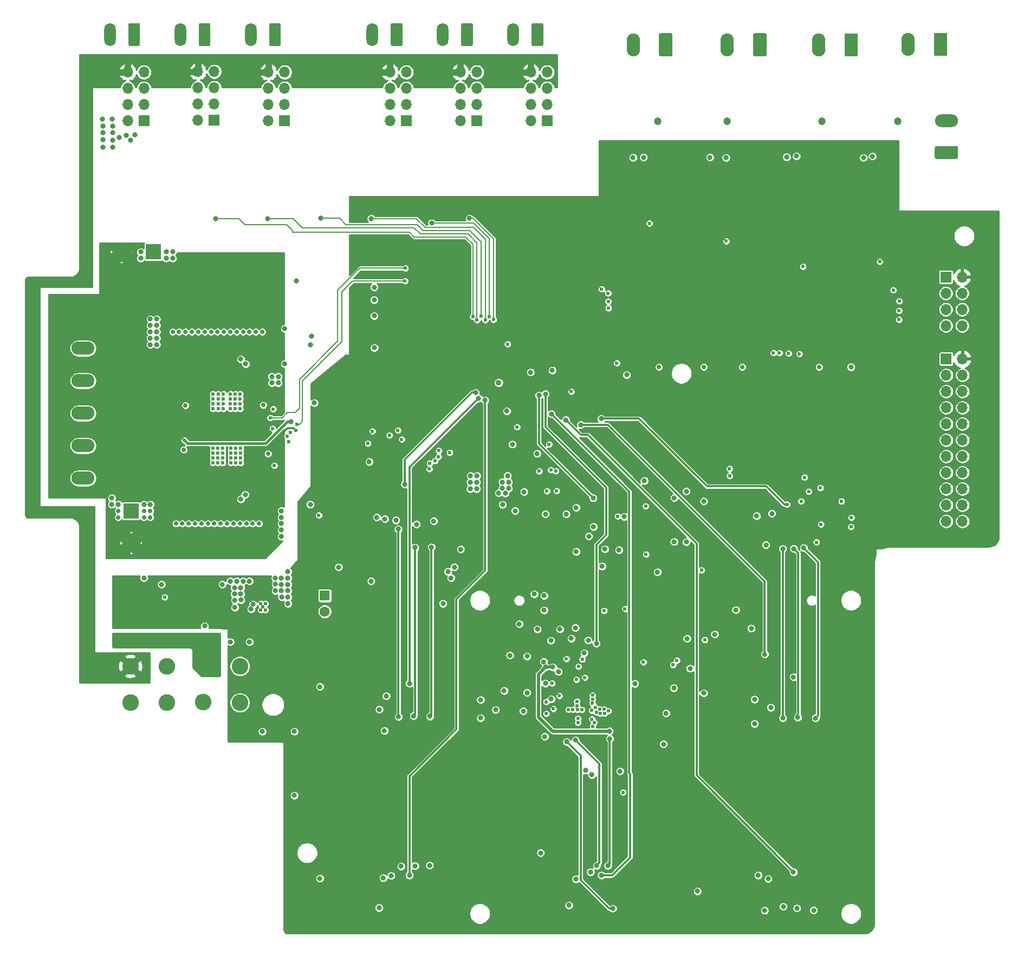
<source format=gbr>
G04 #@! TF.GenerationSoftware,KiCad,Pcbnew,5.1.5-52549c5~86~ubuntu16.04.1*
G04 #@! TF.CreationDate,2020-08-04T23:04:36-05:00*
G04 #@! TF.ProjectId,keep_breathing_ctrl,6b656570-5f62-4726-9561-7468696e675f,rev?*
G04 #@! TF.SameCoordinates,Original*
G04 #@! TF.FileFunction,Copper,L2,Inr*
G04 #@! TF.FilePolarity,Positive*
%FSLAX46Y46*%
G04 Gerber Fmt 4.6, Leading zero omitted, Abs format (unit mm)*
G04 Created by KiCad (PCBNEW 5.1.5-52549c5~86~ubuntu16.04.1) date 2020-08-04 23:04:36*
%MOMM*%
%LPD*%
G04 APERTURE LIST*
%ADD10R,1.700000X1.700000*%
%ADD11O,1.700000X1.700000*%
%ADD12C,2.600000*%
%ADD13O,3.600000X2.000000*%
%ADD14C,0.100000*%
%ADD15O,2.080000X3.600000*%
%ADD16O,1.800000X3.600000*%
%ADD17O,3.600000X2.080000*%
%ADD18C,1.600000*%
%ADD19R,1.600000X1.600000*%
%ADD20C,2.400000*%
%ADD21R,2.400000X2.400000*%
%ADD22R,2.080000X3.600000*%
%ADD23C,0.600000*%
%ADD24C,0.800000*%
%ADD25C,0.700000*%
%ADD26C,1.200000*%
%ADD27C,1.300000*%
%ADD28C,0.900000*%
%ADD29C,0.400000*%
%ADD30C,0.200000*%
%ADD31C,0.300000*%
%ADD32C,0.500000*%
%ADD33C,0.254000*%
G04 APERTURE END LIST*
D10*
X184320000Y-66420000D03*
D11*
X186860000Y-66420000D03*
X184320000Y-68960000D03*
X186860000Y-68960000D03*
X184320000Y-71500000D03*
X186860000Y-71500000D03*
X184320000Y-74040000D03*
X186860000Y-74040000D03*
D12*
X56900000Y-127300000D03*
X56900000Y-133000000D03*
X62600000Y-127300000D03*
X62600000Y-133000000D03*
X68300000Y-127300000D03*
X68300000Y-132950000D03*
X74000000Y-127300000D03*
X74000000Y-133000000D03*
D11*
X56460000Y-34380000D03*
X59000000Y-34380000D03*
X56460000Y-36920000D03*
X59000000Y-36920000D03*
X56460000Y-39460000D03*
X59000000Y-39460000D03*
X56460000Y-42000000D03*
D10*
X59000000Y-42000000D03*
D11*
X67460000Y-34290000D03*
X70000000Y-34290000D03*
X67460000Y-36830000D03*
X70000000Y-36830000D03*
X67460000Y-39370000D03*
X70000000Y-39370000D03*
X67460000Y-41910000D03*
D10*
X70000000Y-41910000D03*
D11*
X78460000Y-34380000D03*
X81000000Y-34380000D03*
X78460000Y-36920000D03*
X81000000Y-36920000D03*
X78460000Y-39460000D03*
X81000000Y-39460000D03*
X78460000Y-42000000D03*
D10*
X81000000Y-42000000D03*
D11*
X97460000Y-34380000D03*
X100000000Y-34380000D03*
X97460000Y-36920000D03*
X100000000Y-36920000D03*
X97460000Y-39460000D03*
X100000000Y-39460000D03*
X97460000Y-42000000D03*
D10*
X100000000Y-42000000D03*
D11*
X108460000Y-34380000D03*
X111000000Y-34380000D03*
X108460000Y-36920000D03*
X111000000Y-36920000D03*
X108460000Y-39460000D03*
X111000000Y-39460000D03*
X108460000Y-42000000D03*
D10*
X111000000Y-42000000D03*
D11*
X119460000Y-34380000D03*
X122000000Y-34380000D03*
X119460000Y-36920000D03*
X122000000Y-36920000D03*
X119460000Y-39460000D03*
X122000000Y-39460000D03*
X119460000Y-42000000D03*
D10*
X122000000Y-42000000D03*
D13*
X184410000Y-41950000D03*
G04 #@! TA.AperFunction,ViaPad*
D14*
G36*
X185984504Y-45951204D02*
G01*
X186008773Y-45954804D01*
X186032571Y-45960765D01*
X186055671Y-45969030D01*
X186077849Y-45979520D01*
X186098893Y-45992133D01*
X186118598Y-46006747D01*
X186136777Y-46023223D01*
X186153253Y-46041402D01*
X186167867Y-46061107D01*
X186180480Y-46082151D01*
X186190970Y-46104329D01*
X186199235Y-46127429D01*
X186205196Y-46151227D01*
X186208796Y-46175496D01*
X186210000Y-46200000D01*
X186210000Y-47700000D01*
X186208796Y-47724504D01*
X186205196Y-47748773D01*
X186199235Y-47772571D01*
X186190970Y-47795671D01*
X186180480Y-47817849D01*
X186167867Y-47838893D01*
X186153253Y-47858598D01*
X186136777Y-47876777D01*
X186118598Y-47893253D01*
X186098893Y-47907867D01*
X186077849Y-47920480D01*
X186055671Y-47930970D01*
X186032571Y-47939235D01*
X186008773Y-47945196D01*
X185984504Y-47948796D01*
X185960000Y-47950000D01*
X182860000Y-47950000D01*
X182835496Y-47948796D01*
X182811227Y-47945196D01*
X182787429Y-47939235D01*
X182764329Y-47930970D01*
X182742151Y-47920480D01*
X182721107Y-47907867D01*
X182701402Y-47893253D01*
X182683223Y-47876777D01*
X182666747Y-47858598D01*
X182652133Y-47838893D01*
X182639520Y-47817849D01*
X182629030Y-47795671D01*
X182620765Y-47772571D01*
X182614804Y-47748773D01*
X182611204Y-47724504D01*
X182610000Y-47700000D01*
X182610000Y-46200000D01*
X182611204Y-46175496D01*
X182614804Y-46151227D01*
X182620765Y-46127429D01*
X182629030Y-46104329D01*
X182639520Y-46082151D01*
X182652133Y-46061107D01*
X182666747Y-46041402D01*
X182683223Y-46023223D01*
X182701402Y-46006747D01*
X182721107Y-45992133D01*
X182742151Y-45979520D01*
X182764329Y-45969030D01*
X182787429Y-45960765D01*
X182811227Y-45954804D01*
X182835496Y-45951204D01*
X182860000Y-45950000D01*
X185960000Y-45950000D01*
X185984504Y-45951204D01*
G37*
G04 #@! TD.AperFunction*
D15*
X135460000Y-30100000D03*
G04 #@! TA.AperFunction,ViaPad*
D14*
G36*
X141354505Y-28301204D02*
G01*
X141378773Y-28304804D01*
X141402572Y-28310765D01*
X141425671Y-28319030D01*
X141447850Y-28329520D01*
X141468893Y-28342132D01*
X141488599Y-28356747D01*
X141506777Y-28373223D01*
X141523253Y-28391401D01*
X141537868Y-28411107D01*
X141550480Y-28432150D01*
X141560970Y-28454329D01*
X141569235Y-28477428D01*
X141575196Y-28501227D01*
X141578796Y-28525495D01*
X141580000Y-28549999D01*
X141580000Y-31650001D01*
X141578796Y-31674505D01*
X141575196Y-31698773D01*
X141569235Y-31722572D01*
X141560970Y-31745671D01*
X141550480Y-31767850D01*
X141537868Y-31788893D01*
X141523253Y-31808599D01*
X141506777Y-31826777D01*
X141488599Y-31843253D01*
X141468893Y-31857868D01*
X141447850Y-31870480D01*
X141425671Y-31880970D01*
X141402572Y-31889235D01*
X141378773Y-31895196D01*
X141354505Y-31898796D01*
X141330001Y-31900000D01*
X139749999Y-31900000D01*
X139725495Y-31898796D01*
X139701227Y-31895196D01*
X139677428Y-31889235D01*
X139654329Y-31880970D01*
X139632150Y-31870480D01*
X139611107Y-31857868D01*
X139591401Y-31843253D01*
X139573223Y-31826777D01*
X139556747Y-31808599D01*
X139542132Y-31788893D01*
X139529520Y-31767850D01*
X139519030Y-31745671D01*
X139510765Y-31722572D01*
X139504804Y-31698773D01*
X139501204Y-31674505D01*
X139500000Y-31650001D01*
X139500000Y-28549999D01*
X139501204Y-28525495D01*
X139504804Y-28501227D01*
X139510765Y-28477428D01*
X139519030Y-28454329D01*
X139529520Y-28432150D01*
X139542132Y-28411107D01*
X139556747Y-28391401D01*
X139573223Y-28373223D01*
X139591401Y-28356747D01*
X139611107Y-28342132D01*
X139632150Y-28329520D01*
X139654329Y-28319030D01*
X139677428Y-28310765D01*
X139701227Y-28304804D01*
X139725495Y-28301204D01*
X139749999Y-28300000D01*
X141330001Y-28300000D01*
X141354505Y-28301204D01*
G37*
G04 #@! TD.AperFunction*
D15*
X150180000Y-30100000D03*
G04 #@! TA.AperFunction,ViaPad*
D14*
G36*
X156074505Y-28301204D02*
G01*
X156098773Y-28304804D01*
X156122572Y-28310765D01*
X156145671Y-28319030D01*
X156167850Y-28329520D01*
X156188893Y-28342132D01*
X156208599Y-28356747D01*
X156226777Y-28373223D01*
X156243253Y-28391401D01*
X156257868Y-28411107D01*
X156270480Y-28432150D01*
X156280970Y-28454329D01*
X156289235Y-28477428D01*
X156295196Y-28501227D01*
X156298796Y-28525495D01*
X156300000Y-28549999D01*
X156300000Y-31650001D01*
X156298796Y-31674505D01*
X156295196Y-31698773D01*
X156289235Y-31722572D01*
X156280970Y-31745671D01*
X156270480Y-31767850D01*
X156257868Y-31788893D01*
X156243253Y-31808599D01*
X156226777Y-31826777D01*
X156208599Y-31843253D01*
X156188893Y-31857868D01*
X156167850Y-31870480D01*
X156145671Y-31880970D01*
X156122572Y-31889235D01*
X156098773Y-31895196D01*
X156074505Y-31898796D01*
X156050001Y-31900000D01*
X154469999Y-31900000D01*
X154445495Y-31898796D01*
X154421227Y-31895196D01*
X154397428Y-31889235D01*
X154374329Y-31880970D01*
X154352150Y-31870480D01*
X154331107Y-31857868D01*
X154311401Y-31843253D01*
X154293223Y-31826777D01*
X154276747Y-31808599D01*
X154262132Y-31788893D01*
X154249520Y-31767850D01*
X154239030Y-31745671D01*
X154230765Y-31722572D01*
X154224804Y-31698773D01*
X154221204Y-31674505D01*
X154220000Y-31650001D01*
X154220000Y-28549999D01*
X154221204Y-28525495D01*
X154224804Y-28501227D01*
X154230765Y-28477428D01*
X154239030Y-28454329D01*
X154249520Y-28432150D01*
X154262132Y-28411107D01*
X154276747Y-28391401D01*
X154293223Y-28373223D01*
X154311401Y-28356747D01*
X154331107Y-28342132D01*
X154352150Y-28329520D01*
X154374329Y-28319030D01*
X154397428Y-28310765D01*
X154421227Y-28304804D01*
X154445495Y-28301204D01*
X154469999Y-28300000D01*
X156050001Y-28300000D01*
X156074505Y-28301204D01*
G37*
G04 #@! TD.AperFunction*
D16*
X53690000Y-28500000D03*
G04 #@! TA.AperFunction,ViaPad*
D14*
G36*
X58174504Y-26701204D02*
G01*
X58198773Y-26704804D01*
X58222571Y-26710765D01*
X58245671Y-26719030D01*
X58267849Y-26729520D01*
X58288893Y-26742133D01*
X58308598Y-26756747D01*
X58326777Y-26773223D01*
X58343253Y-26791402D01*
X58357867Y-26811107D01*
X58370480Y-26832151D01*
X58380970Y-26854329D01*
X58389235Y-26877429D01*
X58395196Y-26901227D01*
X58398796Y-26925496D01*
X58400000Y-26950000D01*
X58400000Y-30050000D01*
X58398796Y-30074504D01*
X58395196Y-30098773D01*
X58389235Y-30122571D01*
X58380970Y-30145671D01*
X58370480Y-30167849D01*
X58357867Y-30188893D01*
X58343253Y-30208598D01*
X58326777Y-30226777D01*
X58308598Y-30243253D01*
X58288893Y-30257867D01*
X58267849Y-30270480D01*
X58245671Y-30280970D01*
X58222571Y-30289235D01*
X58198773Y-30295196D01*
X58174504Y-30298796D01*
X58150000Y-30300000D01*
X56850000Y-30300000D01*
X56825496Y-30298796D01*
X56801227Y-30295196D01*
X56777429Y-30289235D01*
X56754329Y-30280970D01*
X56732151Y-30270480D01*
X56711107Y-30257867D01*
X56691402Y-30243253D01*
X56673223Y-30226777D01*
X56656747Y-30208598D01*
X56642133Y-30188893D01*
X56629520Y-30167849D01*
X56619030Y-30145671D01*
X56610765Y-30122571D01*
X56604804Y-30098773D01*
X56601204Y-30074504D01*
X56600000Y-30050000D01*
X56600000Y-26950000D01*
X56601204Y-26925496D01*
X56604804Y-26901227D01*
X56610765Y-26877429D01*
X56619030Y-26854329D01*
X56629520Y-26832151D01*
X56642133Y-26811107D01*
X56656747Y-26791402D01*
X56673223Y-26773223D01*
X56691402Y-26756747D01*
X56711107Y-26742133D01*
X56732151Y-26729520D01*
X56754329Y-26719030D01*
X56777429Y-26710765D01*
X56801227Y-26704804D01*
X56825496Y-26701204D01*
X56850000Y-26700000D01*
X58150000Y-26700000D01*
X58174504Y-26701204D01*
G37*
G04 #@! TD.AperFunction*
D16*
X64690000Y-28500000D03*
G04 #@! TA.AperFunction,ViaPad*
D14*
G36*
X69174504Y-26701204D02*
G01*
X69198773Y-26704804D01*
X69222571Y-26710765D01*
X69245671Y-26719030D01*
X69267849Y-26729520D01*
X69288893Y-26742133D01*
X69308598Y-26756747D01*
X69326777Y-26773223D01*
X69343253Y-26791402D01*
X69357867Y-26811107D01*
X69370480Y-26832151D01*
X69380970Y-26854329D01*
X69389235Y-26877429D01*
X69395196Y-26901227D01*
X69398796Y-26925496D01*
X69400000Y-26950000D01*
X69400000Y-30050000D01*
X69398796Y-30074504D01*
X69395196Y-30098773D01*
X69389235Y-30122571D01*
X69380970Y-30145671D01*
X69370480Y-30167849D01*
X69357867Y-30188893D01*
X69343253Y-30208598D01*
X69326777Y-30226777D01*
X69308598Y-30243253D01*
X69288893Y-30257867D01*
X69267849Y-30270480D01*
X69245671Y-30280970D01*
X69222571Y-30289235D01*
X69198773Y-30295196D01*
X69174504Y-30298796D01*
X69150000Y-30300000D01*
X67850000Y-30300000D01*
X67825496Y-30298796D01*
X67801227Y-30295196D01*
X67777429Y-30289235D01*
X67754329Y-30280970D01*
X67732151Y-30270480D01*
X67711107Y-30257867D01*
X67691402Y-30243253D01*
X67673223Y-30226777D01*
X67656747Y-30208598D01*
X67642133Y-30188893D01*
X67629520Y-30167849D01*
X67619030Y-30145671D01*
X67610765Y-30122571D01*
X67604804Y-30098773D01*
X67601204Y-30074504D01*
X67600000Y-30050000D01*
X67600000Y-26950000D01*
X67601204Y-26925496D01*
X67604804Y-26901227D01*
X67610765Y-26877429D01*
X67619030Y-26854329D01*
X67629520Y-26832151D01*
X67642133Y-26811107D01*
X67656747Y-26791402D01*
X67673223Y-26773223D01*
X67691402Y-26756747D01*
X67711107Y-26742133D01*
X67732151Y-26729520D01*
X67754329Y-26719030D01*
X67777429Y-26710765D01*
X67801227Y-26704804D01*
X67825496Y-26701204D01*
X67850000Y-26700000D01*
X69150000Y-26700000D01*
X69174504Y-26701204D01*
G37*
G04 #@! TD.AperFunction*
D16*
X75690000Y-28500000D03*
G04 #@! TA.AperFunction,ViaPad*
D14*
G36*
X80174504Y-26701204D02*
G01*
X80198773Y-26704804D01*
X80222571Y-26710765D01*
X80245671Y-26719030D01*
X80267849Y-26729520D01*
X80288893Y-26742133D01*
X80308598Y-26756747D01*
X80326777Y-26773223D01*
X80343253Y-26791402D01*
X80357867Y-26811107D01*
X80370480Y-26832151D01*
X80380970Y-26854329D01*
X80389235Y-26877429D01*
X80395196Y-26901227D01*
X80398796Y-26925496D01*
X80400000Y-26950000D01*
X80400000Y-30050000D01*
X80398796Y-30074504D01*
X80395196Y-30098773D01*
X80389235Y-30122571D01*
X80380970Y-30145671D01*
X80370480Y-30167849D01*
X80357867Y-30188893D01*
X80343253Y-30208598D01*
X80326777Y-30226777D01*
X80308598Y-30243253D01*
X80288893Y-30257867D01*
X80267849Y-30270480D01*
X80245671Y-30280970D01*
X80222571Y-30289235D01*
X80198773Y-30295196D01*
X80174504Y-30298796D01*
X80150000Y-30300000D01*
X78850000Y-30300000D01*
X78825496Y-30298796D01*
X78801227Y-30295196D01*
X78777429Y-30289235D01*
X78754329Y-30280970D01*
X78732151Y-30270480D01*
X78711107Y-30257867D01*
X78691402Y-30243253D01*
X78673223Y-30226777D01*
X78656747Y-30208598D01*
X78642133Y-30188893D01*
X78629520Y-30167849D01*
X78619030Y-30145671D01*
X78610765Y-30122571D01*
X78604804Y-30098773D01*
X78601204Y-30074504D01*
X78600000Y-30050000D01*
X78600000Y-26950000D01*
X78601204Y-26925496D01*
X78604804Y-26901227D01*
X78610765Y-26877429D01*
X78619030Y-26854329D01*
X78629520Y-26832151D01*
X78642133Y-26811107D01*
X78656747Y-26791402D01*
X78673223Y-26773223D01*
X78691402Y-26756747D01*
X78711107Y-26742133D01*
X78732151Y-26729520D01*
X78754329Y-26719030D01*
X78777429Y-26710765D01*
X78801227Y-26704804D01*
X78825496Y-26701204D01*
X78850000Y-26700000D01*
X80150000Y-26700000D01*
X80174504Y-26701204D01*
G37*
G04 #@! TD.AperFunction*
D16*
X94690000Y-28500000D03*
G04 #@! TA.AperFunction,ViaPad*
D14*
G36*
X99174504Y-26701204D02*
G01*
X99198773Y-26704804D01*
X99222571Y-26710765D01*
X99245671Y-26719030D01*
X99267849Y-26729520D01*
X99288893Y-26742133D01*
X99308598Y-26756747D01*
X99326777Y-26773223D01*
X99343253Y-26791402D01*
X99357867Y-26811107D01*
X99370480Y-26832151D01*
X99380970Y-26854329D01*
X99389235Y-26877429D01*
X99395196Y-26901227D01*
X99398796Y-26925496D01*
X99400000Y-26950000D01*
X99400000Y-30050000D01*
X99398796Y-30074504D01*
X99395196Y-30098773D01*
X99389235Y-30122571D01*
X99380970Y-30145671D01*
X99370480Y-30167849D01*
X99357867Y-30188893D01*
X99343253Y-30208598D01*
X99326777Y-30226777D01*
X99308598Y-30243253D01*
X99288893Y-30257867D01*
X99267849Y-30270480D01*
X99245671Y-30280970D01*
X99222571Y-30289235D01*
X99198773Y-30295196D01*
X99174504Y-30298796D01*
X99150000Y-30300000D01*
X97850000Y-30300000D01*
X97825496Y-30298796D01*
X97801227Y-30295196D01*
X97777429Y-30289235D01*
X97754329Y-30280970D01*
X97732151Y-30270480D01*
X97711107Y-30257867D01*
X97691402Y-30243253D01*
X97673223Y-30226777D01*
X97656747Y-30208598D01*
X97642133Y-30188893D01*
X97629520Y-30167849D01*
X97619030Y-30145671D01*
X97610765Y-30122571D01*
X97604804Y-30098773D01*
X97601204Y-30074504D01*
X97600000Y-30050000D01*
X97600000Y-26950000D01*
X97601204Y-26925496D01*
X97604804Y-26901227D01*
X97610765Y-26877429D01*
X97619030Y-26854329D01*
X97629520Y-26832151D01*
X97642133Y-26811107D01*
X97656747Y-26791402D01*
X97673223Y-26773223D01*
X97691402Y-26756747D01*
X97711107Y-26742133D01*
X97732151Y-26729520D01*
X97754329Y-26719030D01*
X97777429Y-26710765D01*
X97801227Y-26704804D01*
X97825496Y-26701204D01*
X97850000Y-26700000D01*
X99150000Y-26700000D01*
X99174504Y-26701204D01*
G37*
G04 #@! TD.AperFunction*
D16*
X105690000Y-28500000D03*
G04 #@! TA.AperFunction,ViaPad*
D14*
G36*
X110174504Y-26701204D02*
G01*
X110198773Y-26704804D01*
X110222571Y-26710765D01*
X110245671Y-26719030D01*
X110267849Y-26729520D01*
X110288893Y-26742133D01*
X110308598Y-26756747D01*
X110326777Y-26773223D01*
X110343253Y-26791402D01*
X110357867Y-26811107D01*
X110370480Y-26832151D01*
X110380970Y-26854329D01*
X110389235Y-26877429D01*
X110395196Y-26901227D01*
X110398796Y-26925496D01*
X110400000Y-26950000D01*
X110400000Y-30050000D01*
X110398796Y-30074504D01*
X110395196Y-30098773D01*
X110389235Y-30122571D01*
X110380970Y-30145671D01*
X110370480Y-30167849D01*
X110357867Y-30188893D01*
X110343253Y-30208598D01*
X110326777Y-30226777D01*
X110308598Y-30243253D01*
X110288893Y-30257867D01*
X110267849Y-30270480D01*
X110245671Y-30280970D01*
X110222571Y-30289235D01*
X110198773Y-30295196D01*
X110174504Y-30298796D01*
X110150000Y-30300000D01*
X108850000Y-30300000D01*
X108825496Y-30298796D01*
X108801227Y-30295196D01*
X108777429Y-30289235D01*
X108754329Y-30280970D01*
X108732151Y-30270480D01*
X108711107Y-30257867D01*
X108691402Y-30243253D01*
X108673223Y-30226777D01*
X108656747Y-30208598D01*
X108642133Y-30188893D01*
X108629520Y-30167849D01*
X108619030Y-30145671D01*
X108610765Y-30122571D01*
X108604804Y-30098773D01*
X108601204Y-30074504D01*
X108600000Y-30050000D01*
X108600000Y-26950000D01*
X108601204Y-26925496D01*
X108604804Y-26901227D01*
X108610765Y-26877429D01*
X108619030Y-26854329D01*
X108629520Y-26832151D01*
X108642133Y-26811107D01*
X108656747Y-26791402D01*
X108673223Y-26773223D01*
X108691402Y-26756747D01*
X108711107Y-26742133D01*
X108732151Y-26729520D01*
X108754329Y-26719030D01*
X108777429Y-26710765D01*
X108801227Y-26704804D01*
X108825496Y-26701204D01*
X108850000Y-26700000D01*
X110150000Y-26700000D01*
X110174504Y-26701204D01*
G37*
G04 #@! TD.AperFunction*
D16*
X116690000Y-28500000D03*
G04 #@! TA.AperFunction,ViaPad*
D14*
G36*
X121174504Y-26701204D02*
G01*
X121198773Y-26704804D01*
X121222571Y-26710765D01*
X121245671Y-26719030D01*
X121267849Y-26729520D01*
X121288893Y-26742133D01*
X121308598Y-26756747D01*
X121326777Y-26773223D01*
X121343253Y-26791402D01*
X121357867Y-26811107D01*
X121370480Y-26832151D01*
X121380970Y-26854329D01*
X121389235Y-26877429D01*
X121395196Y-26901227D01*
X121398796Y-26925496D01*
X121400000Y-26950000D01*
X121400000Y-30050000D01*
X121398796Y-30074504D01*
X121395196Y-30098773D01*
X121389235Y-30122571D01*
X121380970Y-30145671D01*
X121370480Y-30167849D01*
X121357867Y-30188893D01*
X121343253Y-30208598D01*
X121326777Y-30226777D01*
X121308598Y-30243253D01*
X121288893Y-30257867D01*
X121267849Y-30270480D01*
X121245671Y-30280970D01*
X121222571Y-30289235D01*
X121198773Y-30295196D01*
X121174504Y-30298796D01*
X121150000Y-30300000D01*
X119850000Y-30300000D01*
X119825496Y-30298796D01*
X119801227Y-30295196D01*
X119777429Y-30289235D01*
X119754329Y-30280970D01*
X119732151Y-30270480D01*
X119711107Y-30257867D01*
X119691402Y-30243253D01*
X119673223Y-30226777D01*
X119656747Y-30208598D01*
X119642133Y-30188893D01*
X119629520Y-30167849D01*
X119619030Y-30145671D01*
X119610765Y-30122571D01*
X119604804Y-30098773D01*
X119601204Y-30074504D01*
X119600000Y-30050000D01*
X119600000Y-26950000D01*
X119601204Y-26925496D01*
X119604804Y-26901227D01*
X119610765Y-26877429D01*
X119619030Y-26854329D01*
X119629520Y-26832151D01*
X119642133Y-26811107D01*
X119656747Y-26791402D01*
X119673223Y-26773223D01*
X119691402Y-26756747D01*
X119711107Y-26742133D01*
X119732151Y-26729520D01*
X119754329Y-26719030D01*
X119777429Y-26710765D01*
X119801227Y-26704804D01*
X119825496Y-26701204D01*
X119850000Y-26700000D01*
X121150000Y-26700000D01*
X121174504Y-26701204D01*
G37*
G04 #@! TD.AperFunction*
D17*
X49500000Y-97900000D03*
X49500000Y-92820000D03*
X49500000Y-87740000D03*
X49500000Y-82660000D03*
X49500000Y-77580000D03*
G04 #@! TA.AperFunction,ViaPad*
D14*
G36*
X51074505Y-71461204D02*
G01*
X51098773Y-71464804D01*
X51122572Y-71470765D01*
X51145671Y-71479030D01*
X51167850Y-71489520D01*
X51188893Y-71502132D01*
X51208599Y-71516747D01*
X51226777Y-71533223D01*
X51243253Y-71551401D01*
X51257868Y-71571107D01*
X51270480Y-71592150D01*
X51280970Y-71614329D01*
X51289235Y-71637428D01*
X51295196Y-71661227D01*
X51298796Y-71685495D01*
X51300000Y-71709999D01*
X51300000Y-73290001D01*
X51298796Y-73314505D01*
X51295196Y-73338773D01*
X51289235Y-73362572D01*
X51280970Y-73385671D01*
X51270480Y-73407850D01*
X51257868Y-73428893D01*
X51243253Y-73448599D01*
X51226777Y-73466777D01*
X51208599Y-73483253D01*
X51188893Y-73497868D01*
X51167850Y-73510480D01*
X51145671Y-73520970D01*
X51122572Y-73529235D01*
X51098773Y-73535196D01*
X51074505Y-73538796D01*
X51050001Y-73540000D01*
X47949999Y-73540000D01*
X47925495Y-73538796D01*
X47901227Y-73535196D01*
X47877428Y-73529235D01*
X47854329Y-73520970D01*
X47832150Y-73510480D01*
X47811107Y-73497868D01*
X47791401Y-73483253D01*
X47773223Y-73466777D01*
X47756747Y-73448599D01*
X47742132Y-73428893D01*
X47729520Y-73407850D01*
X47719030Y-73385671D01*
X47710765Y-73362572D01*
X47704804Y-73338773D01*
X47701204Y-73314505D01*
X47700000Y-73290001D01*
X47700000Y-71709999D01*
X47701204Y-71685495D01*
X47704804Y-71661227D01*
X47710765Y-71637428D01*
X47719030Y-71614329D01*
X47729520Y-71592150D01*
X47742132Y-71571107D01*
X47756747Y-71551401D01*
X47773223Y-71533223D01*
X47791401Y-71516747D01*
X47811107Y-71502132D01*
X47832150Y-71489520D01*
X47854329Y-71479030D01*
X47877428Y-71470765D01*
X47901227Y-71464804D01*
X47925495Y-71461204D01*
X47949999Y-71460000D01*
X51050001Y-71460000D01*
X51074505Y-71461204D01*
G37*
G04 #@! TD.AperFunction*
D18*
X87250000Y-118750000D03*
D19*
X87250000Y-116250000D03*
D20*
X55500000Y-62500000D03*
D21*
X60500000Y-62500000D03*
X57000000Y-103000000D03*
D20*
X57000000Y-108000000D03*
D22*
X169530000Y-30100000D03*
D15*
X164450000Y-30100000D03*
X178440000Y-30010000D03*
D22*
X183520000Y-30010000D03*
D10*
X184380000Y-79230000D03*
D11*
X186920000Y-79230000D03*
X184380000Y-81770000D03*
X186920000Y-81770000D03*
X184380000Y-84310000D03*
X186920000Y-84310000D03*
X184380000Y-86850000D03*
X186920000Y-86850000D03*
X184380000Y-89390000D03*
X186920000Y-89390000D03*
X184380000Y-91930000D03*
X186920000Y-91930000D03*
X184380000Y-94470000D03*
X186920000Y-94470000D03*
X184380000Y-97010000D03*
X186920000Y-97010000D03*
X184380000Y-99550000D03*
X186920000Y-99550000D03*
X184380000Y-102090000D03*
X186920000Y-102090000D03*
X184380000Y-104630000D03*
X186920000Y-104630000D03*
D23*
X129530000Y-133730000D03*
X129140000Y-136710000D03*
X126830000Y-135460000D03*
X126830000Y-136120000D03*
X126680000Y-132810000D03*
X126690000Y-133470000D03*
X127430000Y-134110000D03*
X128980000Y-134220000D03*
X125340000Y-134090000D03*
X126050000Y-134090000D03*
X126760000Y-134110000D03*
X130320000Y-134690000D03*
X130980000Y-134690000D03*
D24*
X74150000Y-116000000D03*
X73150000Y-116000000D03*
D23*
X77620000Y-118000000D03*
X77280000Y-118500000D03*
X77280000Y-117500000D03*
X77970000Y-117500000D03*
D24*
X94500000Y-114000000D03*
X117000000Y-103000000D03*
X129010000Y-144290000D03*
X139240000Y-112580000D03*
D23*
X86340000Y-103690000D03*
D24*
X122600000Y-123280000D03*
X89432344Y-111815010D03*
X71250000Y-114500000D03*
X72500000Y-123500000D03*
X75500000Y-123500000D03*
X59000000Y-113500000D03*
X74140000Y-115020000D03*
X73200000Y-116960000D03*
X74160000Y-116950000D03*
X133409990Y-143730000D03*
X135720010Y-130030000D03*
X95000000Y-68030000D03*
X95000000Y-70000000D03*
X95000000Y-72500000D03*
X95018002Y-77481998D03*
X72500000Y-114000000D03*
X77500000Y-137500000D03*
X82500000Y-137500000D03*
X82500000Y-147500000D03*
D23*
X169553554Y-104053554D03*
D24*
X126428652Y-121283508D03*
X118869990Y-125747500D03*
D23*
X120779990Y-96799657D03*
X133040000Y-103840000D03*
D24*
X169500000Y-80500000D03*
D25*
X164500000Y-80500000D03*
X152500000Y-80500000D03*
X146500000Y-80500000D03*
X139500000Y-80500000D03*
D24*
X121740000Y-129970000D03*
X123780000Y-128160000D03*
X121560000Y-116260000D03*
X121750000Y-103500000D03*
X117660000Y-120700000D03*
X120500000Y-121500000D03*
X68500000Y-121000000D03*
D23*
X77970000Y-118500000D03*
D24*
X73140000Y-115020000D03*
X73500000Y-114000000D03*
X74500000Y-114000000D03*
X75500000Y-114000000D03*
X73210000Y-118100000D03*
X75760000Y-118360000D03*
X76060000Y-117610000D03*
X119420000Y-81330000D03*
D23*
X131580000Y-134300000D03*
X130910000Y-134050000D03*
X130260000Y-134030000D03*
D24*
X148200000Y-122310000D03*
D23*
X129010000Y-135580000D03*
X129370000Y-136110000D03*
X129700000Y-134510000D03*
X129110000Y-131840000D03*
X129120000Y-132460000D03*
X129090000Y-133120000D03*
X132900000Y-79900000D03*
X69790000Y-85465000D03*
X69790000Y-86290500D03*
X70615500Y-86290500D03*
X70615500Y-85465000D03*
X70615500Y-84703000D03*
X69790000Y-84703000D03*
X71441000Y-84703000D03*
X71441000Y-85465000D03*
X71441000Y-86290500D03*
X71441000Y-87052500D03*
X70615500Y-87052500D03*
X69790000Y-87052500D03*
D25*
X65500000Y-86500000D03*
D23*
X73282500Y-85465000D03*
X74044500Y-85465000D03*
X74044500Y-84703000D03*
X73282500Y-84703000D03*
X72520500Y-84703000D03*
X72520500Y-85465000D03*
X73282500Y-86290500D03*
X72520500Y-86290500D03*
X74044500Y-86290500D03*
X74044500Y-87052500D03*
X73282500Y-87052500D03*
X72520500Y-87052500D03*
D25*
X77656847Y-86465691D03*
D23*
X71314000Y-93974000D03*
X71314000Y-93212000D03*
X70552000Y-93212000D03*
X69790000Y-93212000D03*
X70552000Y-93974000D03*
X69790000Y-93974000D03*
X71314000Y-94736000D03*
X70552000Y-94736000D03*
X69790000Y-94736000D03*
X71314000Y-95498000D03*
X70552000Y-95498000D03*
X69790000Y-95498000D03*
D25*
X65220000Y-93430000D03*
D23*
X74108000Y-93212000D03*
X74108000Y-93974000D03*
X73346000Y-93974000D03*
X73346000Y-93212000D03*
X72584000Y-93212000D03*
X72584000Y-93974000D03*
X74108000Y-94736000D03*
X73346000Y-94736000D03*
X72584000Y-94736000D03*
X74108000Y-95498000D03*
X73346000Y-95498000D03*
X72584000Y-95498000D03*
D25*
X78390000Y-94070000D03*
X55000000Y-103000000D03*
D24*
X62500000Y-62500000D03*
X62500000Y-63500000D03*
X63500000Y-63500000D03*
D25*
X59000000Y-103000000D03*
X60000000Y-103000000D03*
X60000000Y-104000000D03*
X59000000Y-104000000D03*
X55000000Y-104000000D03*
D24*
X58500000Y-62500000D03*
X58500000Y-63500000D03*
X63500000Y-62500000D03*
X61000000Y-77000000D03*
X61000000Y-76000000D03*
X61000000Y-75000000D03*
X61000000Y-74000000D03*
X61000000Y-73000000D03*
X59000000Y-102000000D03*
X60000000Y-102000000D03*
X54000000Y-102000000D03*
X54000000Y-101000000D03*
X55000000Y-102000000D03*
X60000000Y-77000000D03*
X60000000Y-76000000D03*
X60000000Y-75000000D03*
X60000000Y-74000000D03*
X60000000Y-73000000D03*
X80500000Y-107000000D03*
X80500000Y-106000000D03*
X80500000Y-105000000D03*
X80500000Y-104000000D03*
X80500000Y-103000000D03*
X79000000Y-82000000D03*
X80000000Y-82000000D03*
X80000000Y-83000000D03*
X79000000Y-83000000D03*
X107532729Y-111799990D03*
X120000000Y-116000000D03*
X106500000Y-112500000D03*
X121530338Y-118530338D03*
X118570000Y-121950000D03*
X146500000Y-108500000D03*
X146500000Y-138000000D03*
X145000000Y-167000000D03*
X116500000Y-157000000D03*
X116000000Y-138000000D03*
X116000000Y-108000000D03*
X86500000Y-108000000D03*
X86500000Y-138000000D03*
X87000000Y-168000000D03*
D23*
X71500000Y-121000000D03*
X72500000Y-121000000D03*
X73500000Y-121000000D03*
X73500000Y-122000000D03*
X74500000Y-122000000D03*
X72500000Y-122000000D03*
D24*
X63500000Y-115000000D03*
X63500000Y-116000000D03*
X63500000Y-117000000D03*
X63500000Y-118000000D03*
X64500000Y-114500000D03*
X64500000Y-115500000D03*
X64500000Y-116500000D03*
X64500000Y-117500000D03*
D23*
X93450000Y-77460000D03*
D24*
X65500000Y-114000000D03*
X65500000Y-115000000D03*
X65500000Y-116000000D03*
X65500000Y-117000000D03*
D26*
X116260000Y-115890000D03*
X116320000Y-110870000D03*
X118879990Y-112293186D03*
X118879990Y-110801018D03*
D24*
X79560000Y-123090000D03*
X117030000Y-121930000D03*
X76290000Y-115900000D03*
X95000000Y-73550000D03*
X91500000Y-111500000D03*
D27*
X115190000Y-69680000D03*
D24*
X121555025Y-121725025D03*
X149970000Y-47760000D03*
X137090000Y-47710000D03*
D23*
X65346600Y-91973400D03*
D24*
X81994556Y-89020348D03*
X81000000Y-74500000D03*
X81000000Y-80000000D03*
D23*
X78750000Y-88450000D03*
X99850000Y-65050000D03*
X79125000Y-90123544D03*
X81928789Y-90714796D03*
X81403132Y-91317875D03*
X81620000Y-92200000D03*
X72500000Y-90250000D03*
X72500000Y-89500000D03*
X72500000Y-88750000D03*
X73250000Y-89500000D03*
X73250000Y-90250000D03*
X73250000Y-91000000D03*
X72500000Y-91000000D03*
X71750000Y-91000000D03*
X71750000Y-90250000D03*
X71750000Y-89500000D03*
X71750000Y-88750000D03*
X71000000Y-88750000D03*
X71000000Y-89500000D03*
X71000000Y-90250000D03*
X71000000Y-91000000D03*
X70250000Y-91000000D03*
X70250000Y-90250000D03*
X70250000Y-89500000D03*
X70250000Y-88750000D03*
X73250000Y-88750000D03*
X74000000Y-88750000D03*
X74000000Y-89500000D03*
X74000000Y-90250000D03*
X74000000Y-91000000D03*
X69500000Y-90250000D03*
X69500000Y-89500000D03*
X69500000Y-88750000D03*
X69500000Y-88000000D03*
X70250000Y-88000000D03*
X71000000Y-88000000D03*
X71750000Y-88000000D03*
X72500000Y-88000000D03*
X73250000Y-88000000D03*
X74000000Y-88000000D03*
X74000000Y-91750000D03*
X73250000Y-91750000D03*
X72500000Y-91750000D03*
X71750000Y-91750000D03*
X71000000Y-91750000D03*
X70250000Y-91750000D03*
X69500000Y-91000000D03*
X69500000Y-91750000D03*
X64500000Y-90500000D03*
X74750000Y-88000000D03*
D24*
X62346086Y-88709990D03*
D25*
X64000000Y-108000000D03*
X65000000Y-108000000D03*
X68000000Y-108000000D03*
X69000000Y-108000000D03*
X72000000Y-108000000D03*
X73000000Y-108000000D03*
X76000000Y-108000000D03*
X77000000Y-108000000D03*
X75000000Y-108000000D03*
X71000000Y-108000000D03*
X66000000Y-108000000D03*
X67000000Y-108000000D03*
X70000000Y-108000000D03*
X74000000Y-108000000D03*
D24*
X62500000Y-78500000D03*
X61500000Y-102500000D03*
D25*
X63500000Y-71500000D03*
X64500000Y-71500000D03*
X65500000Y-71500000D03*
X66500000Y-71500000D03*
X67500000Y-71500000D03*
X68500000Y-71500000D03*
X69500000Y-71500000D03*
X70500000Y-71500000D03*
X71500000Y-71500000D03*
X72500000Y-71500000D03*
X73500000Y-71500000D03*
X74500000Y-71500000D03*
X75500000Y-71500000D03*
X76500000Y-71500000D03*
X77500000Y-71500000D03*
X78500000Y-102000000D03*
X59000000Y-108000000D03*
X55000000Y-108000000D03*
X55000000Y-109000000D03*
X59000000Y-109000000D03*
X60000000Y-109000000D03*
X60000000Y-108000000D03*
D24*
X57500000Y-62500000D03*
X57500000Y-63500000D03*
D23*
X78378420Y-86971707D03*
X78440194Y-93150011D03*
D24*
X80490000Y-94360000D03*
X79000000Y-78000000D03*
X85000000Y-77000000D03*
X85170000Y-75710000D03*
X82799998Y-67020000D03*
D23*
X82730000Y-90410000D03*
D24*
X107000000Y-113500000D03*
X124000000Y-121500000D03*
D23*
X94000000Y-92450000D03*
X105040601Y-94534059D03*
X94720000Y-90550000D03*
X105080000Y-93570000D03*
X97370000Y-91180000D03*
X103610000Y-96450000D03*
X164800000Y-105100000D03*
X164700000Y-99400000D03*
X123380977Y-96771215D03*
X150510000Y-96410000D03*
X164100000Y-107900000D03*
X162900000Y-99979998D03*
X122600010Y-96597694D03*
X150539026Y-97540974D03*
X169500000Y-105500000D03*
D24*
X146500000Y-101500000D03*
X146500000Y-131500000D03*
X145500000Y-162500000D03*
X121000000Y-156500000D03*
X85000000Y-102000000D03*
X86500000Y-130500000D03*
X86500000Y-160500000D03*
X115060000Y-102020000D03*
X108500000Y-109000000D03*
X128010010Y-143564951D03*
D23*
X133880000Y-147020000D03*
D24*
X81500000Y-117500000D03*
X81500000Y-116500000D03*
X81500000Y-115500000D03*
X81500000Y-114500000D03*
X81500000Y-113500000D03*
X81500000Y-112500000D03*
X79530000Y-113500000D03*
X80500000Y-113500000D03*
X80500000Y-114500000D03*
X79550000Y-114480000D03*
X105749990Y-117500000D03*
X111000000Y-98500000D03*
X110000000Y-98500000D03*
X85630000Y-86110000D03*
X80500000Y-115500000D03*
D23*
X168000000Y-101500000D03*
X161700000Y-101500000D03*
D24*
X118869990Y-131440000D03*
D23*
X162235000Y-97765000D03*
D24*
X111620000Y-132560000D03*
X127800000Y-125230000D03*
D23*
X122995041Y-133960744D03*
D24*
X122651993Y-132426440D03*
D23*
X125020010Y-126146933D03*
D24*
X115290000Y-131130000D03*
X80550000Y-116480000D03*
X79570000Y-115510000D03*
X110000000Y-99560000D03*
X111010000Y-99550000D03*
X111040000Y-97520000D03*
X110030000Y-97520000D03*
X143880000Y-122980000D03*
X144360000Y-127650000D03*
X141810000Y-130710000D03*
X113970000Y-134110000D03*
D23*
X137060000Y-126660000D03*
D24*
X140210000Y-139480000D03*
X140610000Y-134660000D03*
X159450000Y-47660000D03*
X147450000Y-47710000D03*
X135430000Y-47740000D03*
X171460000Y-47750000D03*
D23*
X146150000Y-112280000D03*
X142290000Y-126380000D03*
D24*
X163660000Y-165470000D03*
X163950000Y-135430000D03*
X104290000Y-104600000D03*
X162100000Y-108790000D03*
X103940000Y-108690000D03*
X103650000Y-158440000D03*
X103700000Y-135150000D03*
X132270000Y-165190000D03*
X125060000Y-139120002D03*
X134028608Y-103898572D03*
X111620000Y-135400000D03*
X161170000Y-135320000D03*
X161050000Y-165150000D03*
X160560000Y-108920000D03*
X101600000Y-105120000D03*
X101390000Y-108730000D03*
X101370000Y-158540000D03*
X101130000Y-135090000D03*
X131790000Y-138660000D03*
X131507732Y-158501584D03*
X131042500Y-108965636D03*
X129251597Y-105477262D03*
D23*
X121871997Y-132875449D03*
D24*
X98750000Y-105860000D03*
X158820000Y-108940000D03*
X158910000Y-164900000D03*
X158850000Y-135390000D03*
X99190000Y-158590000D03*
X98780000Y-135200000D03*
X126440013Y-138879989D03*
X129749990Y-158498438D03*
X128532327Y-106972292D03*
X128440000Y-123250000D03*
X98399337Y-104460142D03*
X95400000Y-104010000D03*
X157140000Y-103410000D03*
X156200000Y-108320000D03*
X154750000Y-103790000D03*
X96880000Y-131970000D03*
X96585010Y-137390000D03*
X95779987Y-134059977D03*
X156960000Y-133755000D03*
X154420000Y-136295000D03*
X154420000Y-132485000D03*
X97640000Y-160070000D03*
X95750000Y-165090000D03*
X96420010Y-160420000D03*
X128800010Y-159503963D03*
X125420000Y-164700000D03*
X126509990Y-160601141D03*
X156560005Y-160544444D03*
X156000000Y-165500000D03*
X155000000Y-160000000D03*
X99749990Y-98843432D03*
X110820001Y-84499999D03*
X120730000Y-84930000D03*
X129209508Y-100984828D03*
X130460000Y-88570000D03*
D23*
X159500000Y-102000000D03*
D24*
X100500000Y-130000000D03*
X111270000Y-85410000D03*
X121750000Y-84700000D03*
X129710996Y-123739039D03*
X160500000Y-129000000D03*
X127280000Y-89540000D03*
X156020000Y-125430000D03*
X100500000Y-160000000D03*
X112310000Y-85710000D03*
X130500000Y-160000000D03*
X122690000Y-87830000D03*
X160500000Y-159500000D03*
X124920000Y-88780000D03*
X96649977Y-104270013D03*
X126560002Y-102500000D03*
X126539967Y-109379998D03*
X125000000Y-103500000D03*
X115000000Y-98500000D03*
X116000000Y-98500000D03*
X120437697Y-94041636D03*
X134450000Y-81730000D03*
X115980000Y-99480000D03*
D23*
X121980000Y-99910000D03*
D24*
X118400000Y-100020000D03*
X114990000Y-99510000D03*
X115820000Y-97500000D03*
X115490000Y-100240000D03*
X114440000Y-100220000D03*
X116580000Y-92600000D03*
D28*
X114450000Y-82980000D03*
D24*
X137190000Y-98290984D03*
X122810000Y-81020000D03*
X115720000Y-87390000D03*
X131750000Y-137460000D03*
X121480000Y-126610000D03*
X121770000Y-127450000D03*
X122900000Y-127450000D03*
D23*
X146660000Y-123180000D03*
X141690000Y-127080000D03*
D24*
X141864669Y-100955331D03*
X141850000Y-107840000D03*
X143760000Y-99950000D03*
X143750000Y-107870000D03*
D23*
X137410000Y-102260000D03*
X137470000Y-109800000D03*
X122793953Y-129979993D03*
X121872196Y-134718763D03*
X123920003Y-131929207D03*
X127520000Y-126220000D03*
X127910058Y-129080039D03*
X126603052Y-129389919D03*
X126915185Y-127344087D03*
X104510001Y-95170000D03*
X99290000Y-91820000D03*
X62250000Y-116500000D03*
D24*
X61750000Y-114500000D03*
X70250000Y-128250000D03*
X70250000Y-126750000D03*
X70250000Y-125500000D03*
X65500000Y-122500000D03*
X64250000Y-122500000D03*
X63000000Y-122500000D03*
X61750000Y-122500000D03*
X60500000Y-122500000D03*
X59250000Y-122500000D03*
X74897000Y-80022500D03*
X74135000Y-79260500D03*
D25*
X64500000Y-75000000D03*
X65500000Y-75000000D03*
X63500000Y-75000000D03*
X66500000Y-75000000D03*
X67500000Y-75000000D03*
X68500000Y-75000000D03*
X69500000Y-75000000D03*
X70500000Y-75000000D03*
X71500000Y-75000000D03*
X72500000Y-75000000D03*
X73500000Y-75000000D03*
X74500000Y-75000000D03*
X75500000Y-75000000D03*
X76500000Y-75000000D03*
X77500000Y-75000000D03*
D23*
X79200000Y-87070000D03*
D24*
X74833500Y-100469500D03*
X74135000Y-101168000D03*
D23*
X79386500Y-95916500D03*
D25*
X64000000Y-105000000D03*
X65000000Y-105000000D03*
X66000000Y-105000000D03*
X67000000Y-105000000D03*
X68000000Y-105000000D03*
X69000000Y-105000000D03*
X70000000Y-105000000D03*
X71000000Y-105000000D03*
X72000000Y-105000000D03*
X73000000Y-105000000D03*
X74000000Y-105000000D03*
X75000000Y-105000000D03*
X76000000Y-105000000D03*
X77000000Y-105000000D03*
D24*
X130620000Y-111660000D03*
X133240000Y-109120002D03*
D23*
X103670000Y-95550000D03*
X98690002Y-90410000D03*
X130920000Y-118620000D03*
X123500000Y-99880000D03*
X134170000Y-118320000D03*
X125780000Y-84340000D03*
X161430000Y-78450000D03*
X177000000Y-73090000D03*
X159750000Y-78370000D03*
X177000000Y-71690000D03*
X158310000Y-78310000D03*
X177050000Y-70190000D03*
X157380000Y-78290000D03*
X176110000Y-68460000D03*
D24*
X151500000Y-118500000D03*
D23*
X122320000Y-92590000D03*
D24*
X125797385Y-122960776D03*
X116190000Y-125600000D03*
X153930000Y-121390000D03*
X121640000Y-138310000D03*
X118270000Y-134310000D03*
D26*
X176850000Y-42090000D03*
X165000000Y-42090000D03*
X150130000Y-42090000D03*
X139270000Y-42090000D03*
D24*
X54110000Y-42810000D03*
X52610000Y-42810000D03*
X54100000Y-43830000D03*
X52600000Y-43830000D03*
X54060000Y-41760000D03*
X52560000Y-41760000D03*
X55150000Y-44640000D03*
X54110000Y-45010000D03*
X56230000Y-44230000D03*
X57590000Y-44200000D03*
X52600000Y-46140000D03*
X52590000Y-44910000D03*
X56910000Y-45070000D03*
X54120000Y-46160000D03*
D23*
X115840000Y-76920000D03*
X117310000Y-89890000D03*
D24*
X160980000Y-47520000D03*
X172850000Y-47550000D03*
X109870000Y-57240000D03*
D23*
X113630000Y-73090000D03*
D24*
X103990000Y-57989990D03*
D23*
X112980000Y-72610000D03*
D24*
X94520000Y-57280000D03*
D23*
X112340000Y-73150000D03*
D24*
X86620000Y-57230000D03*
D23*
X111730000Y-72580000D03*
D24*
X78320000Y-57310000D03*
D23*
X111060000Y-73150000D03*
D24*
X70240000Y-57310000D03*
D23*
X110400000Y-72610000D03*
X131550000Y-68980000D03*
X150000000Y-60810000D03*
X130540000Y-68310000D03*
X137999996Y-58030000D03*
X131569998Y-70250000D03*
X161999998Y-64790000D03*
X131600000Y-71290000D03*
X173990000Y-64020000D03*
X106790000Y-93890000D03*
D24*
X94210000Y-95320000D03*
D23*
X82890000Y-89490000D03*
X99790000Y-67060000D03*
D29*
X65823201Y-92450001D02*
X65346600Y-91973400D01*
X73800001Y-92450001D02*
X65823201Y-92450001D01*
X74336001Y-92450001D02*
X73800001Y-92450001D01*
X73800001Y-92450001D02*
X77999218Y-92450001D01*
X81428871Y-89020348D02*
X81994556Y-89020348D01*
X77999218Y-92450001D02*
X81428871Y-89020348D01*
D30*
X83300000Y-82450000D02*
X89300000Y-76450000D01*
X83300000Y-86970000D02*
X83300000Y-82450000D01*
X80610000Y-88450000D02*
X81410000Y-87650000D01*
X89300000Y-76450000D02*
X89300000Y-72310000D01*
X78750000Y-88450000D02*
X80610000Y-88450000D01*
X81410000Y-87650000D02*
X82620000Y-87650000D01*
X82620000Y-87650000D02*
X83300000Y-86970000D01*
X89300000Y-72310000D02*
X89300000Y-68510000D01*
X92760000Y-65050000D02*
X99850000Y-65050000D01*
X89300000Y-68510000D02*
X92760000Y-65050000D01*
D31*
X80490000Y-91010000D02*
X80490000Y-94360000D01*
X81435205Y-90064795D02*
X80490000Y-91010000D01*
X82384795Y-90064795D02*
X81435205Y-90064795D01*
X82730000Y-90410000D02*
X82384795Y-90064795D01*
X131704315Y-165190000D02*
X127260000Y-160745685D01*
X132270000Y-165190000D02*
X131704315Y-165190000D01*
X127260000Y-141320002D02*
X125060000Y-139120002D01*
X127260000Y-160745685D02*
X127260000Y-141320002D01*
X103940000Y-134910000D02*
X103700000Y-135150000D01*
X103940000Y-108690000D02*
X103940000Y-134910000D01*
X162499999Y-109189999D02*
X162100000Y-108790000D01*
X164349999Y-111039999D02*
X162499999Y-109189999D01*
X164349999Y-135030001D02*
X164349999Y-111039999D01*
X163950000Y-135430000D02*
X164349999Y-135030001D01*
X131790000Y-158219316D02*
X131507732Y-158501584D01*
X131790000Y-138660000D02*
X131790000Y-158219316D01*
X101390000Y-134830000D02*
X101130000Y-135090000D01*
X101390000Y-108730000D02*
X101390000Y-134830000D01*
X160959999Y-109319999D02*
X160560000Y-108920000D01*
X161250001Y-134674314D02*
X161250001Y-109610001D01*
X161250001Y-109610001D02*
X160959999Y-109319999D01*
X161170000Y-134754315D02*
X161250001Y-134674314D01*
X161170000Y-135320000D02*
X161170000Y-134754315D01*
X130149989Y-158098439D02*
X129749990Y-158498438D01*
X130149989Y-142589965D02*
X130149989Y-158098439D01*
X126440013Y-138879989D02*
X130149989Y-142589965D01*
D30*
X98780000Y-105890000D02*
X98750000Y-105860000D01*
D31*
X98780000Y-135200000D02*
X98780000Y-105890000D01*
X158820000Y-135360000D02*
X158850000Y-135390000D01*
X158820000Y-108940000D02*
X158820000Y-135360000D01*
X99749990Y-95004325D02*
X110254316Y-84499999D01*
X110254316Y-84499999D02*
X110820001Y-84499999D01*
X99749990Y-98843432D02*
X99749990Y-95004325D01*
X120730000Y-92505320D02*
X129209508Y-100984828D01*
X120730000Y-84930000D02*
X120730000Y-92505320D01*
X159075736Y-102000000D02*
X156235736Y-99160000D01*
X159500000Y-102000000D02*
X159075736Y-102000000D01*
X156235736Y-99160000D02*
X146970000Y-99160000D01*
X146970000Y-99160000D02*
X136380000Y-88570000D01*
X130460000Y-88570000D02*
X136380000Y-88570000D01*
X100500000Y-96180000D02*
X110870001Y-85809999D01*
X110870001Y-85809999D02*
X111270000Y-85410000D01*
X100500000Y-130000000D02*
X100500000Y-96180000D01*
X129710996Y-123173354D02*
X129710996Y-123739039D01*
X129710996Y-108269004D02*
X129710996Y-123173354D01*
X121750000Y-84700000D02*
X121750000Y-89900000D01*
X121750000Y-89900000D02*
X131240000Y-99390000D01*
X131240000Y-106740000D02*
X129710996Y-108269004D01*
X131240000Y-99390000D02*
X131240000Y-106740000D01*
X127845685Y-89540000D02*
X127280000Y-89540000D01*
X131510000Y-89540000D02*
X127845685Y-89540000D01*
X151840000Y-109870000D02*
X131510000Y-89540000D01*
X151840000Y-109870000D02*
X156020000Y-114050000D01*
X156020000Y-114050000D02*
X156020000Y-125430000D01*
X112310000Y-112340000D02*
X112310000Y-86275685D01*
X100500000Y-144500000D02*
X107840000Y-137160000D01*
X107840000Y-137160000D02*
X107840000Y-116810000D01*
X112310000Y-86275685D02*
X112310000Y-85710000D01*
X100500000Y-160000000D02*
X100500000Y-144500000D01*
X107840000Y-116810000D02*
X112310000Y-112340000D01*
X131065685Y-160000000D02*
X130500000Y-160000000D01*
X132180000Y-160000000D02*
X131065685Y-160000000D01*
X122690000Y-87830000D02*
X134829999Y-99969999D01*
X134990000Y-157190000D02*
X132180000Y-160000000D01*
X134829999Y-99969999D02*
X134829999Y-144019999D01*
X134829999Y-144019999D02*
X134990000Y-144180000D01*
X134990000Y-144180000D02*
X134990000Y-157190000D01*
X125319999Y-89179999D02*
X124920000Y-88780000D01*
X127240000Y-91100000D02*
X125319999Y-89179999D01*
X145360000Y-144360000D02*
X145360000Y-108110000D01*
X160500000Y-159500000D02*
X145360000Y-144360000D01*
X145360000Y-108110000D02*
X128350000Y-91100000D01*
X128350000Y-91100000D02*
X127240000Y-91100000D01*
D32*
X122976095Y-127500000D02*
X122900000Y-127450000D01*
X121770000Y-127450000D02*
X122900000Y-127450000D01*
X131750000Y-137460000D02*
X122860000Y-137460000D01*
X122860000Y-137460000D02*
X120650000Y-135250000D01*
X121370001Y-127849999D02*
X121770000Y-127450000D01*
X120650000Y-135250000D02*
X120650000Y-128570000D01*
X120650000Y-128570000D02*
X121370001Y-127849999D01*
D30*
X110435685Y-57240000D02*
X109870000Y-57240000D01*
X113630000Y-60434315D02*
X110435685Y-57240000D01*
X113630000Y-73090000D02*
X113630000Y-60434315D01*
X110545990Y-57989990D02*
X104555685Y-57989990D01*
X112980000Y-60424000D02*
X110545990Y-57989990D01*
X104555685Y-57989990D02*
X103990000Y-57989990D01*
X112980000Y-72610000D02*
X112980000Y-60424000D01*
X112340000Y-60480000D02*
X112340000Y-73150000D01*
X94520000Y-57280000D02*
X101570000Y-57280000D01*
X102980000Y-58690000D02*
X110550000Y-58690000D01*
X110550000Y-58690000D02*
X112340000Y-60480000D01*
X101570000Y-57280000D02*
X102980000Y-58690000D01*
X89570000Y-57230000D02*
X86620000Y-57230000D01*
X90560000Y-58220000D02*
X89570000Y-57230000D01*
X111730000Y-72580000D02*
X111730000Y-60930000D01*
X111730000Y-60930000D02*
X109960000Y-59160000D01*
X101670000Y-58220000D02*
X90560000Y-58220000D01*
X109960000Y-59160000D02*
X102610000Y-59160000D01*
X102610000Y-59160000D02*
X101670000Y-58220000D01*
X111060000Y-61110000D02*
X111060000Y-73150000D01*
X102200000Y-59710000D02*
X109660000Y-59710000D01*
X78320000Y-57310000D02*
X82330000Y-57310000D01*
X109660000Y-59710000D02*
X111060000Y-61110000D01*
X101210000Y-58720000D02*
X102200000Y-59710000D01*
X82330000Y-57310000D02*
X83740000Y-58720000D01*
X83740000Y-58720000D02*
X101210000Y-58720000D01*
X73850000Y-57310000D02*
X70240000Y-57310000D01*
X110400000Y-72610000D02*
X110400000Y-72610000D01*
X110400000Y-61320000D02*
X109240000Y-60160000D01*
X109240000Y-60160000D02*
X101240000Y-60160000D01*
X101240000Y-60160000D02*
X100490000Y-59410000D01*
X82250000Y-59410000D02*
X82250000Y-59190000D01*
X100490000Y-59410000D02*
X82250000Y-59410000D01*
X82250000Y-59190000D02*
X81300000Y-58240000D01*
X74780000Y-58240000D02*
X73850000Y-57310000D01*
X81300000Y-58240000D02*
X74780000Y-58240000D01*
X110400000Y-72610000D02*
X110400000Y-61320000D01*
X83314264Y-89490000D02*
X83800000Y-89004264D01*
X82890000Y-89490000D02*
X83314264Y-89490000D01*
X83800000Y-89004264D02*
X83800000Y-82670000D01*
X83800000Y-82670000D02*
X89950000Y-76520000D01*
X89950000Y-76520000D02*
X89950000Y-72230000D01*
X89950000Y-72230000D02*
X89950000Y-68750000D01*
X91640000Y-67060000D02*
X99790000Y-67060000D01*
X89950000Y-68750000D02*
X91640000Y-67060000D01*
D33*
G36*
X55500000Y-61265392D02*
G01*
X55638392Y-61127000D01*
X59021689Y-61127000D01*
X58996430Y-61174257D01*
X58977732Y-61235897D01*
X58971418Y-61300000D01*
X58971418Y-61943284D01*
X58963436Y-61935302D01*
X58844364Y-61855741D01*
X58712058Y-61800938D01*
X58571603Y-61773000D01*
X58428397Y-61773000D01*
X58287942Y-61800938D01*
X58155636Y-61855741D01*
X58036564Y-61935302D01*
X57935302Y-62036564D01*
X57855741Y-62155636D01*
X57800938Y-62287942D01*
X57773000Y-62428397D01*
X57773000Y-62571603D01*
X57800938Y-62712058D01*
X57855741Y-62844364D01*
X57935302Y-62963436D01*
X57971866Y-63000000D01*
X57935302Y-63036564D01*
X57855741Y-63155636D01*
X57800938Y-63287942D01*
X57773000Y-63428397D01*
X57773000Y-63571603D01*
X57800938Y-63712058D01*
X57855741Y-63844364D01*
X57935302Y-63963436D01*
X58036564Y-64064698D01*
X58155636Y-64144259D01*
X58287942Y-64199062D01*
X58428397Y-64227000D01*
X58571603Y-64227000D01*
X58712058Y-64199062D01*
X58844364Y-64144259D01*
X58963436Y-64064698D01*
X59064698Y-63963436D01*
X59079164Y-63941786D01*
X59117450Y-63973206D01*
X59174257Y-64003570D01*
X59235897Y-64022268D01*
X59300000Y-64028582D01*
X61700000Y-64028582D01*
X61764103Y-64022268D01*
X61825743Y-64003570D01*
X61882550Y-63973206D01*
X61920836Y-63941786D01*
X61935302Y-63963436D01*
X62036564Y-64064698D01*
X62155636Y-64144259D01*
X62287942Y-64199062D01*
X62428397Y-64227000D01*
X62571603Y-64227000D01*
X62712058Y-64199062D01*
X62844364Y-64144259D01*
X62963436Y-64064698D01*
X63000000Y-64028134D01*
X63036564Y-64064698D01*
X63155636Y-64144259D01*
X63287942Y-64199062D01*
X63428397Y-64227000D01*
X63571603Y-64227000D01*
X63712058Y-64199062D01*
X63844364Y-64144259D01*
X63963436Y-64064698D01*
X64064698Y-63963436D01*
X64144259Y-63844364D01*
X64199062Y-63712058D01*
X64227000Y-63571603D01*
X64227000Y-63428397D01*
X64199062Y-63287942D01*
X64144259Y-63155636D01*
X64064698Y-63036564D01*
X64028134Y-63000000D01*
X64064698Y-62963436D01*
X64144259Y-62844364D01*
X64199062Y-62712058D01*
X64215981Y-62627000D01*
X80873000Y-62627000D01*
X80873000Y-73784019D01*
X80787942Y-73800938D01*
X80655636Y-73855741D01*
X80536564Y-73935302D01*
X80435302Y-74036564D01*
X80355741Y-74155636D01*
X80300938Y-74287942D01*
X80273000Y-74428397D01*
X80273000Y-74571603D01*
X80300938Y-74712058D01*
X80355741Y-74844364D01*
X80435302Y-74963436D01*
X80536564Y-75064698D01*
X80655636Y-75144259D01*
X80787942Y-75199062D01*
X80873000Y-75215981D01*
X80873000Y-79284019D01*
X80787942Y-79300938D01*
X80655636Y-79355741D01*
X80536564Y-79435302D01*
X80435302Y-79536564D01*
X80355741Y-79655636D01*
X80300938Y-79787942D01*
X80273000Y-79928397D01*
X80273000Y-80071603D01*
X80300938Y-80212058D01*
X80355741Y-80344364D01*
X80435302Y-80463436D01*
X80536564Y-80564698D01*
X80655636Y-80644259D01*
X80787942Y-80699062D01*
X80873000Y-80715981D01*
X80873000Y-87583131D01*
X80433132Y-88023000D01*
X79209712Y-88023000D01*
X79149689Y-87962977D01*
X79046996Y-87894360D01*
X78932889Y-87847095D01*
X78811754Y-87823000D01*
X78688246Y-87823000D01*
X78567111Y-87847095D01*
X78453004Y-87894360D01*
X78350311Y-87962977D01*
X78262977Y-88050311D01*
X78194360Y-88153004D01*
X78147095Y-88267111D01*
X78123000Y-88388246D01*
X78123000Y-88511754D01*
X78147095Y-88632889D01*
X78194360Y-88746996D01*
X78262977Y-88849689D01*
X78350311Y-88937023D01*
X78453004Y-89005640D01*
X78567111Y-89052905D01*
X78688246Y-89077000D01*
X78811754Y-89077000D01*
X78932889Y-89052905D01*
X79046996Y-89005640D01*
X79149689Y-88937023D01*
X79209712Y-88877000D01*
X80589033Y-88877000D01*
X80610000Y-88879065D01*
X80630967Y-88877000D01*
X80630978Y-88877000D01*
X80693707Y-88870822D01*
X80774196Y-88846405D01*
X80848376Y-88806755D01*
X80873000Y-88786546D01*
X80873000Y-88830928D01*
X79733773Y-89970156D01*
X79727905Y-89940655D01*
X79680640Y-89826548D01*
X79612023Y-89723855D01*
X79524689Y-89636521D01*
X79421996Y-89567904D01*
X79307889Y-89520639D01*
X79186754Y-89496544D01*
X79063246Y-89496544D01*
X78942111Y-89520639D01*
X78828004Y-89567904D01*
X78725311Y-89636521D01*
X78637977Y-89723855D01*
X78569360Y-89826548D01*
X78522095Y-89940655D01*
X78498000Y-90061790D01*
X78498000Y-90185298D01*
X78522095Y-90306433D01*
X78569360Y-90420540D01*
X78637977Y-90523233D01*
X78725311Y-90610567D01*
X78828004Y-90679184D01*
X78942111Y-90726449D01*
X78971612Y-90732317D01*
X77780929Y-91923001D01*
X66041491Y-91923001D01*
X65959562Y-91841072D01*
X65949505Y-91790511D01*
X65902240Y-91676404D01*
X65833623Y-91573711D01*
X65746289Y-91486377D01*
X65643596Y-91417760D01*
X65529489Y-91370495D01*
X65408354Y-91346400D01*
X65284846Y-91346400D01*
X65163711Y-91370495D01*
X65049604Y-91417760D01*
X64946911Y-91486377D01*
X64859577Y-91573711D01*
X64790960Y-91676404D01*
X64743695Y-91790511D01*
X64719600Y-91911646D01*
X64719600Y-92035154D01*
X64743695Y-92156289D01*
X64790960Y-92270396D01*
X64859577Y-92373089D01*
X64946911Y-92460423D01*
X65049604Y-92529040D01*
X65163711Y-92576305D01*
X65214272Y-92586362D01*
X65404306Y-92776397D01*
X65286679Y-92753000D01*
X65153321Y-92753000D01*
X65022526Y-92779016D01*
X64899320Y-92830050D01*
X64788437Y-92904140D01*
X64694140Y-92998437D01*
X64620050Y-93109320D01*
X64569016Y-93232526D01*
X64543000Y-93363321D01*
X64543000Y-93496679D01*
X64569016Y-93627474D01*
X64620050Y-93750680D01*
X64694140Y-93861563D01*
X64788437Y-93955860D01*
X64899320Y-94029950D01*
X65022526Y-94080984D01*
X65153321Y-94107000D01*
X65286679Y-94107000D01*
X65417474Y-94080984D01*
X65540680Y-94029950D01*
X65651563Y-93955860D01*
X65745860Y-93861563D01*
X65819950Y-93750680D01*
X65870984Y-93627474D01*
X65897000Y-93496679D01*
X65897000Y-93363321D01*
X65870984Y-93232526D01*
X65819950Y-93109320D01*
X65745860Y-92998437D01*
X65715451Y-92968028D01*
X65719891Y-92969375D01*
X65823201Y-92979550D01*
X65849082Y-92977001D01*
X69208680Y-92977001D01*
X69187095Y-93029111D01*
X69163000Y-93150246D01*
X69163000Y-93273754D01*
X69187095Y-93394889D01*
X69234360Y-93508996D01*
X69290489Y-93593000D01*
X69234360Y-93677004D01*
X69187095Y-93791111D01*
X69163000Y-93912246D01*
X69163000Y-94035754D01*
X69187095Y-94156889D01*
X69234360Y-94270996D01*
X69290489Y-94355000D01*
X69234360Y-94439004D01*
X69187095Y-94553111D01*
X69163000Y-94674246D01*
X69163000Y-94797754D01*
X69187095Y-94918889D01*
X69234360Y-95032996D01*
X69290489Y-95117000D01*
X69234360Y-95201004D01*
X69187095Y-95315111D01*
X69163000Y-95436246D01*
X69163000Y-95559754D01*
X69187095Y-95680889D01*
X69234360Y-95794996D01*
X69302977Y-95897689D01*
X69390311Y-95985023D01*
X69493004Y-96053640D01*
X69607111Y-96100905D01*
X69728246Y-96125000D01*
X69851754Y-96125000D01*
X69972889Y-96100905D01*
X70086996Y-96053640D01*
X70171000Y-95997511D01*
X70255004Y-96053640D01*
X70369111Y-96100905D01*
X70490246Y-96125000D01*
X70613754Y-96125000D01*
X70734889Y-96100905D01*
X70848996Y-96053640D01*
X70933000Y-95997511D01*
X71017004Y-96053640D01*
X71131111Y-96100905D01*
X71252246Y-96125000D01*
X71375754Y-96125000D01*
X71496889Y-96100905D01*
X71610996Y-96053640D01*
X71713689Y-95985023D01*
X71801023Y-95897689D01*
X71869640Y-95794996D01*
X71916905Y-95680889D01*
X71941000Y-95559754D01*
X71941000Y-95436246D01*
X71916905Y-95315111D01*
X71869640Y-95201004D01*
X71813511Y-95117000D01*
X71869640Y-95032996D01*
X71916905Y-94918889D01*
X71941000Y-94797754D01*
X71941000Y-94674246D01*
X71916905Y-94553111D01*
X71869640Y-94439004D01*
X71813511Y-94355000D01*
X71869640Y-94270996D01*
X71916905Y-94156889D01*
X71941000Y-94035754D01*
X71941000Y-93912246D01*
X71916905Y-93791111D01*
X71869640Y-93677004D01*
X71813511Y-93593000D01*
X71869640Y-93508996D01*
X71916905Y-93394889D01*
X71941000Y-93273754D01*
X71941000Y-93150246D01*
X71916905Y-93029111D01*
X71895320Y-92977001D01*
X72002680Y-92977001D01*
X71981095Y-93029111D01*
X71957000Y-93150246D01*
X71957000Y-93273754D01*
X71981095Y-93394889D01*
X72028360Y-93508996D01*
X72084489Y-93593000D01*
X72028360Y-93677004D01*
X71981095Y-93791111D01*
X71957000Y-93912246D01*
X71957000Y-94035754D01*
X71981095Y-94156889D01*
X72028360Y-94270996D01*
X72084489Y-94355000D01*
X72028360Y-94439004D01*
X71981095Y-94553111D01*
X71957000Y-94674246D01*
X71957000Y-94797754D01*
X71981095Y-94918889D01*
X72028360Y-95032996D01*
X72084489Y-95117000D01*
X72028360Y-95201004D01*
X71981095Y-95315111D01*
X71957000Y-95436246D01*
X71957000Y-95559754D01*
X71981095Y-95680889D01*
X72028360Y-95794996D01*
X72096977Y-95897689D01*
X72184311Y-95985023D01*
X72287004Y-96053640D01*
X72401111Y-96100905D01*
X72522246Y-96125000D01*
X72645754Y-96125000D01*
X72766889Y-96100905D01*
X72880996Y-96053640D01*
X72965000Y-95997511D01*
X73049004Y-96053640D01*
X73163111Y-96100905D01*
X73284246Y-96125000D01*
X73407754Y-96125000D01*
X73528889Y-96100905D01*
X73642996Y-96053640D01*
X73727000Y-95997511D01*
X73811004Y-96053640D01*
X73925111Y-96100905D01*
X74046246Y-96125000D01*
X74169754Y-96125000D01*
X74290889Y-96100905D01*
X74404996Y-96053640D01*
X74507689Y-95985023D01*
X74595023Y-95897689D01*
X74623716Y-95854746D01*
X78759500Y-95854746D01*
X78759500Y-95978254D01*
X78783595Y-96099389D01*
X78830860Y-96213496D01*
X78899477Y-96316189D01*
X78986811Y-96403523D01*
X79089504Y-96472140D01*
X79203611Y-96519405D01*
X79324746Y-96543500D01*
X79448254Y-96543500D01*
X79569389Y-96519405D01*
X79683496Y-96472140D01*
X79786189Y-96403523D01*
X79873523Y-96316189D01*
X79942140Y-96213496D01*
X79989405Y-96099389D01*
X80013500Y-95978254D01*
X80013500Y-95854746D01*
X79989405Y-95733611D01*
X79942140Y-95619504D01*
X79873523Y-95516811D01*
X79786189Y-95429477D01*
X79683496Y-95360860D01*
X79569389Y-95313595D01*
X79448254Y-95289500D01*
X79324746Y-95289500D01*
X79203611Y-95313595D01*
X79089504Y-95360860D01*
X78986811Y-95429477D01*
X78899477Y-95516811D01*
X78830860Y-95619504D01*
X78783595Y-95733611D01*
X78759500Y-95854746D01*
X74623716Y-95854746D01*
X74663640Y-95794996D01*
X74710905Y-95680889D01*
X74735000Y-95559754D01*
X74735000Y-95436246D01*
X74710905Y-95315111D01*
X74663640Y-95201004D01*
X74607511Y-95117000D01*
X74663640Y-95032996D01*
X74710905Y-94918889D01*
X74735000Y-94797754D01*
X74735000Y-94674246D01*
X74710905Y-94553111D01*
X74663640Y-94439004D01*
X74607511Y-94355000D01*
X74663640Y-94270996D01*
X74710905Y-94156889D01*
X74735000Y-94035754D01*
X74735000Y-94003321D01*
X77713000Y-94003321D01*
X77713000Y-94136679D01*
X77739016Y-94267474D01*
X77790050Y-94390680D01*
X77864140Y-94501563D01*
X77958437Y-94595860D01*
X78069320Y-94669950D01*
X78192526Y-94720984D01*
X78323321Y-94747000D01*
X78456679Y-94747000D01*
X78587474Y-94720984D01*
X78710680Y-94669950D01*
X78821563Y-94595860D01*
X78915860Y-94501563D01*
X78989950Y-94390680D01*
X79040984Y-94267474D01*
X79067000Y-94136679D01*
X79067000Y-94003321D01*
X79040984Y-93872526D01*
X78989950Y-93749320D01*
X78915860Y-93638437D01*
X78821563Y-93544140D01*
X78710680Y-93470050D01*
X78587474Y-93419016D01*
X78456679Y-93393000D01*
X78323321Y-93393000D01*
X78192526Y-93419016D01*
X78069320Y-93470050D01*
X77958437Y-93544140D01*
X77864140Y-93638437D01*
X77790050Y-93749320D01*
X77739016Y-93872526D01*
X77713000Y-94003321D01*
X74735000Y-94003321D01*
X74735000Y-93912246D01*
X74710905Y-93791111D01*
X74663640Y-93677004D01*
X74607511Y-93593000D01*
X74663640Y-93508996D01*
X74710905Y-93394889D01*
X74735000Y-93273754D01*
X74735000Y-93150246D01*
X74710905Y-93029111D01*
X74689320Y-92977001D01*
X77973337Y-92977001D01*
X77999218Y-92979550D01*
X78025099Y-92977001D01*
X78102528Y-92969375D01*
X78201868Y-92939240D01*
X78293420Y-92890305D01*
X78373666Y-92824449D01*
X78390173Y-92804335D01*
X80873000Y-90321510D01*
X80873000Y-90982703D01*
X80847492Y-91020879D01*
X80800227Y-91134986D01*
X80776132Y-91256121D01*
X80776132Y-91379629D01*
X80800227Y-91500764D01*
X80847492Y-91614871D01*
X80873000Y-91653047D01*
X80873000Y-102374875D01*
X80844364Y-102355741D01*
X80712058Y-102300938D01*
X80571603Y-102273000D01*
X80428397Y-102273000D01*
X80287942Y-102300938D01*
X80155636Y-102355741D01*
X80036564Y-102435302D01*
X79935302Y-102536564D01*
X79855741Y-102655636D01*
X79800938Y-102787942D01*
X79773000Y-102928397D01*
X79773000Y-103071603D01*
X79800938Y-103212058D01*
X79855741Y-103344364D01*
X79935302Y-103463436D01*
X79971866Y-103500000D01*
X79935302Y-103536564D01*
X79855741Y-103655636D01*
X79800938Y-103787942D01*
X79773000Y-103928397D01*
X79773000Y-104071603D01*
X79800938Y-104212058D01*
X79855741Y-104344364D01*
X79935302Y-104463436D01*
X79971866Y-104500000D01*
X79935302Y-104536564D01*
X79855741Y-104655636D01*
X79800938Y-104787942D01*
X79773000Y-104928397D01*
X79773000Y-105071603D01*
X79800938Y-105212058D01*
X79855741Y-105344364D01*
X79935302Y-105463436D01*
X79971866Y-105500000D01*
X79935302Y-105536564D01*
X79855741Y-105655636D01*
X79800938Y-105787942D01*
X79773000Y-105928397D01*
X79773000Y-106071603D01*
X79800938Y-106212058D01*
X79855741Y-106344364D01*
X79935302Y-106463436D01*
X79971866Y-106500000D01*
X79935302Y-106536564D01*
X79855741Y-106655636D01*
X79800938Y-106787942D01*
X79773000Y-106928397D01*
X79773000Y-107071603D01*
X79800938Y-107212058D01*
X79855741Y-107344364D01*
X79935302Y-107463436D01*
X80036564Y-107564698D01*
X80155636Y-107644259D01*
X80287942Y-107699062D01*
X80428397Y-107727000D01*
X80571603Y-107727000D01*
X80598805Y-107721589D01*
X77947394Y-110373000D01*
X53127000Y-110373000D01*
X53127000Y-109636502D01*
X56598106Y-109636502D01*
X56751639Y-109827076D01*
X57112856Y-109840421D01*
X57248361Y-109827076D01*
X57401894Y-109636502D01*
X57000000Y-109234608D01*
X56598106Y-109636502D01*
X53127000Y-109636502D01*
X53127000Y-108112856D01*
X55159579Y-108112856D01*
X55172924Y-108248361D01*
X55363498Y-108401894D01*
X55765392Y-108000000D01*
X58234608Y-108000000D01*
X58636502Y-108401894D01*
X58827076Y-108248361D01*
X58840421Y-107887144D01*
X58827076Y-107751639D01*
X58636502Y-107598106D01*
X58234608Y-108000000D01*
X55765392Y-108000000D01*
X55363498Y-107598106D01*
X55172924Y-107751639D01*
X55159579Y-108112856D01*
X53127000Y-108112856D01*
X53127000Y-106363498D01*
X56598106Y-106363498D01*
X57000000Y-106765392D01*
X57401894Y-106363498D01*
X57248361Y-106172924D01*
X56887144Y-106159579D01*
X56751639Y-106172924D01*
X56598106Y-106363498D01*
X53127000Y-106363498D01*
X53127000Y-104933321D01*
X63323000Y-104933321D01*
X63323000Y-105066679D01*
X63349016Y-105197474D01*
X63400050Y-105320680D01*
X63474140Y-105431563D01*
X63568437Y-105525860D01*
X63679320Y-105599950D01*
X63802526Y-105650984D01*
X63933321Y-105677000D01*
X64066679Y-105677000D01*
X64197474Y-105650984D01*
X64320680Y-105599950D01*
X64431563Y-105525860D01*
X64500000Y-105457423D01*
X64568437Y-105525860D01*
X64679320Y-105599950D01*
X64802526Y-105650984D01*
X64933321Y-105677000D01*
X65066679Y-105677000D01*
X65197474Y-105650984D01*
X65320680Y-105599950D01*
X65431563Y-105525860D01*
X65500000Y-105457423D01*
X65568437Y-105525860D01*
X65679320Y-105599950D01*
X65802526Y-105650984D01*
X65933321Y-105677000D01*
X66066679Y-105677000D01*
X66197474Y-105650984D01*
X66320680Y-105599950D01*
X66431563Y-105525860D01*
X66500000Y-105457423D01*
X66568437Y-105525860D01*
X66679320Y-105599950D01*
X66802526Y-105650984D01*
X66933321Y-105677000D01*
X67066679Y-105677000D01*
X67197474Y-105650984D01*
X67320680Y-105599950D01*
X67431563Y-105525860D01*
X67500000Y-105457423D01*
X67568437Y-105525860D01*
X67679320Y-105599950D01*
X67802526Y-105650984D01*
X67933321Y-105677000D01*
X68066679Y-105677000D01*
X68197474Y-105650984D01*
X68320680Y-105599950D01*
X68431563Y-105525860D01*
X68500000Y-105457423D01*
X68568437Y-105525860D01*
X68679320Y-105599950D01*
X68802526Y-105650984D01*
X68933321Y-105677000D01*
X69066679Y-105677000D01*
X69197474Y-105650984D01*
X69320680Y-105599950D01*
X69431563Y-105525860D01*
X69500000Y-105457423D01*
X69568437Y-105525860D01*
X69679320Y-105599950D01*
X69802526Y-105650984D01*
X69933321Y-105677000D01*
X70066679Y-105677000D01*
X70197474Y-105650984D01*
X70320680Y-105599950D01*
X70431563Y-105525860D01*
X70500000Y-105457423D01*
X70568437Y-105525860D01*
X70679320Y-105599950D01*
X70802526Y-105650984D01*
X70933321Y-105677000D01*
X71066679Y-105677000D01*
X71197474Y-105650984D01*
X71320680Y-105599950D01*
X71431563Y-105525860D01*
X71500000Y-105457423D01*
X71568437Y-105525860D01*
X71679320Y-105599950D01*
X71802526Y-105650984D01*
X71933321Y-105677000D01*
X72066679Y-105677000D01*
X72197474Y-105650984D01*
X72320680Y-105599950D01*
X72431563Y-105525860D01*
X72500000Y-105457423D01*
X72568437Y-105525860D01*
X72679320Y-105599950D01*
X72802526Y-105650984D01*
X72933321Y-105677000D01*
X73066679Y-105677000D01*
X73197474Y-105650984D01*
X73320680Y-105599950D01*
X73431563Y-105525860D01*
X73500000Y-105457423D01*
X73568437Y-105525860D01*
X73679320Y-105599950D01*
X73802526Y-105650984D01*
X73933321Y-105677000D01*
X74066679Y-105677000D01*
X74197474Y-105650984D01*
X74320680Y-105599950D01*
X74431563Y-105525860D01*
X74500000Y-105457423D01*
X74568437Y-105525860D01*
X74679320Y-105599950D01*
X74802526Y-105650984D01*
X74933321Y-105677000D01*
X75066679Y-105677000D01*
X75197474Y-105650984D01*
X75320680Y-105599950D01*
X75431563Y-105525860D01*
X75500000Y-105457423D01*
X75568437Y-105525860D01*
X75679320Y-105599950D01*
X75802526Y-105650984D01*
X75933321Y-105677000D01*
X76066679Y-105677000D01*
X76197474Y-105650984D01*
X76320680Y-105599950D01*
X76431563Y-105525860D01*
X76500000Y-105457423D01*
X76568437Y-105525860D01*
X76679320Y-105599950D01*
X76802526Y-105650984D01*
X76933321Y-105677000D01*
X77066679Y-105677000D01*
X77197474Y-105650984D01*
X77320680Y-105599950D01*
X77431563Y-105525860D01*
X77525860Y-105431563D01*
X77599950Y-105320680D01*
X77650984Y-105197474D01*
X77677000Y-105066679D01*
X77677000Y-104933321D01*
X77650984Y-104802526D01*
X77599950Y-104679320D01*
X77525860Y-104568437D01*
X77431563Y-104474140D01*
X77320680Y-104400050D01*
X77197474Y-104349016D01*
X77066679Y-104323000D01*
X76933321Y-104323000D01*
X76802526Y-104349016D01*
X76679320Y-104400050D01*
X76568437Y-104474140D01*
X76500000Y-104542577D01*
X76431563Y-104474140D01*
X76320680Y-104400050D01*
X76197474Y-104349016D01*
X76066679Y-104323000D01*
X75933321Y-104323000D01*
X75802526Y-104349016D01*
X75679320Y-104400050D01*
X75568437Y-104474140D01*
X75500000Y-104542577D01*
X75431563Y-104474140D01*
X75320680Y-104400050D01*
X75197474Y-104349016D01*
X75066679Y-104323000D01*
X74933321Y-104323000D01*
X74802526Y-104349016D01*
X74679320Y-104400050D01*
X74568437Y-104474140D01*
X74500000Y-104542577D01*
X74431563Y-104474140D01*
X74320680Y-104400050D01*
X74197474Y-104349016D01*
X74066679Y-104323000D01*
X73933321Y-104323000D01*
X73802526Y-104349016D01*
X73679320Y-104400050D01*
X73568437Y-104474140D01*
X73500000Y-104542577D01*
X73431563Y-104474140D01*
X73320680Y-104400050D01*
X73197474Y-104349016D01*
X73066679Y-104323000D01*
X72933321Y-104323000D01*
X72802526Y-104349016D01*
X72679320Y-104400050D01*
X72568437Y-104474140D01*
X72500000Y-104542577D01*
X72431563Y-104474140D01*
X72320680Y-104400050D01*
X72197474Y-104349016D01*
X72066679Y-104323000D01*
X71933321Y-104323000D01*
X71802526Y-104349016D01*
X71679320Y-104400050D01*
X71568437Y-104474140D01*
X71500000Y-104542577D01*
X71431563Y-104474140D01*
X71320680Y-104400050D01*
X71197474Y-104349016D01*
X71066679Y-104323000D01*
X70933321Y-104323000D01*
X70802526Y-104349016D01*
X70679320Y-104400050D01*
X70568437Y-104474140D01*
X70500000Y-104542577D01*
X70431563Y-104474140D01*
X70320680Y-104400050D01*
X70197474Y-104349016D01*
X70066679Y-104323000D01*
X69933321Y-104323000D01*
X69802526Y-104349016D01*
X69679320Y-104400050D01*
X69568437Y-104474140D01*
X69500000Y-104542577D01*
X69431563Y-104474140D01*
X69320680Y-104400050D01*
X69197474Y-104349016D01*
X69066679Y-104323000D01*
X68933321Y-104323000D01*
X68802526Y-104349016D01*
X68679320Y-104400050D01*
X68568437Y-104474140D01*
X68500000Y-104542577D01*
X68431563Y-104474140D01*
X68320680Y-104400050D01*
X68197474Y-104349016D01*
X68066679Y-104323000D01*
X67933321Y-104323000D01*
X67802526Y-104349016D01*
X67679320Y-104400050D01*
X67568437Y-104474140D01*
X67500000Y-104542577D01*
X67431563Y-104474140D01*
X67320680Y-104400050D01*
X67197474Y-104349016D01*
X67066679Y-104323000D01*
X66933321Y-104323000D01*
X66802526Y-104349016D01*
X66679320Y-104400050D01*
X66568437Y-104474140D01*
X66500000Y-104542577D01*
X66431563Y-104474140D01*
X66320680Y-104400050D01*
X66197474Y-104349016D01*
X66066679Y-104323000D01*
X65933321Y-104323000D01*
X65802526Y-104349016D01*
X65679320Y-104400050D01*
X65568437Y-104474140D01*
X65500000Y-104542577D01*
X65431563Y-104474140D01*
X65320680Y-104400050D01*
X65197474Y-104349016D01*
X65066679Y-104323000D01*
X64933321Y-104323000D01*
X64802526Y-104349016D01*
X64679320Y-104400050D01*
X64568437Y-104474140D01*
X64500000Y-104542577D01*
X64431563Y-104474140D01*
X64320680Y-104400050D01*
X64197474Y-104349016D01*
X64066679Y-104323000D01*
X63933321Y-104323000D01*
X63802526Y-104349016D01*
X63679320Y-104400050D01*
X63568437Y-104474140D01*
X63474140Y-104568437D01*
X63400050Y-104679320D01*
X63349016Y-104802526D01*
X63323000Y-104933321D01*
X53127000Y-104933321D01*
X53127000Y-101000000D01*
X53124560Y-100975224D01*
X53117333Y-100951399D01*
X53105597Y-100929443D01*
X53104739Y-100928397D01*
X53273000Y-100928397D01*
X53273000Y-101071603D01*
X53300938Y-101212058D01*
X53355741Y-101344364D01*
X53435302Y-101463436D01*
X53471866Y-101500000D01*
X53435302Y-101536564D01*
X53355741Y-101655636D01*
X53300938Y-101787942D01*
X53273000Y-101928397D01*
X53273000Y-102071603D01*
X53300938Y-102212058D01*
X53355741Y-102344364D01*
X53435302Y-102463436D01*
X53536564Y-102564698D01*
X53655636Y-102644259D01*
X53787942Y-102699062D01*
X53928397Y-102727000D01*
X54071603Y-102727000D01*
X54212058Y-102699062D01*
X54344364Y-102644259D01*
X54463436Y-102564698D01*
X54500000Y-102528134D01*
X54507222Y-102535356D01*
X54474140Y-102568437D01*
X54400050Y-102679320D01*
X54349016Y-102802526D01*
X54323000Y-102933321D01*
X54323000Y-103066679D01*
X54349016Y-103197474D01*
X54400050Y-103320680D01*
X54474140Y-103431563D01*
X54542577Y-103500000D01*
X54474140Y-103568437D01*
X54400050Y-103679320D01*
X54349016Y-103802526D01*
X54323000Y-103933321D01*
X54323000Y-104066679D01*
X54349016Y-104197474D01*
X54400050Y-104320680D01*
X54474140Y-104431563D01*
X54568437Y-104525860D01*
X54679320Y-104599950D01*
X54802526Y-104650984D01*
X54933321Y-104677000D01*
X55066679Y-104677000D01*
X55197474Y-104650984D01*
X55320680Y-104599950D01*
X55431563Y-104525860D01*
X55525860Y-104431563D01*
X55544331Y-104403919D01*
X55567657Y-104432343D01*
X55617450Y-104473206D01*
X55674257Y-104503570D01*
X55735897Y-104522268D01*
X55800000Y-104528582D01*
X58200000Y-104528582D01*
X58264103Y-104522268D01*
X58325743Y-104503570D01*
X58382550Y-104473206D01*
X58432343Y-104432343D01*
X58455669Y-104403919D01*
X58474140Y-104431563D01*
X58568437Y-104525860D01*
X58679320Y-104599950D01*
X58802526Y-104650984D01*
X58933321Y-104677000D01*
X59066679Y-104677000D01*
X59197474Y-104650984D01*
X59320680Y-104599950D01*
X59431563Y-104525860D01*
X59500000Y-104457423D01*
X59568437Y-104525860D01*
X59679320Y-104599950D01*
X59802526Y-104650984D01*
X59933321Y-104677000D01*
X60066679Y-104677000D01*
X60197474Y-104650984D01*
X60320680Y-104599950D01*
X60431563Y-104525860D01*
X60525860Y-104431563D01*
X60599950Y-104320680D01*
X60650984Y-104197474D01*
X60677000Y-104066679D01*
X60677000Y-103933321D01*
X60650984Y-103802526D01*
X60599950Y-103679320D01*
X60525860Y-103568437D01*
X60457423Y-103500000D01*
X60525860Y-103431563D01*
X60599950Y-103320680D01*
X60650984Y-103197474D01*
X60677000Y-103066679D01*
X60677000Y-102933321D01*
X60650984Y-102802526D01*
X60599950Y-102679320D01*
X60525860Y-102568437D01*
X60492779Y-102535356D01*
X60564698Y-102463436D01*
X60644259Y-102344364D01*
X60699062Y-102212058D01*
X60727000Y-102071603D01*
X60727000Y-101928397D01*
X60699062Y-101787942D01*
X60644259Y-101655636D01*
X60564698Y-101536564D01*
X60463436Y-101435302D01*
X60344364Y-101355741D01*
X60212058Y-101300938D01*
X60071603Y-101273000D01*
X59928397Y-101273000D01*
X59787942Y-101300938D01*
X59655636Y-101355741D01*
X59536564Y-101435302D01*
X59500000Y-101471866D01*
X59463436Y-101435302D01*
X59344364Y-101355741D01*
X59212058Y-101300938D01*
X59071603Y-101273000D01*
X58928397Y-101273000D01*
X58787942Y-101300938D01*
X58655636Y-101355741D01*
X58536564Y-101435302D01*
X58435302Y-101536564D01*
X58420836Y-101558214D01*
X58382550Y-101526794D01*
X58325743Y-101496430D01*
X58264103Y-101477732D01*
X58200000Y-101471418D01*
X55800000Y-101471418D01*
X55735897Y-101477732D01*
X55674257Y-101496430D01*
X55617450Y-101526794D01*
X55579164Y-101558214D01*
X55564698Y-101536564D01*
X55463436Y-101435302D01*
X55344364Y-101355741D01*
X55212058Y-101300938D01*
X55071603Y-101273000D01*
X54928397Y-101273000D01*
X54787942Y-101300938D01*
X54655636Y-101355741D01*
X54621350Y-101378650D01*
X54644259Y-101344364D01*
X54699062Y-101212058D01*
X54722068Y-101096397D01*
X73408000Y-101096397D01*
X73408000Y-101239603D01*
X73435938Y-101380058D01*
X73490741Y-101512364D01*
X73570302Y-101631436D01*
X73671564Y-101732698D01*
X73790636Y-101812259D01*
X73922942Y-101867062D01*
X74063397Y-101895000D01*
X74206603Y-101895000D01*
X74347058Y-101867062D01*
X74479364Y-101812259D01*
X74598436Y-101732698D01*
X74699698Y-101631436D01*
X74779259Y-101512364D01*
X74834062Y-101380058D01*
X74862000Y-101239603D01*
X74862000Y-101196500D01*
X74905103Y-101196500D01*
X75045558Y-101168562D01*
X75177864Y-101113759D01*
X75296936Y-101034198D01*
X75398198Y-100932936D01*
X75477759Y-100813864D01*
X75532562Y-100681558D01*
X75560500Y-100541103D01*
X75560500Y-100397897D01*
X75532562Y-100257442D01*
X75477759Y-100125136D01*
X75398198Y-100006064D01*
X75296936Y-99904802D01*
X75177864Y-99825241D01*
X75045558Y-99770438D01*
X74905103Y-99742500D01*
X74761897Y-99742500D01*
X74621442Y-99770438D01*
X74489136Y-99825241D01*
X74370064Y-99904802D01*
X74268802Y-100006064D01*
X74189241Y-100125136D01*
X74134438Y-100257442D01*
X74106500Y-100397897D01*
X74106500Y-100441000D01*
X74063397Y-100441000D01*
X73922942Y-100468938D01*
X73790636Y-100523741D01*
X73671564Y-100603302D01*
X73570302Y-100704564D01*
X73490741Y-100823636D01*
X73435938Y-100955942D01*
X73408000Y-101096397D01*
X54722068Y-101096397D01*
X54727000Y-101071603D01*
X54727000Y-100928397D01*
X54699062Y-100787942D01*
X54644259Y-100655636D01*
X54564698Y-100536564D01*
X54463436Y-100435302D01*
X54344364Y-100355741D01*
X54212058Y-100300938D01*
X54071603Y-100273000D01*
X53928397Y-100273000D01*
X53787942Y-100300938D01*
X53655636Y-100355741D01*
X53536564Y-100435302D01*
X53435302Y-100536564D01*
X53355741Y-100655636D01*
X53300938Y-100787942D01*
X53273000Y-100928397D01*
X53104739Y-100928397D01*
X53089803Y-100910197D01*
X53070557Y-100894403D01*
X53048601Y-100882667D01*
X53024776Y-100875440D01*
X53000000Y-100873000D01*
X44127000Y-100873000D01*
X44127000Y-97900000D01*
X47366386Y-97900000D01*
X47392780Y-98167979D01*
X47470946Y-98425659D01*
X47597882Y-98663139D01*
X47768708Y-98871292D01*
X47976861Y-99042118D01*
X48214341Y-99169054D01*
X48472021Y-99247220D01*
X48672848Y-99267000D01*
X50327152Y-99267000D01*
X50527979Y-99247220D01*
X50785659Y-99169054D01*
X51023139Y-99042118D01*
X51231292Y-98871292D01*
X51402118Y-98663139D01*
X51529054Y-98425659D01*
X51607220Y-98167979D01*
X51633614Y-97900000D01*
X51607220Y-97632021D01*
X51529054Y-97374341D01*
X51402118Y-97136861D01*
X51231292Y-96928708D01*
X51023139Y-96757882D01*
X50785659Y-96630946D01*
X50527979Y-96552780D01*
X50327152Y-96533000D01*
X48672848Y-96533000D01*
X48472021Y-96552780D01*
X48214341Y-96630946D01*
X47976861Y-96757882D01*
X47768708Y-96928708D01*
X47597882Y-97136861D01*
X47470946Y-97374341D01*
X47392780Y-97632021D01*
X47366386Y-97900000D01*
X44127000Y-97900000D01*
X44127000Y-92820000D01*
X47366386Y-92820000D01*
X47392780Y-93087979D01*
X47470946Y-93345659D01*
X47597882Y-93583139D01*
X47768708Y-93791292D01*
X47976861Y-93962118D01*
X48214341Y-94089054D01*
X48472021Y-94167220D01*
X48672848Y-94187000D01*
X50327152Y-94187000D01*
X50527979Y-94167220D01*
X50785659Y-94089054D01*
X51023139Y-93962118D01*
X51231292Y-93791292D01*
X51402118Y-93583139D01*
X51529054Y-93345659D01*
X51607220Y-93087979D01*
X51633614Y-92820000D01*
X51607220Y-92552021D01*
X51529054Y-92294341D01*
X51402118Y-92056861D01*
X51231292Y-91848708D01*
X51023139Y-91677882D01*
X50785659Y-91550946D01*
X50527979Y-91472780D01*
X50327152Y-91453000D01*
X48672848Y-91453000D01*
X48472021Y-91472780D01*
X48214341Y-91550946D01*
X47976861Y-91677882D01*
X47768708Y-91848708D01*
X47597882Y-92056861D01*
X47470946Y-92294341D01*
X47392780Y-92552021D01*
X47366386Y-92820000D01*
X44127000Y-92820000D01*
X44127000Y-87740000D01*
X47366386Y-87740000D01*
X47392780Y-88007979D01*
X47470946Y-88265659D01*
X47597882Y-88503139D01*
X47768708Y-88711292D01*
X47976861Y-88882118D01*
X48214341Y-89009054D01*
X48472021Y-89087220D01*
X48672848Y-89107000D01*
X50327152Y-89107000D01*
X50527979Y-89087220D01*
X50785659Y-89009054D01*
X51023139Y-88882118D01*
X51231292Y-88711292D01*
X51402118Y-88503139D01*
X51529054Y-88265659D01*
X51607220Y-88007979D01*
X51633614Y-87740000D01*
X51607220Y-87472021D01*
X51529054Y-87214341D01*
X51402118Y-86976861D01*
X51231292Y-86768708D01*
X51023139Y-86597882D01*
X50785659Y-86470946D01*
X50661626Y-86433321D01*
X64823000Y-86433321D01*
X64823000Y-86566679D01*
X64849016Y-86697474D01*
X64900050Y-86820680D01*
X64974140Y-86931563D01*
X65068437Y-87025860D01*
X65179320Y-87099950D01*
X65302526Y-87150984D01*
X65433321Y-87177000D01*
X65566679Y-87177000D01*
X65697474Y-87150984D01*
X65820680Y-87099950D01*
X65931563Y-87025860D01*
X66025860Y-86931563D01*
X66099950Y-86820680D01*
X66150984Y-86697474D01*
X66177000Y-86566679D01*
X66177000Y-86433321D01*
X66150984Y-86302526D01*
X66099950Y-86179320D01*
X66025860Y-86068437D01*
X65931563Y-85974140D01*
X65820680Y-85900050D01*
X65697474Y-85849016D01*
X65566679Y-85823000D01*
X65433321Y-85823000D01*
X65302526Y-85849016D01*
X65179320Y-85900050D01*
X65068437Y-85974140D01*
X64974140Y-86068437D01*
X64900050Y-86179320D01*
X64849016Y-86302526D01*
X64823000Y-86433321D01*
X50661626Y-86433321D01*
X50527979Y-86392780D01*
X50327152Y-86373000D01*
X48672848Y-86373000D01*
X48472021Y-86392780D01*
X48214341Y-86470946D01*
X47976861Y-86597882D01*
X47768708Y-86768708D01*
X47597882Y-86976861D01*
X47470946Y-87214341D01*
X47392780Y-87472021D01*
X47366386Y-87740000D01*
X44127000Y-87740000D01*
X44127000Y-84641246D01*
X69163000Y-84641246D01*
X69163000Y-84764754D01*
X69187095Y-84885889D01*
X69234360Y-84999996D01*
X69290489Y-85084000D01*
X69234360Y-85168004D01*
X69187095Y-85282111D01*
X69163000Y-85403246D01*
X69163000Y-85526754D01*
X69187095Y-85647889D01*
X69234360Y-85761996D01*
X69302977Y-85864689D01*
X69316038Y-85877750D01*
X69302977Y-85890811D01*
X69234360Y-85993504D01*
X69187095Y-86107611D01*
X69163000Y-86228746D01*
X69163000Y-86352254D01*
X69187095Y-86473389D01*
X69234360Y-86587496D01*
X69290489Y-86671500D01*
X69234360Y-86755504D01*
X69187095Y-86869611D01*
X69163000Y-86990746D01*
X69163000Y-87114254D01*
X69187095Y-87235389D01*
X69234360Y-87349496D01*
X69302977Y-87452189D01*
X69390311Y-87539523D01*
X69493004Y-87608140D01*
X69607111Y-87655405D01*
X69728246Y-87679500D01*
X69851754Y-87679500D01*
X69972889Y-87655405D01*
X70086996Y-87608140D01*
X70189689Y-87539523D01*
X70202750Y-87526462D01*
X70215811Y-87539523D01*
X70318504Y-87608140D01*
X70432611Y-87655405D01*
X70553746Y-87679500D01*
X70677254Y-87679500D01*
X70798389Y-87655405D01*
X70912496Y-87608140D01*
X71015189Y-87539523D01*
X71028250Y-87526462D01*
X71041311Y-87539523D01*
X71144004Y-87608140D01*
X71258111Y-87655405D01*
X71379246Y-87679500D01*
X71502754Y-87679500D01*
X71623889Y-87655405D01*
X71737996Y-87608140D01*
X71840689Y-87539523D01*
X71928023Y-87452189D01*
X71980750Y-87373277D01*
X72033477Y-87452189D01*
X72120811Y-87539523D01*
X72223504Y-87608140D01*
X72337611Y-87655405D01*
X72458746Y-87679500D01*
X72582254Y-87679500D01*
X72703389Y-87655405D01*
X72817496Y-87608140D01*
X72901500Y-87552011D01*
X72985504Y-87608140D01*
X73099611Y-87655405D01*
X73220746Y-87679500D01*
X73344254Y-87679500D01*
X73465389Y-87655405D01*
X73579496Y-87608140D01*
X73663500Y-87552011D01*
X73747504Y-87608140D01*
X73861611Y-87655405D01*
X73982746Y-87679500D01*
X74106254Y-87679500D01*
X74227389Y-87655405D01*
X74341496Y-87608140D01*
X74444189Y-87539523D01*
X74531523Y-87452189D01*
X74600140Y-87349496D01*
X74647405Y-87235389D01*
X74671500Y-87114254D01*
X74671500Y-86990746D01*
X74647405Y-86869611D01*
X74600140Y-86755504D01*
X74544011Y-86671500D01*
X74600140Y-86587496D01*
X74647405Y-86473389D01*
X74662199Y-86399012D01*
X76979847Y-86399012D01*
X76979847Y-86532370D01*
X77005863Y-86663165D01*
X77056897Y-86786371D01*
X77130987Y-86897254D01*
X77225284Y-86991551D01*
X77336167Y-87065641D01*
X77459373Y-87116675D01*
X77590168Y-87142691D01*
X77723526Y-87142691D01*
X77854321Y-87116675D01*
X77977527Y-87065641D01*
X78063424Y-87008246D01*
X78573000Y-87008246D01*
X78573000Y-87131754D01*
X78597095Y-87252889D01*
X78644360Y-87366996D01*
X78712977Y-87469689D01*
X78800311Y-87557023D01*
X78903004Y-87625640D01*
X79017111Y-87672905D01*
X79138246Y-87697000D01*
X79261754Y-87697000D01*
X79382889Y-87672905D01*
X79496996Y-87625640D01*
X79599689Y-87557023D01*
X79687023Y-87469689D01*
X79755640Y-87366996D01*
X79802905Y-87252889D01*
X79827000Y-87131754D01*
X79827000Y-87008246D01*
X79802905Y-86887111D01*
X79755640Y-86773004D01*
X79687023Y-86670311D01*
X79599689Y-86582977D01*
X79496996Y-86514360D01*
X79382889Y-86467095D01*
X79261754Y-86443000D01*
X79138246Y-86443000D01*
X79017111Y-86467095D01*
X78903004Y-86514360D01*
X78800311Y-86582977D01*
X78712977Y-86670311D01*
X78644360Y-86773004D01*
X78597095Y-86887111D01*
X78573000Y-87008246D01*
X78063424Y-87008246D01*
X78088410Y-86991551D01*
X78182707Y-86897254D01*
X78256797Y-86786371D01*
X78307831Y-86663165D01*
X78333847Y-86532370D01*
X78333847Y-86399012D01*
X78307831Y-86268217D01*
X78256797Y-86145011D01*
X78182707Y-86034128D01*
X78088410Y-85939831D01*
X77977527Y-85865741D01*
X77854321Y-85814707D01*
X77723526Y-85788691D01*
X77590168Y-85788691D01*
X77459373Y-85814707D01*
X77336167Y-85865741D01*
X77225284Y-85939831D01*
X77130987Y-86034128D01*
X77056897Y-86145011D01*
X77005863Y-86268217D01*
X76979847Y-86399012D01*
X74662199Y-86399012D01*
X74671500Y-86352254D01*
X74671500Y-86228746D01*
X74647405Y-86107611D01*
X74600140Y-85993504D01*
X74531523Y-85890811D01*
X74518462Y-85877750D01*
X74531523Y-85864689D01*
X74600140Y-85761996D01*
X74647405Y-85647889D01*
X74671500Y-85526754D01*
X74671500Y-85403246D01*
X74647405Y-85282111D01*
X74600140Y-85168004D01*
X74544011Y-85084000D01*
X74600140Y-84999996D01*
X74647405Y-84885889D01*
X74671500Y-84764754D01*
X74671500Y-84641246D01*
X74647405Y-84520111D01*
X74600140Y-84406004D01*
X74531523Y-84303311D01*
X74444189Y-84215977D01*
X74341496Y-84147360D01*
X74227389Y-84100095D01*
X74106254Y-84076000D01*
X73982746Y-84076000D01*
X73861611Y-84100095D01*
X73747504Y-84147360D01*
X73663500Y-84203489D01*
X73579496Y-84147360D01*
X73465389Y-84100095D01*
X73344254Y-84076000D01*
X73220746Y-84076000D01*
X73099611Y-84100095D01*
X72985504Y-84147360D01*
X72901500Y-84203489D01*
X72817496Y-84147360D01*
X72703389Y-84100095D01*
X72582254Y-84076000D01*
X72458746Y-84076000D01*
X72337611Y-84100095D01*
X72223504Y-84147360D01*
X72120811Y-84215977D01*
X72033477Y-84303311D01*
X71980750Y-84382223D01*
X71928023Y-84303311D01*
X71840689Y-84215977D01*
X71737996Y-84147360D01*
X71623889Y-84100095D01*
X71502754Y-84076000D01*
X71379246Y-84076000D01*
X71258111Y-84100095D01*
X71144004Y-84147360D01*
X71041311Y-84215977D01*
X71028250Y-84229038D01*
X71015189Y-84215977D01*
X70912496Y-84147360D01*
X70798389Y-84100095D01*
X70677254Y-84076000D01*
X70553746Y-84076000D01*
X70432611Y-84100095D01*
X70318504Y-84147360D01*
X70215811Y-84215977D01*
X70202750Y-84229038D01*
X70189689Y-84215977D01*
X70086996Y-84147360D01*
X69972889Y-84100095D01*
X69851754Y-84076000D01*
X69728246Y-84076000D01*
X69607111Y-84100095D01*
X69493004Y-84147360D01*
X69390311Y-84215977D01*
X69302977Y-84303311D01*
X69234360Y-84406004D01*
X69187095Y-84520111D01*
X69163000Y-84641246D01*
X44127000Y-84641246D01*
X44127000Y-82660000D01*
X47366386Y-82660000D01*
X47392780Y-82927979D01*
X47470946Y-83185659D01*
X47597882Y-83423139D01*
X47768708Y-83631292D01*
X47976861Y-83802118D01*
X48214341Y-83929054D01*
X48472021Y-84007220D01*
X48672848Y-84027000D01*
X50327152Y-84027000D01*
X50527979Y-84007220D01*
X50785659Y-83929054D01*
X51023139Y-83802118D01*
X51231292Y-83631292D01*
X51402118Y-83423139D01*
X51529054Y-83185659D01*
X51607220Y-82927979D01*
X51633614Y-82660000D01*
X51607220Y-82392021D01*
X51529054Y-82134341D01*
X51418975Y-81928397D01*
X78273000Y-81928397D01*
X78273000Y-82071603D01*
X78300938Y-82212058D01*
X78355741Y-82344364D01*
X78435302Y-82463436D01*
X78471866Y-82500000D01*
X78435302Y-82536564D01*
X78355741Y-82655636D01*
X78300938Y-82787942D01*
X78273000Y-82928397D01*
X78273000Y-83071603D01*
X78300938Y-83212058D01*
X78355741Y-83344364D01*
X78435302Y-83463436D01*
X78536564Y-83564698D01*
X78655636Y-83644259D01*
X78787942Y-83699062D01*
X78928397Y-83727000D01*
X79071603Y-83727000D01*
X79212058Y-83699062D01*
X79344364Y-83644259D01*
X79463436Y-83564698D01*
X79500000Y-83528134D01*
X79536564Y-83564698D01*
X79655636Y-83644259D01*
X79787942Y-83699062D01*
X79928397Y-83727000D01*
X80071603Y-83727000D01*
X80212058Y-83699062D01*
X80344364Y-83644259D01*
X80463436Y-83564698D01*
X80564698Y-83463436D01*
X80644259Y-83344364D01*
X80699062Y-83212058D01*
X80727000Y-83071603D01*
X80727000Y-82928397D01*
X80699062Y-82787942D01*
X80644259Y-82655636D01*
X80564698Y-82536564D01*
X80528134Y-82500000D01*
X80564698Y-82463436D01*
X80644259Y-82344364D01*
X80699062Y-82212058D01*
X80727000Y-82071603D01*
X80727000Y-81928397D01*
X80699062Y-81787942D01*
X80644259Y-81655636D01*
X80564698Y-81536564D01*
X80463436Y-81435302D01*
X80344364Y-81355741D01*
X80212058Y-81300938D01*
X80071603Y-81273000D01*
X79928397Y-81273000D01*
X79787942Y-81300938D01*
X79655636Y-81355741D01*
X79536564Y-81435302D01*
X79500000Y-81471866D01*
X79463436Y-81435302D01*
X79344364Y-81355741D01*
X79212058Y-81300938D01*
X79071603Y-81273000D01*
X78928397Y-81273000D01*
X78787942Y-81300938D01*
X78655636Y-81355741D01*
X78536564Y-81435302D01*
X78435302Y-81536564D01*
X78355741Y-81655636D01*
X78300938Y-81787942D01*
X78273000Y-81928397D01*
X51418975Y-81928397D01*
X51402118Y-81896861D01*
X51231292Y-81688708D01*
X51023139Y-81517882D01*
X50785659Y-81390946D01*
X50527979Y-81312780D01*
X50327152Y-81293000D01*
X48672848Y-81293000D01*
X48472021Y-81312780D01*
X48214341Y-81390946D01*
X47976861Y-81517882D01*
X47768708Y-81688708D01*
X47597882Y-81896861D01*
X47470946Y-82134341D01*
X47392780Y-82392021D01*
X47366386Y-82660000D01*
X44127000Y-82660000D01*
X44127000Y-79188897D01*
X73408000Y-79188897D01*
X73408000Y-79332103D01*
X73435938Y-79472558D01*
X73490741Y-79604864D01*
X73570302Y-79723936D01*
X73671564Y-79825198D01*
X73790636Y-79904759D01*
X73922942Y-79959562D01*
X74063397Y-79987500D01*
X74170000Y-79987500D01*
X74170000Y-80094103D01*
X74197938Y-80234558D01*
X74252741Y-80366864D01*
X74332302Y-80485936D01*
X74433564Y-80587198D01*
X74552636Y-80666759D01*
X74684942Y-80721562D01*
X74825397Y-80749500D01*
X74968603Y-80749500D01*
X75109058Y-80721562D01*
X75241364Y-80666759D01*
X75360436Y-80587198D01*
X75461698Y-80485936D01*
X75541259Y-80366864D01*
X75596062Y-80234558D01*
X75624000Y-80094103D01*
X75624000Y-79950897D01*
X75596062Y-79810442D01*
X75541259Y-79678136D01*
X75461698Y-79559064D01*
X75360436Y-79457802D01*
X75241364Y-79378241D01*
X75109058Y-79323438D01*
X74968603Y-79295500D01*
X74862000Y-79295500D01*
X74862000Y-79188897D01*
X74834062Y-79048442D01*
X74779259Y-78916136D01*
X74699698Y-78797064D01*
X74598436Y-78695802D01*
X74479364Y-78616241D01*
X74347058Y-78561438D01*
X74206603Y-78533500D01*
X74063397Y-78533500D01*
X73922942Y-78561438D01*
X73790636Y-78616241D01*
X73671564Y-78695802D01*
X73570302Y-78797064D01*
X73490741Y-78916136D01*
X73435938Y-79048442D01*
X73408000Y-79188897D01*
X44127000Y-79188897D01*
X44127000Y-77580000D01*
X47366386Y-77580000D01*
X47392780Y-77847979D01*
X47470946Y-78105659D01*
X47597882Y-78343139D01*
X47768708Y-78551292D01*
X47976861Y-78722118D01*
X48214341Y-78849054D01*
X48472021Y-78927220D01*
X48672848Y-78947000D01*
X50327152Y-78947000D01*
X50527979Y-78927220D01*
X50785659Y-78849054D01*
X51023139Y-78722118D01*
X51231292Y-78551292D01*
X51402118Y-78343139D01*
X51529054Y-78105659D01*
X51607220Y-77847979D01*
X51633614Y-77580000D01*
X51607220Y-77312021D01*
X51529054Y-77054341D01*
X51402118Y-76816861D01*
X51231292Y-76608708D01*
X51023139Y-76437882D01*
X50785659Y-76310946D01*
X50527979Y-76232780D01*
X50327152Y-76213000D01*
X48672848Y-76213000D01*
X48472021Y-76232780D01*
X48214341Y-76310946D01*
X47976861Y-76437882D01*
X47768708Y-76608708D01*
X47597882Y-76816861D01*
X47470946Y-77054341D01*
X47392780Y-77312021D01*
X47366386Y-77580000D01*
X44127000Y-77580000D01*
X44127000Y-70300000D01*
X44873000Y-70300000D01*
X44873000Y-74700000D01*
X44875440Y-74724776D01*
X44898276Y-74839581D01*
X44905503Y-74863406D01*
X44917239Y-74885363D01*
X44982271Y-74982690D01*
X44998065Y-75001934D01*
X45017310Y-75017729D01*
X45114637Y-75082761D01*
X45136594Y-75094497D01*
X45160419Y-75101724D01*
X45275224Y-75124560D01*
X45300000Y-75127000D01*
X52700000Y-75127000D01*
X52724776Y-75124560D01*
X52839581Y-75101724D01*
X52863406Y-75094497D01*
X52885363Y-75082761D01*
X52982690Y-75017729D01*
X53001934Y-75001935D01*
X53017729Y-74982690D01*
X53082761Y-74885363D01*
X53094497Y-74863406D01*
X53101724Y-74839581D01*
X53124560Y-74724776D01*
X53127000Y-74700000D01*
X53127000Y-72928397D01*
X59273000Y-72928397D01*
X59273000Y-73071603D01*
X59300938Y-73212058D01*
X59355741Y-73344364D01*
X59435302Y-73463436D01*
X59471866Y-73500000D01*
X59435302Y-73536564D01*
X59355741Y-73655636D01*
X59300938Y-73787942D01*
X59273000Y-73928397D01*
X59273000Y-74071603D01*
X59300938Y-74212058D01*
X59355741Y-74344364D01*
X59435302Y-74463436D01*
X59471866Y-74500000D01*
X59435302Y-74536564D01*
X59355741Y-74655636D01*
X59300938Y-74787942D01*
X59273000Y-74928397D01*
X59273000Y-75071603D01*
X59300938Y-75212058D01*
X59355741Y-75344364D01*
X59435302Y-75463436D01*
X59471866Y-75500000D01*
X59435302Y-75536564D01*
X59355741Y-75655636D01*
X59300938Y-75787942D01*
X59273000Y-75928397D01*
X59273000Y-76071603D01*
X59300938Y-76212058D01*
X59355741Y-76344364D01*
X59435302Y-76463436D01*
X59471866Y-76500000D01*
X59435302Y-76536564D01*
X59355741Y-76655636D01*
X59300938Y-76787942D01*
X59273000Y-76928397D01*
X59273000Y-77071603D01*
X59300938Y-77212058D01*
X59355741Y-77344364D01*
X59435302Y-77463436D01*
X59536564Y-77564698D01*
X59655636Y-77644259D01*
X59787942Y-77699062D01*
X59928397Y-77727000D01*
X60071603Y-77727000D01*
X60212058Y-77699062D01*
X60344364Y-77644259D01*
X60463436Y-77564698D01*
X60500000Y-77528134D01*
X60536564Y-77564698D01*
X60655636Y-77644259D01*
X60787942Y-77699062D01*
X60928397Y-77727000D01*
X61071603Y-77727000D01*
X61212058Y-77699062D01*
X61344364Y-77644259D01*
X61463436Y-77564698D01*
X61564698Y-77463436D01*
X61644259Y-77344364D01*
X61699062Y-77212058D01*
X61727000Y-77071603D01*
X61727000Y-76928397D01*
X61699062Y-76787942D01*
X61644259Y-76655636D01*
X61564698Y-76536564D01*
X61528134Y-76500000D01*
X61564698Y-76463436D01*
X61644259Y-76344364D01*
X61699062Y-76212058D01*
X61727000Y-76071603D01*
X61727000Y-75928397D01*
X61699062Y-75787942D01*
X61644259Y-75655636D01*
X61564698Y-75536564D01*
X61528134Y-75500000D01*
X61564698Y-75463436D01*
X61644259Y-75344364D01*
X61699062Y-75212058D01*
X61727000Y-75071603D01*
X61727000Y-74933321D01*
X62823000Y-74933321D01*
X62823000Y-75066679D01*
X62849016Y-75197474D01*
X62900050Y-75320680D01*
X62974140Y-75431563D01*
X63068437Y-75525860D01*
X63179320Y-75599950D01*
X63302526Y-75650984D01*
X63433321Y-75677000D01*
X63566679Y-75677000D01*
X63697474Y-75650984D01*
X63820680Y-75599950D01*
X63931563Y-75525860D01*
X64000000Y-75457423D01*
X64068437Y-75525860D01*
X64179320Y-75599950D01*
X64302526Y-75650984D01*
X64433321Y-75677000D01*
X64566679Y-75677000D01*
X64697474Y-75650984D01*
X64820680Y-75599950D01*
X64931563Y-75525860D01*
X65000000Y-75457423D01*
X65068437Y-75525860D01*
X65179320Y-75599950D01*
X65302526Y-75650984D01*
X65433321Y-75677000D01*
X65566679Y-75677000D01*
X65697474Y-75650984D01*
X65820680Y-75599950D01*
X65931563Y-75525860D01*
X66000000Y-75457423D01*
X66068437Y-75525860D01*
X66179320Y-75599950D01*
X66302526Y-75650984D01*
X66433321Y-75677000D01*
X66566679Y-75677000D01*
X66697474Y-75650984D01*
X66820680Y-75599950D01*
X66931563Y-75525860D01*
X67000000Y-75457423D01*
X67068437Y-75525860D01*
X67179320Y-75599950D01*
X67302526Y-75650984D01*
X67433321Y-75677000D01*
X67566679Y-75677000D01*
X67697474Y-75650984D01*
X67820680Y-75599950D01*
X67931563Y-75525860D01*
X68000000Y-75457423D01*
X68068437Y-75525860D01*
X68179320Y-75599950D01*
X68302526Y-75650984D01*
X68433321Y-75677000D01*
X68566679Y-75677000D01*
X68697474Y-75650984D01*
X68820680Y-75599950D01*
X68931563Y-75525860D01*
X69000000Y-75457423D01*
X69068437Y-75525860D01*
X69179320Y-75599950D01*
X69302526Y-75650984D01*
X69433321Y-75677000D01*
X69566679Y-75677000D01*
X69697474Y-75650984D01*
X69820680Y-75599950D01*
X69931563Y-75525860D01*
X70000000Y-75457423D01*
X70068437Y-75525860D01*
X70179320Y-75599950D01*
X70302526Y-75650984D01*
X70433321Y-75677000D01*
X70566679Y-75677000D01*
X70697474Y-75650984D01*
X70820680Y-75599950D01*
X70931563Y-75525860D01*
X71000000Y-75457423D01*
X71068437Y-75525860D01*
X71179320Y-75599950D01*
X71302526Y-75650984D01*
X71433321Y-75677000D01*
X71566679Y-75677000D01*
X71697474Y-75650984D01*
X71820680Y-75599950D01*
X71931563Y-75525860D01*
X72000000Y-75457423D01*
X72068437Y-75525860D01*
X72179320Y-75599950D01*
X72302526Y-75650984D01*
X72433321Y-75677000D01*
X72566679Y-75677000D01*
X72697474Y-75650984D01*
X72820680Y-75599950D01*
X72931563Y-75525860D01*
X73000000Y-75457423D01*
X73068437Y-75525860D01*
X73179320Y-75599950D01*
X73302526Y-75650984D01*
X73433321Y-75677000D01*
X73566679Y-75677000D01*
X73697474Y-75650984D01*
X73820680Y-75599950D01*
X73931563Y-75525860D01*
X74000000Y-75457423D01*
X74068437Y-75525860D01*
X74179320Y-75599950D01*
X74302526Y-75650984D01*
X74433321Y-75677000D01*
X74566679Y-75677000D01*
X74697474Y-75650984D01*
X74820680Y-75599950D01*
X74931563Y-75525860D01*
X75000000Y-75457423D01*
X75068437Y-75525860D01*
X75179320Y-75599950D01*
X75302526Y-75650984D01*
X75433321Y-75677000D01*
X75566679Y-75677000D01*
X75697474Y-75650984D01*
X75820680Y-75599950D01*
X75931563Y-75525860D01*
X76000000Y-75457423D01*
X76068437Y-75525860D01*
X76179320Y-75599950D01*
X76302526Y-75650984D01*
X76433321Y-75677000D01*
X76566679Y-75677000D01*
X76697474Y-75650984D01*
X76820680Y-75599950D01*
X76931563Y-75525860D01*
X77000000Y-75457423D01*
X77068437Y-75525860D01*
X77179320Y-75599950D01*
X77302526Y-75650984D01*
X77433321Y-75677000D01*
X77566679Y-75677000D01*
X77697474Y-75650984D01*
X77820680Y-75599950D01*
X77931563Y-75525860D01*
X78025860Y-75431563D01*
X78099950Y-75320680D01*
X78150984Y-75197474D01*
X78177000Y-75066679D01*
X78177000Y-74933321D01*
X78150984Y-74802526D01*
X78099950Y-74679320D01*
X78025860Y-74568437D01*
X77931563Y-74474140D01*
X77820680Y-74400050D01*
X77697474Y-74349016D01*
X77566679Y-74323000D01*
X77433321Y-74323000D01*
X77302526Y-74349016D01*
X77179320Y-74400050D01*
X77068437Y-74474140D01*
X77000000Y-74542577D01*
X76931563Y-74474140D01*
X76820680Y-74400050D01*
X76697474Y-74349016D01*
X76566679Y-74323000D01*
X76433321Y-74323000D01*
X76302526Y-74349016D01*
X76179320Y-74400050D01*
X76068437Y-74474140D01*
X76000000Y-74542577D01*
X75931563Y-74474140D01*
X75820680Y-74400050D01*
X75697474Y-74349016D01*
X75566679Y-74323000D01*
X75433321Y-74323000D01*
X75302526Y-74349016D01*
X75179320Y-74400050D01*
X75068437Y-74474140D01*
X75000000Y-74542577D01*
X74931563Y-74474140D01*
X74820680Y-74400050D01*
X74697474Y-74349016D01*
X74566679Y-74323000D01*
X74433321Y-74323000D01*
X74302526Y-74349016D01*
X74179320Y-74400050D01*
X74068437Y-74474140D01*
X74000000Y-74542577D01*
X73931563Y-74474140D01*
X73820680Y-74400050D01*
X73697474Y-74349016D01*
X73566679Y-74323000D01*
X73433321Y-74323000D01*
X73302526Y-74349016D01*
X73179320Y-74400050D01*
X73068437Y-74474140D01*
X73000000Y-74542577D01*
X72931563Y-74474140D01*
X72820680Y-74400050D01*
X72697474Y-74349016D01*
X72566679Y-74323000D01*
X72433321Y-74323000D01*
X72302526Y-74349016D01*
X72179320Y-74400050D01*
X72068437Y-74474140D01*
X72000000Y-74542577D01*
X71931563Y-74474140D01*
X71820680Y-74400050D01*
X71697474Y-74349016D01*
X71566679Y-74323000D01*
X71433321Y-74323000D01*
X71302526Y-74349016D01*
X71179320Y-74400050D01*
X71068437Y-74474140D01*
X71000000Y-74542577D01*
X70931563Y-74474140D01*
X70820680Y-74400050D01*
X70697474Y-74349016D01*
X70566679Y-74323000D01*
X70433321Y-74323000D01*
X70302526Y-74349016D01*
X70179320Y-74400050D01*
X70068437Y-74474140D01*
X70000000Y-74542577D01*
X69931563Y-74474140D01*
X69820680Y-74400050D01*
X69697474Y-74349016D01*
X69566679Y-74323000D01*
X69433321Y-74323000D01*
X69302526Y-74349016D01*
X69179320Y-74400050D01*
X69068437Y-74474140D01*
X69000000Y-74542577D01*
X68931563Y-74474140D01*
X68820680Y-74400050D01*
X68697474Y-74349016D01*
X68566679Y-74323000D01*
X68433321Y-74323000D01*
X68302526Y-74349016D01*
X68179320Y-74400050D01*
X68068437Y-74474140D01*
X68000000Y-74542577D01*
X67931563Y-74474140D01*
X67820680Y-74400050D01*
X67697474Y-74349016D01*
X67566679Y-74323000D01*
X67433321Y-74323000D01*
X67302526Y-74349016D01*
X67179320Y-74400050D01*
X67068437Y-74474140D01*
X67000000Y-74542577D01*
X66931563Y-74474140D01*
X66820680Y-74400050D01*
X66697474Y-74349016D01*
X66566679Y-74323000D01*
X66433321Y-74323000D01*
X66302526Y-74349016D01*
X66179320Y-74400050D01*
X66068437Y-74474140D01*
X66000000Y-74542577D01*
X65931563Y-74474140D01*
X65820680Y-74400050D01*
X65697474Y-74349016D01*
X65566679Y-74323000D01*
X65433321Y-74323000D01*
X65302526Y-74349016D01*
X65179320Y-74400050D01*
X65068437Y-74474140D01*
X65000000Y-74542577D01*
X64931563Y-74474140D01*
X64820680Y-74400050D01*
X64697474Y-74349016D01*
X64566679Y-74323000D01*
X64433321Y-74323000D01*
X64302526Y-74349016D01*
X64179320Y-74400050D01*
X64068437Y-74474140D01*
X64000000Y-74542577D01*
X63931563Y-74474140D01*
X63820680Y-74400050D01*
X63697474Y-74349016D01*
X63566679Y-74323000D01*
X63433321Y-74323000D01*
X63302526Y-74349016D01*
X63179320Y-74400050D01*
X63068437Y-74474140D01*
X62974140Y-74568437D01*
X62900050Y-74679320D01*
X62849016Y-74802526D01*
X62823000Y-74933321D01*
X61727000Y-74933321D01*
X61727000Y-74928397D01*
X61699062Y-74787942D01*
X61644259Y-74655636D01*
X61564698Y-74536564D01*
X61528134Y-74500000D01*
X61564698Y-74463436D01*
X61644259Y-74344364D01*
X61699062Y-74212058D01*
X61727000Y-74071603D01*
X61727000Y-73928397D01*
X61699062Y-73787942D01*
X61644259Y-73655636D01*
X61564698Y-73536564D01*
X61528134Y-73500000D01*
X61564698Y-73463436D01*
X61644259Y-73344364D01*
X61699062Y-73212058D01*
X61727000Y-73071603D01*
X61727000Y-72928397D01*
X61699062Y-72787942D01*
X61644259Y-72655636D01*
X61564698Y-72536564D01*
X61463436Y-72435302D01*
X61344364Y-72355741D01*
X61212058Y-72300938D01*
X61071603Y-72273000D01*
X60928397Y-72273000D01*
X60787942Y-72300938D01*
X60655636Y-72355741D01*
X60536564Y-72435302D01*
X60500000Y-72471866D01*
X60463436Y-72435302D01*
X60344364Y-72355741D01*
X60212058Y-72300938D01*
X60071603Y-72273000D01*
X59928397Y-72273000D01*
X59787942Y-72300938D01*
X59655636Y-72355741D01*
X59536564Y-72435302D01*
X59435302Y-72536564D01*
X59355741Y-72655636D01*
X59300938Y-72787942D01*
X59273000Y-72928397D01*
X53127000Y-72928397D01*
X53127000Y-70300000D01*
X53124560Y-70275224D01*
X53101724Y-70160419D01*
X53094497Y-70136594D01*
X53082761Y-70114637D01*
X53017729Y-70017310D01*
X53001935Y-69998066D01*
X52982690Y-69982271D01*
X52885363Y-69917239D01*
X52863406Y-69905503D01*
X52839581Y-69898276D01*
X52724776Y-69875440D01*
X52700000Y-69873000D01*
X45300000Y-69873000D01*
X45275224Y-69875440D01*
X45160419Y-69898276D01*
X45136594Y-69905503D01*
X45114637Y-69917239D01*
X45017310Y-69982271D01*
X44998066Y-69998065D01*
X44982271Y-70017310D01*
X44917239Y-70114637D01*
X44905503Y-70136594D01*
X44898276Y-70160419D01*
X44875440Y-70275224D01*
X44873000Y-70300000D01*
X44127000Y-70300000D01*
X44127000Y-69127000D01*
X52000000Y-69127000D01*
X52024776Y-69124560D01*
X52048601Y-69117333D01*
X52070557Y-69105597D01*
X52089803Y-69089803D01*
X52105597Y-69070557D01*
X52117333Y-69048601D01*
X52124560Y-69024776D01*
X52127000Y-69000000D01*
X52127000Y-64136502D01*
X55098106Y-64136502D01*
X55251639Y-64327076D01*
X55612856Y-64340421D01*
X55748361Y-64327076D01*
X55901894Y-64136502D01*
X55500000Y-63734608D01*
X55098106Y-64136502D01*
X52127000Y-64136502D01*
X52127000Y-62612856D01*
X53659579Y-62612856D01*
X53672924Y-62748361D01*
X53863498Y-62901894D01*
X54265392Y-62500000D01*
X56734608Y-62500000D01*
X57136502Y-62901894D01*
X57327076Y-62748361D01*
X57340421Y-62387144D01*
X57327076Y-62251639D01*
X57136502Y-62098106D01*
X56734608Y-62500000D01*
X54265392Y-62500000D01*
X53863498Y-62098106D01*
X53672924Y-62251639D01*
X53659579Y-62612856D01*
X52127000Y-62612856D01*
X52127000Y-61127000D01*
X55361608Y-61127000D01*
X55500000Y-61265392D01*
G37*
X55500000Y-61265392D02*
X55638392Y-61127000D01*
X59021689Y-61127000D01*
X58996430Y-61174257D01*
X58977732Y-61235897D01*
X58971418Y-61300000D01*
X58971418Y-61943284D01*
X58963436Y-61935302D01*
X58844364Y-61855741D01*
X58712058Y-61800938D01*
X58571603Y-61773000D01*
X58428397Y-61773000D01*
X58287942Y-61800938D01*
X58155636Y-61855741D01*
X58036564Y-61935302D01*
X57935302Y-62036564D01*
X57855741Y-62155636D01*
X57800938Y-62287942D01*
X57773000Y-62428397D01*
X57773000Y-62571603D01*
X57800938Y-62712058D01*
X57855741Y-62844364D01*
X57935302Y-62963436D01*
X57971866Y-63000000D01*
X57935302Y-63036564D01*
X57855741Y-63155636D01*
X57800938Y-63287942D01*
X57773000Y-63428397D01*
X57773000Y-63571603D01*
X57800938Y-63712058D01*
X57855741Y-63844364D01*
X57935302Y-63963436D01*
X58036564Y-64064698D01*
X58155636Y-64144259D01*
X58287942Y-64199062D01*
X58428397Y-64227000D01*
X58571603Y-64227000D01*
X58712058Y-64199062D01*
X58844364Y-64144259D01*
X58963436Y-64064698D01*
X59064698Y-63963436D01*
X59079164Y-63941786D01*
X59117450Y-63973206D01*
X59174257Y-64003570D01*
X59235897Y-64022268D01*
X59300000Y-64028582D01*
X61700000Y-64028582D01*
X61764103Y-64022268D01*
X61825743Y-64003570D01*
X61882550Y-63973206D01*
X61920836Y-63941786D01*
X61935302Y-63963436D01*
X62036564Y-64064698D01*
X62155636Y-64144259D01*
X62287942Y-64199062D01*
X62428397Y-64227000D01*
X62571603Y-64227000D01*
X62712058Y-64199062D01*
X62844364Y-64144259D01*
X62963436Y-64064698D01*
X63000000Y-64028134D01*
X63036564Y-64064698D01*
X63155636Y-64144259D01*
X63287942Y-64199062D01*
X63428397Y-64227000D01*
X63571603Y-64227000D01*
X63712058Y-64199062D01*
X63844364Y-64144259D01*
X63963436Y-64064698D01*
X64064698Y-63963436D01*
X64144259Y-63844364D01*
X64199062Y-63712058D01*
X64227000Y-63571603D01*
X64227000Y-63428397D01*
X64199062Y-63287942D01*
X64144259Y-63155636D01*
X64064698Y-63036564D01*
X64028134Y-63000000D01*
X64064698Y-62963436D01*
X64144259Y-62844364D01*
X64199062Y-62712058D01*
X64215981Y-62627000D01*
X80873000Y-62627000D01*
X80873000Y-73784019D01*
X80787942Y-73800938D01*
X80655636Y-73855741D01*
X80536564Y-73935302D01*
X80435302Y-74036564D01*
X80355741Y-74155636D01*
X80300938Y-74287942D01*
X80273000Y-74428397D01*
X80273000Y-74571603D01*
X80300938Y-74712058D01*
X80355741Y-74844364D01*
X80435302Y-74963436D01*
X80536564Y-75064698D01*
X80655636Y-75144259D01*
X80787942Y-75199062D01*
X80873000Y-75215981D01*
X80873000Y-79284019D01*
X80787942Y-79300938D01*
X80655636Y-79355741D01*
X80536564Y-79435302D01*
X80435302Y-79536564D01*
X80355741Y-79655636D01*
X80300938Y-79787942D01*
X80273000Y-79928397D01*
X80273000Y-80071603D01*
X80300938Y-80212058D01*
X80355741Y-80344364D01*
X80435302Y-80463436D01*
X80536564Y-80564698D01*
X80655636Y-80644259D01*
X80787942Y-80699062D01*
X80873000Y-80715981D01*
X80873000Y-87583131D01*
X80433132Y-88023000D01*
X79209712Y-88023000D01*
X79149689Y-87962977D01*
X79046996Y-87894360D01*
X78932889Y-87847095D01*
X78811754Y-87823000D01*
X78688246Y-87823000D01*
X78567111Y-87847095D01*
X78453004Y-87894360D01*
X78350311Y-87962977D01*
X78262977Y-88050311D01*
X78194360Y-88153004D01*
X78147095Y-88267111D01*
X78123000Y-88388246D01*
X78123000Y-88511754D01*
X78147095Y-88632889D01*
X78194360Y-88746996D01*
X78262977Y-88849689D01*
X78350311Y-88937023D01*
X78453004Y-89005640D01*
X78567111Y-89052905D01*
X78688246Y-89077000D01*
X78811754Y-89077000D01*
X78932889Y-89052905D01*
X79046996Y-89005640D01*
X79149689Y-88937023D01*
X79209712Y-88877000D01*
X80589033Y-88877000D01*
X80610000Y-88879065D01*
X80630967Y-88877000D01*
X80630978Y-88877000D01*
X80693707Y-88870822D01*
X80774196Y-88846405D01*
X80848376Y-88806755D01*
X80873000Y-88786546D01*
X80873000Y-88830928D01*
X79733773Y-89970156D01*
X79727905Y-89940655D01*
X79680640Y-89826548D01*
X79612023Y-89723855D01*
X79524689Y-89636521D01*
X79421996Y-89567904D01*
X79307889Y-89520639D01*
X79186754Y-89496544D01*
X79063246Y-89496544D01*
X78942111Y-89520639D01*
X78828004Y-89567904D01*
X78725311Y-89636521D01*
X78637977Y-89723855D01*
X78569360Y-89826548D01*
X78522095Y-89940655D01*
X78498000Y-90061790D01*
X78498000Y-90185298D01*
X78522095Y-90306433D01*
X78569360Y-90420540D01*
X78637977Y-90523233D01*
X78725311Y-90610567D01*
X78828004Y-90679184D01*
X78942111Y-90726449D01*
X78971612Y-90732317D01*
X77780929Y-91923001D01*
X66041491Y-91923001D01*
X65959562Y-91841072D01*
X65949505Y-91790511D01*
X65902240Y-91676404D01*
X65833623Y-91573711D01*
X65746289Y-91486377D01*
X65643596Y-91417760D01*
X65529489Y-91370495D01*
X65408354Y-91346400D01*
X65284846Y-91346400D01*
X65163711Y-91370495D01*
X65049604Y-91417760D01*
X64946911Y-91486377D01*
X64859577Y-91573711D01*
X64790960Y-91676404D01*
X64743695Y-91790511D01*
X64719600Y-91911646D01*
X64719600Y-92035154D01*
X64743695Y-92156289D01*
X64790960Y-92270396D01*
X64859577Y-92373089D01*
X64946911Y-92460423D01*
X65049604Y-92529040D01*
X65163711Y-92576305D01*
X65214272Y-92586362D01*
X65404306Y-92776397D01*
X65286679Y-92753000D01*
X65153321Y-92753000D01*
X65022526Y-92779016D01*
X64899320Y-92830050D01*
X64788437Y-92904140D01*
X64694140Y-92998437D01*
X64620050Y-93109320D01*
X64569016Y-93232526D01*
X64543000Y-93363321D01*
X64543000Y-93496679D01*
X64569016Y-93627474D01*
X64620050Y-93750680D01*
X64694140Y-93861563D01*
X64788437Y-93955860D01*
X64899320Y-94029950D01*
X65022526Y-94080984D01*
X65153321Y-94107000D01*
X65286679Y-94107000D01*
X65417474Y-94080984D01*
X65540680Y-94029950D01*
X65651563Y-93955860D01*
X65745860Y-93861563D01*
X65819950Y-93750680D01*
X65870984Y-93627474D01*
X65897000Y-93496679D01*
X65897000Y-93363321D01*
X65870984Y-93232526D01*
X65819950Y-93109320D01*
X65745860Y-92998437D01*
X65715451Y-92968028D01*
X65719891Y-92969375D01*
X65823201Y-92979550D01*
X65849082Y-92977001D01*
X69208680Y-92977001D01*
X69187095Y-93029111D01*
X69163000Y-93150246D01*
X69163000Y-93273754D01*
X69187095Y-93394889D01*
X69234360Y-93508996D01*
X69290489Y-93593000D01*
X69234360Y-93677004D01*
X69187095Y-93791111D01*
X69163000Y-93912246D01*
X69163000Y-94035754D01*
X69187095Y-94156889D01*
X69234360Y-94270996D01*
X69290489Y-94355000D01*
X69234360Y-94439004D01*
X69187095Y-94553111D01*
X69163000Y-94674246D01*
X69163000Y-94797754D01*
X69187095Y-94918889D01*
X69234360Y-95032996D01*
X69290489Y-95117000D01*
X69234360Y-95201004D01*
X69187095Y-95315111D01*
X69163000Y-95436246D01*
X69163000Y-95559754D01*
X69187095Y-95680889D01*
X69234360Y-95794996D01*
X69302977Y-95897689D01*
X69390311Y-95985023D01*
X69493004Y-96053640D01*
X69607111Y-96100905D01*
X69728246Y-96125000D01*
X69851754Y-96125000D01*
X69972889Y-96100905D01*
X70086996Y-96053640D01*
X70171000Y-95997511D01*
X70255004Y-96053640D01*
X70369111Y-96100905D01*
X70490246Y-96125000D01*
X70613754Y-96125000D01*
X70734889Y-96100905D01*
X70848996Y-96053640D01*
X70933000Y-95997511D01*
X71017004Y-96053640D01*
X71131111Y-96100905D01*
X71252246Y-96125000D01*
X71375754Y-96125000D01*
X71496889Y-96100905D01*
X71610996Y-96053640D01*
X71713689Y-95985023D01*
X71801023Y-95897689D01*
X71869640Y-95794996D01*
X71916905Y-95680889D01*
X71941000Y-95559754D01*
X71941000Y-95436246D01*
X71916905Y-95315111D01*
X71869640Y-95201004D01*
X71813511Y-95117000D01*
X71869640Y-95032996D01*
X71916905Y-94918889D01*
X71941000Y-94797754D01*
X71941000Y-94674246D01*
X71916905Y-94553111D01*
X71869640Y-94439004D01*
X71813511Y-94355000D01*
X71869640Y-94270996D01*
X71916905Y-94156889D01*
X71941000Y-94035754D01*
X71941000Y-93912246D01*
X71916905Y-93791111D01*
X71869640Y-93677004D01*
X71813511Y-93593000D01*
X71869640Y-93508996D01*
X71916905Y-93394889D01*
X71941000Y-93273754D01*
X71941000Y-93150246D01*
X71916905Y-93029111D01*
X71895320Y-92977001D01*
X72002680Y-92977001D01*
X71981095Y-93029111D01*
X71957000Y-93150246D01*
X71957000Y-93273754D01*
X71981095Y-93394889D01*
X72028360Y-93508996D01*
X72084489Y-93593000D01*
X72028360Y-93677004D01*
X71981095Y-93791111D01*
X71957000Y-93912246D01*
X71957000Y-94035754D01*
X71981095Y-94156889D01*
X72028360Y-94270996D01*
X72084489Y-94355000D01*
X72028360Y-94439004D01*
X71981095Y-94553111D01*
X71957000Y-94674246D01*
X71957000Y-94797754D01*
X71981095Y-94918889D01*
X72028360Y-95032996D01*
X72084489Y-95117000D01*
X72028360Y-95201004D01*
X71981095Y-95315111D01*
X71957000Y-95436246D01*
X71957000Y-95559754D01*
X71981095Y-95680889D01*
X72028360Y-95794996D01*
X72096977Y-95897689D01*
X72184311Y-95985023D01*
X72287004Y-96053640D01*
X72401111Y-96100905D01*
X72522246Y-96125000D01*
X72645754Y-96125000D01*
X72766889Y-96100905D01*
X72880996Y-96053640D01*
X72965000Y-95997511D01*
X73049004Y-96053640D01*
X73163111Y-96100905D01*
X73284246Y-96125000D01*
X73407754Y-96125000D01*
X73528889Y-96100905D01*
X73642996Y-96053640D01*
X73727000Y-95997511D01*
X73811004Y-96053640D01*
X73925111Y-96100905D01*
X74046246Y-96125000D01*
X74169754Y-96125000D01*
X74290889Y-96100905D01*
X74404996Y-96053640D01*
X74507689Y-95985023D01*
X74595023Y-95897689D01*
X74623716Y-95854746D01*
X78759500Y-95854746D01*
X78759500Y-95978254D01*
X78783595Y-96099389D01*
X78830860Y-96213496D01*
X78899477Y-96316189D01*
X78986811Y-96403523D01*
X79089504Y-96472140D01*
X79203611Y-96519405D01*
X79324746Y-96543500D01*
X79448254Y-96543500D01*
X79569389Y-96519405D01*
X79683496Y-96472140D01*
X79786189Y-96403523D01*
X79873523Y-96316189D01*
X79942140Y-96213496D01*
X79989405Y-96099389D01*
X80013500Y-95978254D01*
X80013500Y-95854746D01*
X79989405Y-95733611D01*
X79942140Y-95619504D01*
X79873523Y-95516811D01*
X79786189Y-95429477D01*
X79683496Y-95360860D01*
X79569389Y-95313595D01*
X79448254Y-95289500D01*
X79324746Y-95289500D01*
X79203611Y-95313595D01*
X79089504Y-95360860D01*
X78986811Y-95429477D01*
X78899477Y-95516811D01*
X78830860Y-95619504D01*
X78783595Y-95733611D01*
X78759500Y-95854746D01*
X74623716Y-95854746D01*
X74663640Y-95794996D01*
X74710905Y-95680889D01*
X74735000Y-95559754D01*
X74735000Y-95436246D01*
X74710905Y-95315111D01*
X74663640Y-95201004D01*
X74607511Y-95117000D01*
X74663640Y-95032996D01*
X74710905Y-94918889D01*
X74735000Y-94797754D01*
X74735000Y-94674246D01*
X74710905Y-94553111D01*
X74663640Y-94439004D01*
X74607511Y-94355000D01*
X74663640Y-94270996D01*
X74710905Y-94156889D01*
X74735000Y-94035754D01*
X74735000Y-94003321D01*
X77713000Y-94003321D01*
X77713000Y-94136679D01*
X77739016Y-94267474D01*
X77790050Y-94390680D01*
X77864140Y-94501563D01*
X77958437Y-94595860D01*
X78069320Y-94669950D01*
X78192526Y-94720984D01*
X78323321Y-94747000D01*
X78456679Y-94747000D01*
X78587474Y-94720984D01*
X78710680Y-94669950D01*
X78821563Y-94595860D01*
X78915860Y-94501563D01*
X78989950Y-94390680D01*
X79040984Y-94267474D01*
X79067000Y-94136679D01*
X79067000Y-94003321D01*
X79040984Y-93872526D01*
X78989950Y-93749320D01*
X78915860Y-93638437D01*
X78821563Y-93544140D01*
X78710680Y-93470050D01*
X78587474Y-93419016D01*
X78456679Y-93393000D01*
X78323321Y-93393000D01*
X78192526Y-93419016D01*
X78069320Y-93470050D01*
X77958437Y-93544140D01*
X77864140Y-93638437D01*
X77790050Y-93749320D01*
X77739016Y-93872526D01*
X77713000Y-94003321D01*
X74735000Y-94003321D01*
X74735000Y-93912246D01*
X74710905Y-93791111D01*
X74663640Y-93677004D01*
X74607511Y-93593000D01*
X74663640Y-93508996D01*
X74710905Y-93394889D01*
X74735000Y-93273754D01*
X74735000Y-93150246D01*
X74710905Y-93029111D01*
X74689320Y-92977001D01*
X77973337Y-92977001D01*
X77999218Y-92979550D01*
X78025099Y-92977001D01*
X78102528Y-92969375D01*
X78201868Y-92939240D01*
X78293420Y-92890305D01*
X78373666Y-92824449D01*
X78390173Y-92804335D01*
X80873000Y-90321510D01*
X80873000Y-90982703D01*
X80847492Y-91020879D01*
X80800227Y-91134986D01*
X80776132Y-91256121D01*
X80776132Y-91379629D01*
X80800227Y-91500764D01*
X80847492Y-91614871D01*
X80873000Y-91653047D01*
X80873000Y-102374875D01*
X80844364Y-102355741D01*
X80712058Y-102300938D01*
X80571603Y-102273000D01*
X80428397Y-102273000D01*
X80287942Y-102300938D01*
X80155636Y-102355741D01*
X80036564Y-102435302D01*
X79935302Y-102536564D01*
X79855741Y-102655636D01*
X79800938Y-102787942D01*
X79773000Y-102928397D01*
X79773000Y-103071603D01*
X79800938Y-103212058D01*
X79855741Y-103344364D01*
X79935302Y-103463436D01*
X79971866Y-103500000D01*
X79935302Y-103536564D01*
X79855741Y-103655636D01*
X79800938Y-103787942D01*
X79773000Y-103928397D01*
X79773000Y-104071603D01*
X79800938Y-104212058D01*
X79855741Y-104344364D01*
X79935302Y-104463436D01*
X79971866Y-104500000D01*
X79935302Y-104536564D01*
X79855741Y-104655636D01*
X79800938Y-104787942D01*
X79773000Y-104928397D01*
X79773000Y-105071603D01*
X79800938Y-105212058D01*
X79855741Y-105344364D01*
X79935302Y-105463436D01*
X79971866Y-105500000D01*
X79935302Y-105536564D01*
X79855741Y-105655636D01*
X79800938Y-105787942D01*
X79773000Y-105928397D01*
X79773000Y-106071603D01*
X79800938Y-106212058D01*
X79855741Y-106344364D01*
X79935302Y-106463436D01*
X79971866Y-106500000D01*
X79935302Y-106536564D01*
X79855741Y-106655636D01*
X79800938Y-106787942D01*
X79773000Y-106928397D01*
X79773000Y-107071603D01*
X79800938Y-107212058D01*
X79855741Y-107344364D01*
X79935302Y-107463436D01*
X80036564Y-107564698D01*
X80155636Y-107644259D01*
X80287942Y-107699062D01*
X80428397Y-107727000D01*
X80571603Y-107727000D01*
X80598805Y-107721589D01*
X77947394Y-110373000D01*
X53127000Y-110373000D01*
X53127000Y-109636502D01*
X56598106Y-109636502D01*
X56751639Y-109827076D01*
X57112856Y-109840421D01*
X57248361Y-109827076D01*
X57401894Y-109636502D01*
X57000000Y-109234608D01*
X56598106Y-109636502D01*
X53127000Y-109636502D01*
X53127000Y-108112856D01*
X55159579Y-108112856D01*
X55172924Y-108248361D01*
X55363498Y-108401894D01*
X55765392Y-108000000D01*
X58234608Y-108000000D01*
X58636502Y-108401894D01*
X58827076Y-108248361D01*
X58840421Y-107887144D01*
X58827076Y-107751639D01*
X58636502Y-107598106D01*
X58234608Y-108000000D01*
X55765392Y-108000000D01*
X55363498Y-107598106D01*
X55172924Y-107751639D01*
X55159579Y-108112856D01*
X53127000Y-108112856D01*
X53127000Y-106363498D01*
X56598106Y-106363498D01*
X57000000Y-106765392D01*
X57401894Y-106363498D01*
X57248361Y-106172924D01*
X56887144Y-106159579D01*
X56751639Y-106172924D01*
X56598106Y-106363498D01*
X53127000Y-106363498D01*
X53127000Y-104933321D01*
X63323000Y-104933321D01*
X63323000Y-105066679D01*
X63349016Y-105197474D01*
X63400050Y-105320680D01*
X63474140Y-105431563D01*
X63568437Y-105525860D01*
X63679320Y-105599950D01*
X63802526Y-105650984D01*
X63933321Y-105677000D01*
X64066679Y-105677000D01*
X64197474Y-105650984D01*
X64320680Y-105599950D01*
X64431563Y-105525860D01*
X64500000Y-105457423D01*
X64568437Y-105525860D01*
X64679320Y-105599950D01*
X64802526Y-105650984D01*
X64933321Y-105677000D01*
X65066679Y-105677000D01*
X65197474Y-105650984D01*
X65320680Y-105599950D01*
X65431563Y-105525860D01*
X65500000Y-105457423D01*
X65568437Y-105525860D01*
X65679320Y-105599950D01*
X65802526Y-105650984D01*
X65933321Y-105677000D01*
X66066679Y-105677000D01*
X66197474Y-105650984D01*
X66320680Y-105599950D01*
X66431563Y-105525860D01*
X66500000Y-105457423D01*
X66568437Y-105525860D01*
X66679320Y-105599950D01*
X66802526Y-105650984D01*
X66933321Y-105677000D01*
X67066679Y-105677000D01*
X67197474Y-105650984D01*
X67320680Y-105599950D01*
X67431563Y-105525860D01*
X67500000Y-105457423D01*
X67568437Y-105525860D01*
X67679320Y-105599950D01*
X67802526Y-105650984D01*
X67933321Y-105677000D01*
X68066679Y-105677000D01*
X68197474Y-105650984D01*
X68320680Y-105599950D01*
X68431563Y-105525860D01*
X68500000Y-105457423D01*
X68568437Y-105525860D01*
X68679320Y-105599950D01*
X68802526Y-105650984D01*
X68933321Y-105677000D01*
X69066679Y-105677000D01*
X69197474Y-105650984D01*
X69320680Y-105599950D01*
X69431563Y-105525860D01*
X69500000Y-105457423D01*
X69568437Y-105525860D01*
X69679320Y-105599950D01*
X69802526Y-105650984D01*
X69933321Y-105677000D01*
X70066679Y-105677000D01*
X70197474Y-105650984D01*
X70320680Y-105599950D01*
X70431563Y-105525860D01*
X70500000Y-105457423D01*
X70568437Y-105525860D01*
X70679320Y-105599950D01*
X70802526Y-105650984D01*
X70933321Y-105677000D01*
X71066679Y-105677000D01*
X71197474Y-105650984D01*
X71320680Y-105599950D01*
X71431563Y-105525860D01*
X71500000Y-105457423D01*
X71568437Y-105525860D01*
X71679320Y-105599950D01*
X71802526Y-105650984D01*
X71933321Y-105677000D01*
X72066679Y-105677000D01*
X72197474Y-105650984D01*
X72320680Y-105599950D01*
X72431563Y-105525860D01*
X72500000Y-105457423D01*
X72568437Y-105525860D01*
X72679320Y-105599950D01*
X72802526Y-105650984D01*
X72933321Y-105677000D01*
X73066679Y-105677000D01*
X73197474Y-105650984D01*
X73320680Y-105599950D01*
X73431563Y-105525860D01*
X73500000Y-105457423D01*
X73568437Y-105525860D01*
X73679320Y-105599950D01*
X73802526Y-105650984D01*
X73933321Y-105677000D01*
X74066679Y-105677000D01*
X74197474Y-105650984D01*
X74320680Y-105599950D01*
X74431563Y-105525860D01*
X74500000Y-105457423D01*
X74568437Y-105525860D01*
X74679320Y-105599950D01*
X74802526Y-105650984D01*
X74933321Y-105677000D01*
X75066679Y-105677000D01*
X75197474Y-105650984D01*
X75320680Y-105599950D01*
X75431563Y-105525860D01*
X75500000Y-105457423D01*
X75568437Y-105525860D01*
X75679320Y-105599950D01*
X75802526Y-105650984D01*
X75933321Y-105677000D01*
X76066679Y-105677000D01*
X76197474Y-105650984D01*
X76320680Y-105599950D01*
X76431563Y-105525860D01*
X76500000Y-105457423D01*
X76568437Y-105525860D01*
X76679320Y-105599950D01*
X76802526Y-105650984D01*
X76933321Y-105677000D01*
X77066679Y-105677000D01*
X77197474Y-105650984D01*
X77320680Y-105599950D01*
X77431563Y-105525860D01*
X77525860Y-105431563D01*
X77599950Y-105320680D01*
X77650984Y-105197474D01*
X77677000Y-105066679D01*
X77677000Y-104933321D01*
X77650984Y-104802526D01*
X77599950Y-104679320D01*
X77525860Y-104568437D01*
X77431563Y-104474140D01*
X77320680Y-104400050D01*
X77197474Y-104349016D01*
X77066679Y-104323000D01*
X76933321Y-104323000D01*
X76802526Y-104349016D01*
X76679320Y-104400050D01*
X76568437Y-104474140D01*
X76500000Y-104542577D01*
X76431563Y-104474140D01*
X76320680Y-104400050D01*
X76197474Y-104349016D01*
X76066679Y-104323000D01*
X75933321Y-104323000D01*
X75802526Y-104349016D01*
X75679320Y-104400050D01*
X75568437Y-104474140D01*
X75500000Y-104542577D01*
X75431563Y-104474140D01*
X75320680Y-104400050D01*
X75197474Y-104349016D01*
X75066679Y-104323000D01*
X74933321Y-104323000D01*
X74802526Y-104349016D01*
X74679320Y-104400050D01*
X74568437Y-104474140D01*
X74500000Y-104542577D01*
X74431563Y-104474140D01*
X74320680Y-104400050D01*
X74197474Y-104349016D01*
X74066679Y-104323000D01*
X73933321Y-104323000D01*
X73802526Y-104349016D01*
X73679320Y-104400050D01*
X73568437Y-104474140D01*
X73500000Y-104542577D01*
X73431563Y-104474140D01*
X73320680Y-104400050D01*
X73197474Y-104349016D01*
X73066679Y-104323000D01*
X72933321Y-104323000D01*
X72802526Y-104349016D01*
X72679320Y-104400050D01*
X72568437Y-104474140D01*
X72500000Y-104542577D01*
X72431563Y-104474140D01*
X72320680Y-104400050D01*
X72197474Y-104349016D01*
X72066679Y-104323000D01*
X71933321Y-104323000D01*
X71802526Y-104349016D01*
X71679320Y-104400050D01*
X71568437Y-104474140D01*
X71500000Y-104542577D01*
X71431563Y-104474140D01*
X71320680Y-104400050D01*
X71197474Y-104349016D01*
X71066679Y-104323000D01*
X70933321Y-104323000D01*
X70802526Y-104349016D01*
X70679320Y-104400050D01*
X70568437Y-104474140D01*
X70500000Y-104542577D01*
X70431563Y-104474140D01*
X70320680Y-104400050D01*
X70197474Y-104349016D01*
X70066679Y-104323000D01*
X69933321Y-104323000D01*
X69802526Y-104349016D01*
X69679320Y-104400050D01*
X69568437Y-104474140D01*
X69500000Y-104542577D01*
X69431563Y-104474140D01*
X69320680Y-104400050D01*
X69197474Y-104349016D01*
X69066679Y-104323000D01*
X68933321Y-104323000D01*
X68802526Y-104349016D01*
X68679320Y-104400050D01*
X68568437Y-104474140D01*
X68500000Y-104542577D01*
X68431563Y-104474140D01*
X68320680Y-104400050D01*
X68197474Y-104349016D01*
X68066679Y-104323000D01*
X67933321Y-104323000D01*
X67802526Y-104349016D01*
X67679320Y-104400050D01*
X67568437Y-104474140D01*
X67500000Y-104542577D01*
X67431563Y-104474140D01*
X67320680Y-104400050D01*
X67197474Y-104349016D01*
X67066679Y-104323000D01*
X66933321Y-104323000D01*
X66802526Y-104349016D01*
X66679320Y-104400050D01*
X66568437Y-104474140D01*
X66500000Y-104542577D01*
X66431563Y-104474140D01*
X66320680Y-104400050D01*
X66197474Y-104349016D01*
X66066679Y-104323000D01*
X65933321Y-104323000D01*
X65802526Y-104349016D01*
X65679320Y-104400050D01*
X65568437Y-104474140D01*
X65500000Y-104542577D01*
X65431563Y-104474140D01*
X65320680Y-104400050D01*
X65197474Y-104349016D01*
X65066679Y-104323000D01*
X64933321Y-104323000D01*
X64802526Y-104349016D01*
X64679320Y-104400050D01*
X64568437Y-104474140D01*
X64500000Y-104542577D01*
X64431563Y-104474140D01*
X64320680Y-104400050D01*
X64197474Y-104349016D01*
X64066679Y-104323000D01*
X63933321Y-104323000D01*
X63802526Y-104349016D01*
X63679320Y-104400050D01*
X63568437Y-104474140D01*
X63474140Y-104568437D01*
X63400050Y-104679320D01*
X63349016Y-104802526D01*
X63323000Y-104933321D01*
X53127000Y-104933321D01*
X53127000Y-101000000D01*
X53124560Y-100975224D01*
X53117333Y-100951399D01*
X53105597Y-100929443D01*
X53104739Y-100928397D01*
X53273000Y-100928397D01*
X53273000Y-101071603D01*
X53300938Y-101212058D01*
X53355741Y-101344364D01*
X53435302Y-101463436D01*
X53471866Y-101500000D01*
X53435302Y-101536564D01*
X53355741Y-101655636D01*
X53300938Y-101787942D01*
X53273000Y-101928397D01*
X53273000Y-102071603D01*
X53300938Y-102212058D01*
X53355741Y-102344364D01*
X53435302Y-102463436D01*
X53536564Y-102564698D01*
X53655636Y-102644259D01*
X53787942Y-102699062D01*
X53928397Y-102727000D01*
X54071603Y-102727000D01*
X54212058Y-102699062D01*
X54344364Y-102644259D01*
X54463436Y-102564698D01*
X54500000Y-102528134D01*
X54507222Y-102535356D01*
X54474140Y-102568437D01*
X54400050Y-102679320D01*
X54349016Y-102802526D01*
X54323000Y-102933321D01*
X54323000Y-103066679D01*
X54349016Y-103197474D01*
X54400050Y-103320680D01*
X54474140Y-103431563D01*
X54542577Y-103500000D01*
X54474140Y-103568437D01*
X54400050Y-103679320D01*
X54349016Y-103802526D01*
X54323000Y-103933321D01*
X54323000Y-104066679D01*
X54349016Y-104197474D01*
X54400050Y-104320680D01*
X54474140Y-104431563D01*
X54568437Y-104525860D01*
X54679320Y-104599950D01*
X54802526Y-104650984D01*
X54933321Y-104677000D01*
X55066679Y-104677000D01*
X55197474Y-104650984D01*
X55320680Y-104599950D01*
X55431563Y-104525860D01*
X55525860Y-104431563D01*
X55544331Y-104403919D01*
X55567657Y-104432343D01*
X55617450Y-104473206D01*
X55674257Y-104503570D01*
X55735897Y-104522268D01*
X55800000Y-104528582D01*
X58200000Y-104528582D01*
X58264103Y-104522268D01*
X58325743Y-104503570D01*
X58382550Y-104473206D01*
X58432343Y-104432343D01*
X58455669Y-104403919D01*
X58474140Y-104431563D01*
X58568437Y-104525860D01*
X58679320Y-104599950D01*
X58802526Y-104650984D01*
X58933321Y-104677000D01*
X59066679Y-104677000D01*
X59197474Y-104650984D01*
X59320680Y-104599950D01*
X59431563Y-104525860D01*
X59500000Y-104457423D01*
X59568437Y-104525860D01*
X59679320Y-104599950D01*
X59802526Y-104650984D01*
X59933321Y-104677000D01*
X60066679Y-104677000D01*
X60197474Y-104650984D01*
X60320680Y-104599950D01*
X60431563Y-104525860D01*
X60525860Y-104431563D01*
X60599950Y-104320680D01*
X60650984Y-104197474D01*
X60677000Y-104066679D01*
X60677000Y-103933321D01*
X60650984Y-103802526D01*
X60599950Y-103679320D01*
X60525860Y-103568437D01*
X60457423Y-103500000D01*
X60525860Y-103431563D01*
X60599950Y-103320680D01*
X60650984Y-103197474D01*
X60677000Y-103066679D01*
X60677000Y-102933321D01*
X60650984Y-102802526D01*
X60599950Y-102679320D01*
X60525860Y-102568437D01*
X60492779Y-102535356D01*
X60564698Y-102463436D01*
X60644259Y-102344364D01*
X60699062Y-102212058D01*
X60727000Y-102071603D01*
X60727000Y-101928397D01*
X60699062Y-101787942D01*
X60644259Y-101655636D01*
X60564698Y-101536564D01*
X60463436Y-101435302D01*
X60344364Y-101355741D01*
X60212058Y-101300938D01*
X60071603Y-101273000D01*
X59928397Y-101273000D01*
X59787942Y-101300938D01*
X59655636Y-101355741D01*
X59536564Y-101435302D01*
X59500000Y-101471866D01*
X59463436Y-101435302D01*
X59344364Y-101355741D01*
X59212058Y-101300938D01*
X59071603Y-101273000D01*
X58928397Y-101273000D01*
X58787942Y-101300938D01*
X58655636Y-101355741D01*
X58536564Y-101435302D01*
X58435302Y-101536564D01*
X58420836Y-101558214D01*
X58382550Y-101526794D01*
X58325743Y-101496430D01*
X58264103Y-101477732D01*
X58200000Y-101471418D01*
X55800000Y-101471418D01*
X55735897Y-101477732D01*
X55674257Y-101496430D01*
X55617450Y-101526794D01*
X55579164Y-101558214D01*
X55564698Y-101536564D01*
X55463436Y-101435302D01*
X55344364Y-101355741D01*
X55212058Y-101300938D01*
X55071603Y-101273000D01*
X54928397Y-101273000D01*
X54787942Y-101300938D01*
X54655636Y-101355741D01*
X54621350Y-101378650D01*
X54644259Y-101344364D01*
X54699062Y-101212058D01*
X54722068Y-101096397D01*
X73408000Y-101096397D01*
X73408000Y-101239603D01*
X73435938Y-101380058D01*
X73490741Y-101512364D01*
X73570302Y-101631436D01*
X73671564Y-101732698D01*
X73790636Y-101812259D01*
X73922942Y-101867062D01*
X74063397Y-101895000D01*
X74206603Y-101895000D01*
X74347058Y-101867062D01*
X74479364Y-101812259D01*
X74598436Y-101732698D01*
X74699698Y-101631436D01*
X74779259Y-101512364D01*
X74834062Y-101380058D01*
X74862000Y-101239603D01*
X74862000Y-101196500D01*
X74905103Y-101196500D01*
X75045558Y-101168562D01*
X75177864Y-101113759D01*
X75296936Y-101034198D01*
X75398198Y-100932936D01*
X75477759Y-100813864D01*
X75532562Y-100681558D01*
X75560500Y-100541103D01*
X75560500Y-100397897D01*
X75532562Y-100257442D01*
X75477759Y-100125136D01*
X75398198Y-100006064D01*
X75296936Y-99904802D01*
X75177864Y-99825241D01*
X75045558Y-99770438D01*
X74905103Y-99742500D01*
X74761897Y-99742500D01*
X74621442Y-99770438D01*
X74489136Y-99825241D01*
X74370064Y-99904802D01*
X74268802Y-100006064D01*
X74189241Y-100125136D01*
X74134438Y-100257442D01*
X74106500Y-100397897D01*
X74106500Y-100441000D01*
X74063397Y-100441000D01*
X73922942Y-100468938D01*
X73790636Y-100523741D01*
X73671564Y-100603302D01*
X73570302Y-100704564D01*
X73490741Y-100823636D01*
X73435938Y-100955942D01*
X73408000Y-101096397D01*
X54722068Y-101096397D01*
X54727000Y-101071603D01*
X54727000Y-100928397D01*
X54699062Y-100787942D01*
X54644259Y-100655636D01*
X54564698Y-100536564D01*
X54463436Y-100435302D01*
X54344364Y-100355741D01*
X54212058Y-100300938D01*
X54071603Y-100273000D01*
X53928397Y-100273000D01*
X53787942Y-100300938D01*
X53655636Y-100355741D01*
X53536564Y-100435302D01*
X53435302Y-100536564D01*
X53355741Y-100655636D01*
X53300938Y-100787942D01*
X53273000Y-100928397D01*
X53104739Y-100928397D01*
X53089803Y-100910197D01*
X53070557Y-100894403D01*
X53048601Y-100882667D01*
X53024776Y-100875440D01*
X53000000Y-100873000D01*
X44127000Y-100873000D01*
X44127000Y-97900000D01*
X47366386Y-97900000D01*
X47392780Y-98167979D01*
X47470946Y-98425659D01*
X47597882Y-98663139D01*
X47768708Y-98871292D01*
X47976861Y-99042118D01*
X48214341Y-99169054D01*
X48472021Y-99247220D01*
X48672848Y-99267000D01*
X50327152Y-99267000D01*
X50527979Y-99247220D01*
X50785659Y-99169054D01*
X51023139Y-99042118D01*
X51231292Y-98871292D01*
X51402118Y-98663139D01*
X51529054Y-98425659D01*
X51607220Y-98167979D01*
X51633614Y-97900000D01*
X51607220Y-97632021D01*
X51529054Y-97374341D01*
X51402118Y-97136861D01*
X51231292Y-96928708D01*
X51023139Y-96757882D01*
X50785659Y-96630946D01*
X50527979Y-96552780D01*
X50327152Y-96533000D01*
X48672848Y-96533000D01*
X48472021Y-96552780D01*
X48214341Y-96630946D01*
X47976861Y-96757882D01*
X47768708Y-96928708D01*
X47597882Y-97136861D01*
X47470946Y-97374341D01*
X47392780Y-97632021D01*
X47366386Y-97900000D01*
X44127000Y-97900000D01*
X44127000Y-92820000D01*
X47366386Y-92820000D01*
X47392780Y-93087979D01*
X47470946Y-93345659D01*
X47597882Y-93583139D01*
X47768708Y-93791292D01*
X47976861Y-93962118D01*
X48214341Y-94089054D01*
X48472021Y-94167220D01*
X48672848Y-94187000D01*
X50327152Y-94187000D01*
X50527979Y-94167220D01*
X50785659Y-94089054D01*
X51023139Y-93962118D01*
X51231292Y-93791292D01*
X51402118Y-93583139D01*
X51529054Y-93345659D01*
X51607220Y-93087979D01*
X51633614Y-92820000D01*
X51607220Y-92552021D01*
X51529054Y-92294341D01*
X51402118Y-92056861D01*
X51231292Y-91848708D01*
X51023139Y-91677882D01*
X50785659Y-91550946D01*
X50527979Y-91472780D01*
X50327152Y-91453000D01*
X48672848Y-91453000D01*
X48472021Y-91472780D01*
X48214341Y-91550946D01*
X47976861Y-91677882D01*
X47768708Y-91848708D01*
X47597882Y-92056861D01*
X47470946Y-92294341D01*
X47392780Y-92552021D01*
X47366386Y-92820000D01*
X44127000Y-92820000D01*
X44127000Y-87740000D01*
X47366386Y-87740000D01*
X47392780Y-88007979D01*
X47470946Y-88265659D01*
X47597882Y-88503139D01*
X47768708Y-88711292D01*
X47976861Y-88882118D01*
X48214341Y-89009054D01*
X48472021Y-89087220D01*
X48672848Y-89107000D01*
X50327152Y-89107000D01*
X50527979Y-89087220D01*
X50785659Y-89009054D01*
X51023139Y-88882118D01*
X51231292Y-88711292D01*
X51402118Y-88503139D01*
X51529054Y-88265659D01*
X51607220Y-88007979D01*
X51633614Y-87740000D01*
X51607220Y-87472021D01*
X51529054Y-87214341D01*
X51402118Y-86976861D01*
X51231292Y-86768708D01*
X51023139Y-86597882D01*
X50785659Y-86470946D01*
X50661626Y-86433321D01*
X64823000Y-86433321D01*
X64823000Y-86566679D01*
X64849016Y-86697474D01*
X64900050Y-86820680D01*
X64974140Y-86931563D01*
X65068437Y-87025860D01*
X65179320Y-87099950D01*
X65302526Y-87150984D01*
X65433321Y-87177000D01*
X65566679Y-87177000D01*
X65697474Y-87150984D01*
X65820680Y-87099950D01*
X65931563Y-87025860D01*
X66025860Y-86931563D01*
X66099950Y-86820680D01*
X66150984Y-86697474D01*
X66177000Y-86566679D01*
X66177000Y-86433321D01*
X66150984Y-86302526D01*
X66099950Y-86179320D01*
X66025860Y-86068437D01*
X65931563Y-85974140D01*
X65820680Y-85900050D01*
X65697474Y-85849016D01*
X65566679Y-85823000D01*
X65433321Y-85823000D01*
X65302526Y-85849016D01*
X65179320Y-85900050D01*
X65068437Y-85974140D01*
X64974140Y-86068437D01*
X64900050Y-86179320D01*
X64849016Y-86302526D01*
X64823000Y-86433321D01*
X50661626Y-86433321D01*
X50527979Y-86392780D01*
X50327152Y-86373000D01*
X48672848Y-86373000D01*
X48472021Y-86392780D01*
X48214341Y-86470946D01*
X47976861Y-86597882D01*
X47768708Y-86768708D01*
X47597882Y-86976861D01*
X47470946Y-87214341D01*
X47392780Y-87472021D01*
X47366386Y-87740000D01*
X44127000Y-87740000D01*
X44127000Y-84641246D01*
X69163000Y-84641246D01*
X69163000Y-84764754D01*
X69187095Y-84885889D01*
X69234360Y-84999996D01*
X69290489Y-85084000D01*
X69234360Y-85168004D01*
X69187095Y-85282111D01*
X69163000Y-85403246D01*
X69163000Y-85526754D01*
X69187095Y-85647889D01*
X69234360Y-85761996D01*
X69302977Y-85864689D01*
X69316038Y-85877750D01*
X69302977Y-85890811D01*
X69234360Y-85993504D01*
X69187095Y-86107611D01*
X69163000Y-86228746D01*
X69163000Y-86352254D01*
X69187095Y-86473389D01*
X69234360Y-86587496D01*
X69290489Y-86671500D01*
X69234360Y-86755504D01*
X69187095Y-86869611D01*
X69163000Y-86990746D01*
X69163000Y-87114254D01*
X69187095Y-87235389D01*
X69234360Y-87349496D01*
X69302977Y-87452189D01*
X69390311Y-87539523D01*
X69493004Y-87608140D01*
X69607111Y-87655405D01*
X69728246Y-87679500D01*
X69851754Y-87679500D01*
X69972889Y-87655405D01*
X70086996Y-87608140D01*
X70189689Y-87539523D01*
X70202750Y-87526462D01*
X70215811Y-87539523D01*
X70318504Y-87608140D01*
X70432611Y-87655405D01*
X70553746Y-87679500D01*
X70677254Y-87679500D01*
X70798389Y-87655405D01*
X70912496Y-87608140D01*
X71015189Y-87539523D01*
X71028250Y-87526462D01*
X71041311Y-87539523D01*
X71144004Y-87608140D01*
X71258111Y-87655405D01*
X71379246Y-87679500D01*
X71502754Y-87679500D01*
X71623889Y-87655405D01*
X71737996Y-87608140D01*
X71840689Y-87539523D01*
X71928023Y-87452189D01*
X71980750Y-87373277D01*
X72033477Y-87452189D01*
X72120811Y-87539523D01*
X72223504Y-87608140D01*
X72337611Y-87655405D01*
X72458746Y-87679500D01*
X72582254Y-87679500D01*
X72703389Y-87655405D01*
X72817496Y-87608140D01*
X72901500Y-87552011D01*
X72985504Y-87608140D01*
X73099611Y-87655405D01*
X73220746Y-87679500D01*
X73344254Y-87679500D01*
X73465389Y-87655405D01*
X73579496Y-87608140D01*
X73663500Y-87552011D01*
X73747504Y-87608140D01*
X73861611Y-87655405D01*
X73982746Y-87679500D01*
X74106254Y-87679500D01*
X74227389Y-87655405D01*
X74341496Y-87608140D01*
X74444189Y-87539523D01*
X74531523Y-87452189D01*
X74600140Y-87349496D01*
X74647405Y-87235389D01*
X74671500Y-87114254D01*
X74671500Y-86990746D01*
X74647405Y-86869611D01*
X74600140Y-86755504D01*
X74544011Y-86671500D01*
X74600140Y-86587496D01*
X74647405Y-86473389D01*
X74662199Y-86399012D01*
X76979847Y-86399012D01*
X76979847Y-86532370D01*
X77005863Y-86663165D01*
X77056897Y-86786371D01*
X77130987Y-86897254D01*
X77225284Y-86991551D01*
X77336167Y-87065641D01*
X77459373Y-87116675D01*
X77590168Y-87142691D01*
X77723526Y-87142691D01*
X77854321Y-87116675D01*
X77977527Y-87065641D01*
X78063424Y-87008246D01*
X78573000Y-87008246D01*
X78573000Y-87131754D01*
X78597095Y-87252889D01*
X78644360Y-87366996D01*
X78712977Y-87469689D01*
X78800311Y-87557023D01*
X78903004Y-87625640D01*
X79017111Y-87672905D01*
X79138246Y-87697000D01*
X79261754Y-87697000D01*
X79382889Y-87672905D01*
X79496996Y-87625640D01*
X79599689Y-87557023D01*
X79687023Y-87469689D01*
X79755640Y-87366996D01*
X79802905Y-87252889D01*
X79827000Y-87131754D01*
X79827000Y-87008246D01*
X79802905Y-86887111D01*
X79755640Y-86773004D01*
X79687023Y-86670311D01*
X79599689Y-86582977D01*
X79496996Y-86514360D01*
X79382889Y-86467095D01*
X79261754Y-86443000D01*
X79138246Y-86443000D01*
X79017111Y-86467095D01*
X78903004Y-86514360D01*
X78800311Y-86582977D01*
X78712977Y-86670311D01*
X78644360Y-86773004D01*
X78597095Y-86887111D01*
X78573000Y-87008246D01*
X78063424Y-87008246D01*
X78088410Y-86991551D01*
X78182707Y-86897254D01*
X78256797Y-86786371D01*
X78307831Y-86663165D01*
X78333847Y-86532370D01*
X78333847Y-86399012D01*
X78307831Y-86268217D01*
X78256797Y-86145011D01*
X78182707Y-86034128D01*
X78088410Y-85939831D01*
X77977527Y-85865741D01*
X77854321Y-85814707D01*
X77723526Y-85788691D01*
X77590168Y-85788691D01*
X77459373Y-85814707D01*
X77336167Y-85865741D01*
X77225284Y-85939831D01*
X77130987Y-86034128D01*
X77056897Y-86145011D01*
X77005863Y-86268217D01*
X76979847Y-86399012D01*
X74662199Y-86399012D01*
X74671500Y-86352254D01*
X74671500Y-86228746D01*
X74647405Y-86107611D01*
X74600140Y-85993504D01*
X74531523Y-85890811D01*
X74518462Y-85877750D01*
X74531523Y-85864689D01*
X74600140Y-85761996D01*
X74647405Y-85647889D01*
X74671500Y-85526754D01*
X74671500Y-85403246D01*
X74647405Y-85282111D01*
X74600140Y-85168004D01*
X74544011Y-85084000D01*
X74600140Y-84999996D01*
X74647405Y-84885889D01*
X74671500Y-84764754D01*
X74671500Y-84641246D01*
X74647405Y-84520111D01*
X74600140Y-84406004D01*
X74531523Y-84303311D01*
X74444189Y-84215977D01*
X74341496Y-84147360D01*
X74227389Y-84100095D01*
X74106254Y-84076000D01*
X73982746Y-84076000D01*
X73861611Y-84100095D01*
X73747504Y-84147360D01*
X73663500Y-84203489D01*
X73579496Y-84147360D01*
X73465389Y-84100095D01*
X73344254Y-84076000D01*
X73220746Y-84076000D01*
X73099611Y-84100095D01*
X72985504Y-84147360D01*
X72901500Y-84203489D01*
X72817496Y-84147360D01*
X72703389Y-84100095D01*
X72582254Y-84076000D01*
X72458746Y-84076000D01*
X72337611Y-84100095D01*
X72223504Y-84147360D01*
X72120811Y-84215977D01*
X72033477Y-84303311D01*
X71980750Y-84382223D01*
X71928023Y-84303311D01*
X71840689Y-84215977D01*
X71737996Y-84147360D01*
X71623889Y-84100095D01*
X71502754Y-84076000D01*
X71379246Y-84076000D01*
X71258111Y-84100095D01*
X71144004Y-84147360D01*
X71041311Y-84215977D01*
X71028250Y-84229038D01*
X71015189Y-84215977D01*
X70912496Y-84147360D01*
X70798389Y-84100095D01*
X70677254Y-84076000D01*
X70553746Y-84076000D01*
X70432611Y-84100095D01*
X70318504Y-84147360D01*
X70215811Y-84215977D01*
X70202750Y-84229038D01*
X70189689Y-84215977D01*
X70086996Y-84147360D01*
X69972889Y-84100095D01*
X69851754Y-84076000D01*
X69728246Y-84076000D01*
X69607111Y-84100095D01*
X69493004Y-84147360D01*
X69390311Y-84215977D01*
X69302977Y-84303311D01*
X69234360Y-84406004D01*
X69187095Y-84520111D01*
X69163000Y-84641246D01*
X44127000Y-84641246D01*
X44127000Y-82660000D01*
X47366386Y-82660000D01*
X47392780Y-82927979D01*
X47470946Y-83185659D01*
X47597882Y-83423139D01*
X47768708Y-83631292D01*
X47976861Y-83802118D01*
X48214341Y-83929054D01*
X48472021Y-84007220D01*
X48672848Y-84027000D01*
X50327152Y-84027000D01*
X50527979Y-84007220D01*
X50785659Y-83929054D01*
X51023139Y-83802118D01*
X51231292Y-83631292D01*
X51402118Y-83423139D01*
X51529054Y-83185659D01*
X51607220Y-82927979D01*
X51633614Y-82660000D01*
X51607220Y-82392021D01*
X51529054Y-82134341D01*
X51418975Y-81928397D01*
X78273000Y-81928397D01*
X78273000Y-82071603D01*
X78300938Y-82212058D01*
X78355741Y-82344364D01*
X78435302Y-82463436D01*
X78471866Y-82500000D01*
X78435302Y-82536564D01*
X78355741Y-82655636D01*
X78300938Y-82787942D01*
X78273000Y-82928397D01*
X78273000Y-83071603D01*
X78300938Y-83212058D01*
X78355741Y-83344364D01*
X78435302Y-83463436D01*
X78536564Y-83564698D01*
X78655636Y-83644259D01*
X78787942Y-83699062D01*
X78928397Y-83727000D01*
X79071603Y-83727000D01*
X79212058Y-83699062D01*
X79344364Y-83644259D01*
X79463436Y-83564698D01*
X79500000Y-83528134D01*
X79536564Y-83564698D01*
X79655636Y-83644259D01*
X79787942Y-83699062D01*
X79928397Y-83727000D01*
X80071603Y-83727000D01*
X80212058Y-83699062D01*
X80344364Y-83644259D01*
X80463436Y-83564698D01*
X80564698Y-83463436D01*
X80644259Y-83344364D01*
X80699062Y-83212058D01*
X80727000Y-83071603D01*
X80727000Y-82928397D01*
X80699062Y-82787942D01*
X80644259Y-82655636D01*
X80564698Y-82536564D01*
X80528134Y-82500000D01*
X80564698Y-82463436D01*
X80644259Y-82344364D01*
X80699062Y-82212058D01*
X80727000Y-82071603D01*
X80727000Y-81928397D01*
X80699062Y-81787942D01*
X80644259Y-81655636D01*
X80564698Y-81536564D01*
X80463436Y-81435302D01*
X80344364Y-81355741D01*
X80212058Y-81300938D01*
X80071603Y-81273000D01*
X79928397Y-81273000D01*
X79787942Y-81300938D01*
X79655636Y-81355741D01*
X79536564Y-81435302D01*
X79500000Y-81471866D01*
X79463436Y-81435302D01*
X79344364Y-81355741D01*
X79212058Y-81300938D01*
X79071603Y-81273000D01*
X78928397Y-81273000D01*
X78787942Y-81300938D01*
X78655636Y-81355741D01*
X78536564Y-81435302D01*
X78435302Y-81536564D01*
X78355741Y-81655636D01*
X78300938Y-81787942D01*
X78273000Y-81928397D01*
X51418975Y-81928397D01*
X51402118Y-81896861D01*
X51231292Y-81688708D01*
X51023139Y-81517882D01*
X50785659Y-81390946D01*
X50527979Y-81312780D01*
X50327152Y-81293000D01*
X48672848Y-81293000D01*
X48472021Y-81312780D01*
X48214341Y-81390946D01*
X47976861Y-81517882D01*
X47768708Y-81688708D01*
X47597882Y-81896861D01*
X47470946Y-82134341D01*
X47392780Y-82392021D01*
X47366386Y-82660000D01*
X44127000Y-82660000D01*
X44127000Y-79188897D01*
X73408000Y-79188897D01*
X73408000Y-79332103D01*
X73435938Y-79472558D01*
X73490741Y-79604864D01*
X73570302Y-79723936D01*
X73671564Y-79825198D01*
X73790636Y-79904759D01*
X73922942Y-79959562D01*
X74063397Y-79987500D01*
X74170000Y-79987500D01*
X74170000Y-80094103D01*
X74197938Y-80234558D01*
X74252741Y-80366864D01*
X74332302Y-80485936D01*
X74433564Y-80587198D01*
X74552636Y-80666759D01*
X74684942Y-80721562D01*
X74825397Y-80749500D01*
X74968603Y-80749500D01*
X75109058Y-80721562D01*
X75241364Y-80666759D01*
X75360436Y-80587198D01*
X75461698Y-80485936D01*
X75541259Y-80366864D01*
X75596062Y-80234558D01*
X75624000Y-80094103D01*
X75624000Y-79950897D01*
X75596062Y-79810442D01*
X75541259Y-79678136D01*
X75461698Y-79559064D01*
X75360436Y-79457802D01*
X75241364Y-79378241D01*
X75109058Y-79323438D01*
X74968603Y-79295500D01*
X74862000Y-79295500D01*
X74862000Y-79188897D01*
X74834062Y-79048442D01*
X74779259Y-78916136D01*
X74699698Y-78797064D01*
X74598436Y-78695802D01*
X74479364Y-78616241D01*
X74347058Y-78561438D01*
X74206603Y-78533500D01*
X74063397Y-78533500D01*
X73922942Y-78561438D01*
X73790636Y-78616241D01*
X73671564Y-78695802D01*
X73570302Y-78797064D01*
X73490741Y-78916136D01*
X73435938Y-79048442D01*
X73408000Y-79188897D01*
X44127000Y-79188897D01*
X44127000Y-77580000D01*
X47366386Y-77580000D01*
X47392780Y-77847979D01*
X47470946Y-78105659D01*
X47597882Y-78343139D01*
X47768708Y-78551292D01*
X47976861Y-78722118D01*
X48214341Y-78849054D01*
X48472021Y-78927220D01*
X48672848Y-78947000D01*
X50327152Y-78947000D01*
X50527979Y-78927220D01*
X50785659Y-78849054D01*
X51023139Y-78722118D01*
X51231292Y-78551292D01*
X51402118Y-78343139D01*
X51529054Y-78105659D01*
X51607220Y-77847979D01*
X51633614Y-77580000D01*
X51607220Y-77312021D01*
X51529054Y-77054341D01*
X51402118Y-76816861D01*
X51231292Y-76608708D01*
X51023139Y-76437882D01*
X50785659Y-76310946D01*
X50527979Y-76232780D01*
X50327152Y-76213000D01*
X48672848Y-76213000D01*
X48472021Y-76232780D01*
X48214341Y-76310946D01*
X47976861Y-76437882D01*
X47768708Y-76608708D01*
X47597882Y-76816861D01*
X47470946Y-77054341D01*
X47392780Y-77312021D01*
X47366386Y-77580000D01*
X44127000Y-77580000D01*
X44127000Y-70300000D01*
X44873000Y-70300000D01*
X44873000Y-74700000D01*
X44875440Y-74724776D01*
X44898276Y-74839581D01*
X44905503Y-74863406D01*
X44917239Y-74885363D01*
X44982271Y-74982690D01*
X44998065Y-75001934D01*
X45017310Y-75017729D01*
X45114637Y-75082761D01*
X45136594Y-75094497D01*
X45160419Y-75101724D01*
X45275224Y-75124560D01*
X45300000Y-75127000D01*
X52700000Y-75127000D01*
X52724776Y-75124560D01*
X52839581Y-75101724D01*
X52863406Y-75094497D01*
X52885363Y-75082761D01*
X52982690Y-75017729D01*
X53001934Y-75001935D01*
X53017729Y-74982690D01*
X53082761Y-74885363D01*
X53094497Y-74863406D01*
X53101724Y-74839581D01*
X53124560Y-74724776D01*
X53127000Y-74700000D01*
X53127000Y-72928397D01*
X59273000Y-72928397D01*
X59273000Y-73071603D01*
X59300938Y-73212058D01*
X59355741Y-73344364D01*
X59435302Y-73463436D01*
X59471866Y-73500000D01*
X59435302Y-73536564D01*
X59355741Y-73655636D01*
X59300938Y-73787942D01*
X59273000Y-73928397D01*
X59273000Y-74071603D01*
X59300938Y-74212058D01*
X59355741Y-74344364D01*
X59435302Y-74463436D01*
X59471866Y-74500000D01*
X59435302Y-74536564D01*
X59355741Y-74655636D01*
X59300938Y-74787942D01*
X59273000Y-74928397D01*
X59273000Y-75071603D01*
X59300938Y-75212058D01*
X59355741Y-75344364D01*
X59435302Y-75463436D01*
X59471866Y-75500000D01*
X59435302Y-75536564D01*
X59355741Y-75655636D01*
X59300938Y-75787942D01*
X59273000Y-75928397D01*
X59273000Y-76071603D01*
X59300938Y-76212058D01*
X59355741Y-76344364D01*
X59435302Y-76463436D01*
X59471866Y-76500000D01*
X59435302Y-76536564D01*
X59355741Y-76655636D01*
X59300938Y-76787942D01*
X59273000Y-76928397D01*
X59273000Y-77071603D01*
X59300938Y-77212058D01*
X59355741Y-77344364D01*
X59435302Y-77463436D01*
X59536564Y-77564698D01*
X59655636Y-77644259D01*
X59787942Y-77699062D01*
X59928397Y-77727000D01*
X60071603Y-77727000D01*
X60212058Y-77699062D01*
X60344364Y-77644259D01*
X60463436Y-77564698D01*
X60500000Y-77528134D01*
X60536564Y-77564698D01*
X60655636Y-77644259D01*
X60787942Y-77699062D01*
X60928397Y-77727000D01*
X61071603Y-77727000D01*
X61212058Y-77699062D01*
X61344364Y-77644259D01*
X61463436Y-77564698D01*
X61564698Y-77463436D01*
X61644259Y-77344364D01*
X61699062Y-77212058D01*
X61727000Y-77071603D01*
X61727000Y-76928397D01*
X61699062Y-76787942D01*
X61644259Y-76655636D01*
X61564698Y-76536564D01*
X61528134Y-76500000D01*
X61564698Y-76463436D01*
X61644259Y-76344364D01*
X61699062Y-76212058D01*
X61727000Y-76071603D01*
X61727000Y-75928397D01*
X61699062Y-75787942D01*
X61644259Y-75655636D01*
X61564698Y-75536564D01*
X61528134Y-75500000D01*
X61564698Y-75463436D01*
X61644259Y-75344364D01*
X61699062Y-75212058D01*
X61727000Y-75071603D01*
X61727000Y-74933321D01*
X62823000Y-74933321D01*
X62823000Y-75066679D01*
X62849016Y-75197474D01*
X62900050Y-75320680D01*
X62974140Y-75431563D01*
X63068437Y-75525860D01*
X63179320Y-75599950D01*
X63302526Y-75650984D01*
X63433321Y-75677000D01*
X63566679Y-75677000D01*
X63697474Y-75650984D01*
X63820680Y-75599950D01*
X63931563Y-75525860D01*
X64000000Y-75457423D01*
X64068437Y-75525860D01*
X64179320Y-75599950D01*
X64302526Y-75650984D01*
X64433321Y-75677000D01*
X64566679Y-75677000D01*
X64697474Y-75650984D01*
X64820680Y-75599950D01*
X64931563Y-75525860D01*
X65000000Y-75457423D01*
X65068437Y-75525860D01*
X65179320Y-75599950D01*
X65302526Y-75650984D01*
X65433321Y-75677000D01*
X65566679Y-75677000D01*
X65697474Y-75650984D01*
X65820680Y-75599950D01*
X65931563Y-75525860D01*
X66000000Y-75457423D01*
X66068437Y-75525860D01*
X66179320Y-75599950D01*
X66302526Y-75650984D01*
X66433321Y-75677000D01*
X66566679Y-75677000D01*
X66697474Y-75650984D01*
X66820680Y-75599950D01*
X66931563Y-75525860D01*
X67000000Y-75457423D01*
X67068437Y-75525860D01*
X67179320Y-75599950D01*
X67302526Y-75650984D01*
X67433321Y-75677000D01*
X67566679Y-75677000D01*
X67697474Y-75650984D01*
X67820680Y-75599950D01*
X67931563Y-75525860D01*
X68000000Y-75457423D01*
X68068437Y-75525860D01*
X68179320Y-75599950D01*
X68302526Y-75650984D01*
X68433321Y-75677000D01*
X68566679Y-75677000D01*
X68697474Y-75650984D01*
X68820680Y-75599950D01*
X68931563Y-75525860D01*
X69000000Y-75457423D01*
X69068437Y-75525860D01*
X69179320Y-75599950D01*
X69302526Y-75650984D01*
X69433321Y-75677000D01*
X69566679Y-75677000D01*
X69697474Y-75650984D01*
X69820680Y-75599950D01*
X69931563Y-75525860D01*
X70000000Y-75457423D01*
X70068437Y-75525860D01*
X70179320Y-75599950D01*
X70302526Y-75650984D01*
X70433321Y-75677000D01*
X70566679Y-75677000D01*
X70697474Y-75650984D01*
X70820680Y-75599950D01*
X70931563Y-75525860D01*
X71000000Y-75457423D01*
X71068437Y-75525860D01*
X71179320Y-75599950D01*
X71302526Y-75650984D01*
X71433321Y-75677000D01*
X71566679Y-75677000D01*
X71697474Y-75650984D01*
X71820680Y-75599950D01*
X71931563Y-75525860D01*
X72000000Y-75457423D01*
X72068437Y-75525860D01*
X72179320Y-75599950D01*
X72302526Y-75650984D01*
X72433321Y-75677000D01*
X72566679Y-75677000D01*
X72697474Y-75650984D01*
X72820680Y-75599950D01*
X72931563Y-75525860D01*
X73000000Y-75457423D01*
X73068437Y-75525860D01*
X73179320Y-75599950D01*
X73302526Y-75650984D01*
X73433321Y-75677000D01*
X73566679Y-75677000D01*
X73697474Y-75650984D01*
X73820680Y-75599950D01*
X73931563Y-75525860D01*
X74000000Y-75457423D01*
X74068437Y-75525860D01*
X74179320Y-75599950D01*
X74302526Y-75650984D01*
X74433321Y-75677000D01*
X74566679Y-75677000D01*
X74697474Y-75650984D01*
X74820680Y-75599950D01*
X74931563Y-75525860D01*
X75000000Y-75457423D01*
X75068437Y-75525860D01*
X75179320Y-75599950D01*
X75302526Y-75650984D01*
X75433321Y-75677000D01*
X75566679Y-75677000D01*
X75697474Y-75650984D01*
X75820680Y-75599950D01*
X75931563Y-75525860D01*
X76000000Y-75457423D01*
X76068437Y-75525860D01*
X76179320Y-75599950D01*
X76302526Y-75650984D01*
X76433321Y-75677000D01*
X76566679Y-75677000D01*
X76697474Y-75650984D01*
X76820680Y-75599950D01*
X76931563Y-75525860D01*
X77000000Y-75457423D01*
X77068437Y-75525860D01*
X77179320Y-75599950D01*
X77302526Y-75650984D01*
X77433321Y-75677000D01*
X77566679Y-75677000D01*
X77697474Y-75650984D01*
X77820680Y-75599950D01*
X77931563Y-75525860D01*
X78025860Y-75431563D01*
X78099950Y-75320680D01*
X78150984Y-75197474D01*
X78177000Y-75066679D01*
X78177000Y-74933321D01*
X78150984Y-74802526D01*
X78099950Y-74679320D01*
X78025860Y-74568437D01*
X77931563Y-74474140D01*
X77820680Y-74400050D01*
X77697474Y-74349016D01*
X77566679Y-74323000D01*
X77433321Y-74323000D01*
X77302526Y-74349016D01*
X77179320Y-74400050D01*
X77068437Y-74474140D01*
X77000000Y-74542577D01*
X76931563Y-74474140D01*
X76820680Y-74400050D01*
X76697474Y-74349016D01*
X76566679Y-74323000D01*
X76433321Y-74323000D01*
X76302526Y-74349016D01*
X76179320Y-74400050D01*
X76068437Y-74474140D01*
X76000000Y-74542577D01*
X75931563Y-74474140D01*
X75820680Y-74400050D01*
X75697474Y-74349016D01*
X75566679Y-74323000D01*
X75433321Y-74323000D01*
X75302526Y-74349016D01*
X75179320Y-74400050D01*
X75068437Y-74474140D01*
X75000000Y-74542577D01*
X74931563Y-74474140D01*
X74820680Y-74400050D01*
X74697474Y-74349016D01*
X74566679Y-74323000D01*
X74433321Y-74323000D01*
X74302526Y-74349016D01*
X74179320Y-74400050D01*
X74068437Y-74474140D01*
X74000000Y-74542577D01*
X73931563Y-74474140D01*
X73820680Y-74400050D01*
X73697474Y-74349016D01*
X73566679Y-74323000D01*
X73433321Y-74323000D01*
X73302526Y-74349016D01*
X73179320Y-74400050D01*
X73068437Y-74474140D01*
X73000000Y-74542577D01*
X72931563Y-74474140D01*
X72820680Y-74400050D01*
X72697474Y-74349016D01*
X72566679Y-74323000D01*
X72433321Y-74323000D01*
X72302526Y-74349016D01*
X72179320Y-74400050D01*
X72068437Y-74474140D01*
X72000000Y-74542577D01*
X71931563Y-74474140D01*
X71820680Y-74400050D01*
X71697474Y-74349016D01*
X71566679Y-74323000D01*
X71433321Y-74323000D01*
X71302526Y-74349016D01*
X71179320Y-74400050D01*
X71068437Y-74474140D01*
X71000000Y-74542577D01*
X70931563Y-74474140D01*
X70820680Y-74400050D01*
X70697474Y-74349016D01*
X70566679Y-74323000D01*
X70433321Y-74323000D01*
X70302526Y-74349016D01*
X70179320Y-74400050D01*
X70068437Y-74474140D01*
X70000000Y-74542577D01*
X69931563Y-74474140D01*
X69820680Y-74400050D01*
X69697474Y-74349016D01*
X69566679Y-74323000D01*
X69433321Y-74323000D01*
X69302526Y-74349016D01*
X69179320Y-74400050D01*
X69068437Y-74474140D01*
X69000000Y-74542577D01*
X68931563Y-74474140D01*
X68820680Y-74400050D01*
X68697474Y-74349016D01*
X68566679Y-74323000D01*
X68433321Y-74323000D01*
X68302526Y-74349016D01*
X68179320Y-74400050D01*
X68068437Y-74474140D01*
X68000000Y-74542577D01*
X67931563Y-74474140D01*
X67820680Y-74400050D01*
X67697474Y-74349016D01*
X67566679Y-74323000D01*
X67433321Y-74323000D01*
X67302526Y-74349016D01*
X67179320Y-74400050D01*
X67068437Y-74474140D01*
X67000000Y-74542577D01*
X66931563Y-74474140D01*
X66820680Y-74400050D01*
X66697474Y-74349016D01*
X66566679Y-74323000D01*
X66433321Y-74323000D01*
X66302526Y-74349016D01*
X66179320Y-74400050D01*
X66068437Y-74474140D01*
X66000000Y-74542577D01*
X65931563Y-74474140D01*
X65820680Y-74400050D01*
X65697474Y-74349016D01*
X65566679Y-74323000D01*
X65433321Y-74323000D01*
X65302526Y-74349016D01*
X65179320Y-74400050D01*
X65068437Y-74474140D01*
X65000000Y-74542577D01*
X64931563Y-74474140D01*
X64820680Y-74400050D01*
X64697474Y-74349016D01*
X64566679Y-74323000D01*
X64433321Y-74323000D01*
X64302526Y-74349016D01*
X64179320Y-74400050D01*
X64068437Y-74474140D01*
X64000000Y-74542577D01*
X63931563Y-74474140D01*
X63820680Y-74400050D01*
X63697474Y-74349016D01*
X63566679Y-74323000D01*
X63433321Y-74323000D01*
X63302526Y-74349016D01*
X63179320Y-74400050D01*
X63068437Y-74474140D01*
X62974140Y-74568437D01*
X62900050Y-74679320D01*
X62849016Y-74802526D01*
X62823000Y-74933321D01*
X61727000Y-74933321D01*
X61727000Y-74928397D01*
X61699062Y-74787942D01*
X61644259Y-74655636D01*
X61564698Y-74536564D01*
X61528134Y-74500000D01*
X61564698Y-74463436D01*
X61644259Y-74344364D01*
X61699062Y-74212058D01*
X61727000Y-74071603D01*
X61727000Y-73928397D01*
X61699062Y-73787942D01*
X61644259Y-73655636D01*
X61564698Y-73536564D01*
X61528134Y-73500000D01*
X61564698Y-73463436D01*
X61644259Y-73344364D01*
X61699062Y-73212058D01*
X61727000Y-73071603D01*
X61727000Y-72928397D01*
X61699062Y-72787942D01*
X61644259Y-72655636D01*
X61564698Y-72536564D01*
X61463436Y-72435302D01*
X61344364Y-72355741D01*
X61212058Y-72300938D01*
X61071603Y-72273000D01*
X60928397Y-72273000D01*
X60787942Y-72300938D01*
X60655636Y-72355741D01*
X60536564Y-72435302D01*
X60500000Y-72471866D01*
X60463436Y-72435302D01*
X60344364Y-72355741D01*
X60212058Y-72300938D01*
X60071603Y-72273000D01*
X59928397Y-72273000D01*
X59787942Y-72300938D01*
X59655636Y-72355741D01*
X59536564Y-72435302D01*
X59435302Y-72536564D01*
X59355741Y-72655636D01*
X59300938Y-72787942D01*
X59273000Y-72928397D01*
X53127000Y-72928397D01*
X53127000Y-70300000D01*
X53124560Y-70275224D01*
X53101724Y-70160419D01*
X53094497Y-70136594D01*
X53082761Y-70114637D01*
X53017729Y-70017310D01*
X53001935Y-69998066D01*
X52982690Y-69982271D01*
X52885363Y-69917239D01*
X52863406Y-69905503D01*
X52839581Y-69898276D01*
X52724776Y-69875440D01*
X52700000Y-69873000D01*
X45300000Y-69873000D01*
X45275224Y-69875440D01*
X45160419Y-69898276D01*
X45136594Y-69905503D01*
X45114637Y-69917239D01*
X45017310Y-69982271D01*
X44998066Y-69998065D01*
X44982271Y-70017310D01*
X44917239Y-70114637D01*
X44905503Y-70136594D01*
X44898276Y-70160419D01*
X44875440Y-70275224D01*
X44873000Y-70300000D01*
X44127000Y-70300000D01*
X44127000Y-69127000D01*
X52000000Y-69127000D01*
X52024776Y-69124560D01*
X52048601Y-69117333D01*
X52070557Y-69105597D01*
X52089803Y-69089803D01*
X52105597Y-69070557D01*
X52117333Y-69048601D01*
X52124560Y-69024776D01*
X52127000Y-69000000D01*
X52127000Y-64136502D01*
X55098106Y-64136502D01*
X55251639Y-64327076D01*
X55612856Y-64340421D01*
X55748361Y-64327076D01*
X55901894Y-64136502D01*
X55500000Y-63734608D01*
X55098106Y-64136502D01*
X52127000Y-64136502D01*
X52127000Y-62612856D01*
X53659579Y-62612856D01*
X53672924Y-62748361D01*
X53863498Y-62901894D01*
X54265392Y-62500000D01*
X56734608Y-62500000D01*
X57136502Y-62901894D01*
X57327076Y-62748361D01*
X57340421Y-62387144D01*
X57327076Y-62251639D01*
X57136502Y-62098106D01*
X56734608Y-62500000D01*
X54265392Y-62500000D01*
X53863498Y-62098106D01*
X53672924Y-62251639D01*
X53659579Y-62612856D01*
X52127000Y-62612856D01*
X52127000Y-61127000D01*
X55361608Y-61127000D01*
X55500000Y-61265392D01*
G36*
X123573000Y-36773000D02*
G01*
X123225877Y-36773000D01*
X123183693Y-36560931D01*
X123090898Y-36336903D01*
X122956180Y-36135283D01*
X122784717Y-35963820D01*
X122583097Y-35829102D01*
X122359069Y-35736307D01*
X122121243Y-35689000D01*
X121878757Y-35689000D01*
X121640931Y-35736307D01*
X121416903Y-35829102D01*
X121215283Y-35963820D01*
X121043820Y-36135283D01*
X120909102Y-36336903D01*
X120816307Y-36560931D01*
X120774123Y-36773000D01*
X120685877Y-36773000D01*
X120643693Y-36560931D01*
X120550898Y-36336903D01*
X120416180Y-36135283D01*
X120244717Y-35963820D01*
X120043097Y-35829102D01*
X119833002Y-35742078D01*
X119833002Y-35658658D01*
X120053268Y-35741360D01*
X120307457Y-35599461D01*
X120529078Y-35410699D01*
X120709615Y-35182328D01*
X120821345Y-34973265D01*
X120732719Y-34753002D01*
X120822078Y-34753002D01*
X120909102Y-34963097D01*
X121043820Y-35164717D01*
X121215283Y-35336180D01*
X121416903Y-35470898D01*
X121640931Y-35563693D01*
X121878757Y-35611000D01*
X122121243Y-35611000D01*
X122359069Y-35563693D01*
X122583097Y-35470898D01*
X122784717Y-35336180D01*
X122956180Y-35164717D01*
X123090898Y-34963097D01*
X123183693Y-34739069D01*
X123231000Y-34501243D01*
X123231000Y-34258757D01*
X123183693Y-34020931D01*
X123090898Y-33796903D01*
X122956180Y-33595283D01*
X122784717Y-33423820D01*
X122583097Y-33289102D01*
X122359069Y-33196307D01*
X122121243Y-33149000D01*
X121878757Y-33149000D01*
X121640931Y-33196307D01*
X121416903Y-33289102D01*
X121215283Y-33423820D01*
X121043820Y-33595283D01*
X120909102Y-33796903D01*
X120822078Y-34006998D01*
X120732719Y-34006998D01*
X120821345Y-33786735D01*
X120709615Y-33577672D01*
X120529078Y-33349301D01*
X120307457Y-33160539D01*
X120053268Y-33018640D01*
X119833000Y-33101343D01*
X119833000Y-34007000D01*
X119853000Y-34007000D01*
X119853000Y-34753000D01*
X119833000Y-34753000D01*
X119833000Y-34773000D01*
X119087000Y-34773000D01*
X119087000Y-34753000D01*
X118187282Y-34753000D01*
X118098655Y-34973265D01*
X118210385Y-35182328D01*
X118390922Y-35410699D01*
X118612543Y-35599461D01*
X118866732Y-35741360D01*
X119086998Y-35658658D01*
X119086998Y-35742078D01*
X118876903Y-35829102D01*
X118675283Y-35963820D01*
X118503820Y-36135283D01*
X118369102Y-36336903D01*
X118276307Y-36560931D01*
X118234123Y-36773000D01*
X112225877Y-36773000D01*
X112183693Y-36560931D01*
X112090898Y-36336903D01*
X111956180Y-36135283D01*
X111784717Y-35963820D01*
X111583097Y-35829102D01*
X111359069Y-35736307D01*
X111121243Y-35689000D01*
X110878757Y-35689000D01*
X110640931Y-35736307D01*
X110416903Y-35829102D01*
X110215283Y-35963820D01*
X110043820Y-36135283D01*
X109909102Y-36336903D01*
X109816307Y-36560931D01*
X109774123Y-36773000D01*
X109685877Y-36773000D01*
X109643693Y-36560931D01*
X109550898Y-36336903D01*
X109416180Y-36135283D01*
X109244717Y-35963820D01*
X109043097Y-35829102D01*
X108833002Y-35742078D01*
X108833002Y-35658658D01*
X109053268Y-35741360D01*
X109307457Y-35599461D01*
X109529078Y-35410699D01*
X109709615Y-35182328D01*
X109821345Y-34973265D01*
X109732719Y-34753002D01*
X109822078Y-34753002D01*
X109909102Y-34963097D01*
X110043820Y-35164717D01*
X110215283Y-35336180D01*
X110416903Y-35470898D01*
X110640931Y-35563693D01*
X110878757Y-35611000D01*
X111121243Y-35611000D01*
X111359069Y-35563693D01*
X111583097Y-35470898D01*
X111784717Y-35336180D01*
X111956180Y-35164717D01*
X112090898Y-34963097D01*
X112183693Y-34739069D01*
X112231000Y-34501243D01*
X112231000Y-34258757D01*
X112183693Y-34020931D01*
X112090898Y-33796903D01*
X112084104Y-33786735D01*
X118098655Y-33786735D01*
X118187282Y-34007000D01*
X119087000Y-34007000D01*
X119087000Y-33101343D01*
X118866732Y-33018640D01*
X118612543Y-33160539D01*
X118390922Y-33349301D01*
X118210385Y-33577672D01*
X118098655Y-33786735D01*
X112084104Y-33786735D01*
X111956180Y-33595283D01*
X111784717Y-33423820D01*
X111583097Y-33289102D01*
X111359069Y-33196307D01*
X111121243Y-33149000D01*
X110878757Y-33149000D01*
X110640931Y-33196307D01*
X110416903Y-33289102D01*
X110215283Y-33423820D01*
X110043820Y-33595283D01*
X109909102Y-33796903D01*
X109822078Y-34006998D01*
X109732719Y-34006998D01*
X109821345Y-33786735D01*
X109709615Y-33577672D01*
X109529078Y-33349301D01*
X109307457Y-33160539D01*
X109053268Y-33018640D01*
X108833000Y-33101343D01*
X108833000Y-34007000D01*
X108853000Y-34007000D01*
X108853000Y-34753000D01*
X108833000Y-34753000D01*
X108833000Y-34773000D01*
X108087000Y-34773000D01*
X108087000Y-34753000D01*
X107187282Y-34753000D01*
X107098655Y-34973265D01*
X107210385Y-35182328D01*
X107390922Y-35410699D01*
X107612543Y-35599461D01*
X107866732Y-35741360D01*
X108086998Y-35658658D01*
X108086998Y-35742078D01*
X107876903Y-35829102D01*
X107675283Y-35963820D01*
X107503820Y-36135283D01*
X107369102Y-36336903D01*
X107276307Y-36560931D01*
X107234123Y-36773000D01*
X101225877Y-36773000D01*
X101183693Y-36560931D01*
X101090898Y-36336903D01*
X100956180Y-36135283D01*
X100784717Y-35963820D01*
X100583097Y-35829102D01*
X100359069Y-35736307D01*
X100121243Y-35689000D01*
X99878757Y-35689000D01*
X99640931Y-35736307D01*
X99416903Y-35829102D01*
X99215283Y-35963820D01*
X99043820Y-36135283D01*
X98909102Y-36336903D01*
X98816307Y-36560931D01*
X98774123Y-36773000D01*
X98685877Y-36773000D01*
X98643693Y-36560931D01*
X98550898Y-36336903D01*
X98416180Y-36135283D01*
X98244717Y-35963820D01*
X98043097Y-35829102D01*
X97833002Y-35742078D01*
X97833002Y-35658658D01*
X98053268Y-35741360D01*
X98307457Y-35599461D01*
X98529078Y-35410699D01*
X98709615Y-35182328D01*
X98821345Y-34973265D01*
X98732719Y-34753002D01*
X98822078Y-34753002D01*
X98909102Y-34963097D01*
X99043820Y-35164717D01*
X99215283Y-35336180D01*
X99416903Y-35470898D01*
X99640931Y-35563693D01*
X99878757Y-35611000D01*
X100121243Y-35611000D01*
X100359069Y-35563693D01*
X100583097Y-35470898D01*
X100784717Y-35336180D01*
X100956180Y-35164717D01*
X101090898Y-34963097D01*
X101183693Y-34739069D01*
X101231000Y-34501243D01*
X101231000Y-34258757D01*
X101183693Y-34020931D01*
X101090898Y-33796903D01*
X101084104Y-33786735D01*
X107098655Y-33786735D01*
X107187282Y-34007000D01*
X108087000Y-34007000D01*
X108087000Y-33101343D01*
X107866732Y-33018640D01*
X107612543Y-33160539D01*
X107390922Y-33349301D01*
X107210385Y-33577672D01*
X107098655Y-33786735D01*
X101084104Y-33786735D01*
X100956180Y-33595283D01*
X100784717Y-33423820D01*
X100583097Y-33289102D01*
X100359069Y-33196307D01*
X100121243Y-33149000D01*
X99878757Y-33149000D01*
X99640931Y-33196307D01*
X99416903Y-33289102D01*
X99215283Y-33423820D01*
X99043820Y-33595283D01*
X98909102Y-33796903D01*
X98822078Y-34006998D01*
X98732719Y-34006998D01*
X98821345Y-33786735D01*
X98709615Y-33577672D01*
X98529078Y-33349301D01*
X98307457Y-33160539D01*
X98053268Y-33018640D01*
X97833000Y-33101343D01*
X97833000Y-34007000D01*
X97853000Y-34007000D01*
X97853000Y-34753000D01*
X97833000Y-34753000D01*
X97833000Y-34773000D01*
X97087000Y-34773000D01*
X97087000Y-34753000D01*
X96187282Y-34753000D01*
X96098655Y-34973265D01*
X96210385Y-35182328D01*
X96390922Y-35410699D01*
X96612543Y-35599461D01*
X96866732Y-35741360D01*
X97086998Y-35658658D01*
X97086998Y-35742078D01*
X96876903Y-35829102D01*
X96675283Y-35963820D01*
X96503820Y-36135283D01*
X96369102Y-36336903D01*
X96276307Y-36560931D01*
X96234123Y-36773000D01*
X82225877Y-36773000D01*
X82183693Y-36560931D01*
X82090898Y-36336903D01*
X81956180Y-36135283D01*
X81784717Y-35963820D01*
X81583097Y-35829102D01*
X81359069Y-35736307D01*
X81121243Y-35689000D01*
X80878757Y-35689000D01*
X80640931Y-35736307D01*
X80416903Y-35829102D01*
X80215283Y-35963820D01*
X80043820Y-36135283D01*
X79909102Y-36336903D01*
X79816307Y-36560931D01*
X79774123Y-36773000D01*
X79685877Y-36773000D01*
X79643693Y-36560931D01*
X79550898Y-36336903D01*
X79416180Y-36135283D01*
X79244717Y-35963820D01*
X79043097Y-35829102D01*
X78833002Y-35742078D01*
X78833002Y-35658658D01*
X79053268Y-35741360D01*
X79307457Y-35599461D01*
X79529078Y-35410699D01*
X79709615Y-35182328D01*
X79821345Y-34973265D01*
X79732719Y-34753002D01*
X79822078Y-34753002D01*
X79909102Y-34963097D01*
X80043820Y-35164717D01*
X80215283Y-35336180D01*
X80416903Y-35470898D01*
X80640931Y-35563693D01*
X80878757Y-35611000D01*
X81121243Y-35611000D01*
X81359069Y-35563693D01*
X81583097Y-35470898D01*
X81784717Y-35336180D01*
X81956180Y-35164717D01*
X82090898Y-34963097D01*
X82183693Y-34739069D01*
X82231000Y-34501243D01*
X82231000Y-34258757D01*
X82183693Y-34020931D01*
X82090898Y-33796903D01*
X82084104Y-33786735D01*
X96098655Y-33786735D01*
X96187282Y-34007000D01*
X97087000Y-34007000D01*
X97087000Y-33101343D01*
X96866732Y-33018640D01*
X96612543Y-33160539D01*
X96390922Y-33349301D01*
X96210385Y-33577672D01*
X96098655Y-33786735D01*
X82084104Y-33786735D01*
X81956180Y-33595283D01*
X81784717Y-33423820D01*
X81583097Y-33289102D01*
X81359069Y-33196307D01*
X81121243Y-33149000D01*
X80878757Y-33149000D01*
X80640931Y-33196307D01*
X80416903Y-33289102D01*
X80215283Y-33423820D01*
X80043820Y-33595283D01*
X79909102Y-33796903D01*
X79822078Y-34006998D01*
X79732719Y-34006998D01*
X79821345Y-33786735D01*
X79709615Y-33577672D01*
X79529078Y-33349301D01*
X79307457Y-33160539D01*
X79053268Y-33018640D01*
X78833000Y-33101343D01*
X78833000Y-34007000D01*
X78853000Y-34007000D01*
X78853000Y-34753000D01*
X78833000Y-34753000D01*
X78833000Y-34773000D01*
X78087000Y-34773000D01*
X78087000Y-34753000D01*
X77187282Y-34753000D01*
X77098655Y-34973265D01*
X77210385Y-35182328D01*
X77390922Y-35410699D01*
X77612543Y-35599461D01*
X77866732Y-35741360D01*
X78086998Y-35658658D01*
X78086998Y-35742078D01*
X77876903Y-35829102D01*
X77675283Y-35963820D01*
X77503820Y-36135283D01*
X77369102Y-36336903D01*
X77276307Y-36560931D01*
X77234123Y-36773000D01*
X71231000Y-36773000D01*
X71231000Y-36708757D01*
X71183693Y-36470931D01*
X71090898Y-36246903D01*
X70956180Y-36045283D01*
X70784717Y-35873820D01*
X70583097Y-35739102D01*
X70359069Y-35646307D01*
X70121243Y-35599000D01*
X69878757Y-35599000D01*
X69640931Y-35646307D01*
X69416903Y-35739102D01*
X69215283Y-35873820D01*
X69043820Y-36045283D01*
X68909102Y-36246903D01*
X68816307Y-36470931D01*
X68769000Y-36708757D01*
X68769000Y-36773000D01*
X68691000Y-36773000D01*
X68691000Y-36708757D01*
X68643693Y-36470931D01*
X68550898Y-36246903D01*
X68416180Y-36045283D01*
X68244717Y-35873820D01*
X68043097Y-35739102D01*
X67833002Y-35652078D01*
X67833002Y-35568658D01*
X68053268Y-35651360D01*
X68307457Y-35509461D01*
X68529078Y-35320699D01*
X68709615Y-35092328D01*
X68821345Y-34883265D01*
X68732719Y-34663002D01*
X68822078Y-34663002D01*
X68909102Y-34873097D01*
X69043820Y-35074717D01*
X69215283Y-35246180D01*
X69416903Y-35380898D01*
X69640931Y-35473693D01*
X69878757Y-35521000D01*
X70121243Y-35521000D01*
X70359069Y-35473693D01*
X70583097Y-35380898D01*
X70784717Y-35246180D01*
X70956180Y-35074717D01*
X71090898Y-34873097D01*
X71183693Y-34649069D01*
X71231000Y-34411243D01*
X71231000Y-34168757D01*
X71183693Y-33930931D01*
X71123966Y-33786735D01*
X77098655Y-33786735D01*
X77187282Y-34007000D01*
X78087000Y-34007000D01*
X78087000Y-33101343D01*
X77866732Y-33018640D01*
X77612543Y-33160539D01*
X77390922Y-33349301D01*
X77210385Y-33577672D01*
X77098655Y-33786735D01*
X71123966Y-33786735D01*
X71090898Y-33706903D01*
X70956180Y-33505283D01*
X70784717Y-33333820D01*
X70583097Y-33199102D01*
X70359069Y-33106307D01*
X70121243Y-33059000D01*
X69878757Y-33059000D01*
X69640931Y-33106307D01*
X69416903Y-33199102D01*
X69215283Y-33333820D01*
X69043820Y-33505283D01*
X68909102Y-33706903D01*
X68822078Y-33916998D01*
X68732719Y-33916998D01*
X68821345Y-33696735D01*
X68709615Y-33487672D01*
X68529078Y-33259301D01*
X68307457Y-33070539D01*
X68053268Y-32928640D01*
X67833000Y-33011343D01*
X67833000Y-33917000D01*
X67853000Y-33917000D01*
X67853000Y-34663000D01*
X67833000Y-34663000D01*
X67833000Y-34683000D01*
X67087000Y-34683000D01*
X67087000Y-34663000D01*
X66187282Y-34663000D01*
X66098655Y-34883265D01*
X66210385Y-35092328D01*
X66390922Y-35320699D01*
X66612543Y-35509461D01*
X66866732Y-35651360D01*
X67086998Y-35568658D01*
X67086998Y-35652078D01*
X66876903Y-35739102D01*
X66675283Y-35873820D01*
X66503820Y-36045283D01*
X66369102Y-36246903D01*
X66276307Y-36470931D01*
X66229000Y-36708757D01*
X66229000Y-36773000D01*
X60225877Y-36773000D01*
X60183693Y-36560931D01*
X60090898Y-36336903D01*
X59956180Y-36135283D01*
X59784717Y-35963820D01*
X59583097Y-35829102D01*
X59359069Y-35736307D01*
X59121243Y-35689000D01*
X58878757Y-35689000D01*
X58640931Y-35736307D01*
X58416903Y-35829102D01*
X58215283Y-35963820D01*
X58043820Y-36135283D01*
X57909102Y-36336903D01*
X57816307Y-36560931D01*
X57774123Y-36773000D01*
X57685877Y-36773000D01*
X57643693Y-36560931D01*
X57550898Y-36336903D01*
X57416180Y-36135283D01*
X57244717Y-35963820D01*
X57043097Y-35829102D01*
X56833002Y-35742078D01*
X56833002Y-35658658D01*
X57053268Y-35741360D01*
X57307457Y-35599461D01*
X57529078Y-35410699D01*
X57709615Y-35182328D01*
X57821345Y-34973265D01*
X57732719Y-34753002D01*
X57822078Y-34753002D01*
X57909102Y-34963097D01*
X58043820Y-35164717D01*
X58215283Y-35336180D01*
X58416903Y-35470898D01*
X58640931Y-35563693D01*
X58878757Y-35611000D01*
X59121243Y-35611000D01*
X59359069Y-35563693D01*
X59583097Y-35470898D01*
X59784717Y-35336180D01*
X59956180Y-35164717D01*
X60090898Y-34963097D01*
X60183693Y-34739069D01*
X60231000Y-34501243D01*
X60231000Y-34258757D01*
X60183693Y-34020931D01*
X60090898Y-33796903D01*
X60023968Y-33696735D01*
X66098655Y-33696735D01*
X66187282Y-33917000D01*
X67087000Y-33917000D01*
X67087000Y-33011343D01*
X66866732Y-32928640D01*
X66612543Y-33070539D01*
X66390922Y-33259301D01*
X66210385Y-33487672D01*
X66098655Y-33696735D01*
X60023968Y-33696735D01*
X59956180Y-33595283D01*
X59784717Y-33423820D01*
X59583097Y-33289102D01*
X59359069Y-33196307D01*
X59121243Y-33149000D01*
X58878757Y-33149000D01*
X58640931Y-33196307D01*
X58416903Y-33289102D01*
X58215283Y-33423820D01*
X58043820Y-33595283D01*
X57909102Y-33796903D01*
X57822078Y-34006998D01*
X57732719Y-34006998D01*
X57821345Y-33786735D01*
X57709615Y-33577672D01*
X57529078Y-33349301D01*
X57307457Y-33160539D01*
X57053268Y-33018640D01*
X56833000Y-33101343D01*
X56833000Y-34007000D01*
X56853000Y-34007000D01*
X56853000Y-34753000D01*
X56833000Y-34753000D01*
X56833000Y-34773000D01*
X56087000Y-34773000D01*
X56087000Y-34753000D01*
X55187282Y-34753000D01*
X55098655Y-34973265D01*
X55210385Y-35182328D01*
X55390922Y-35410699D01*
X55612543Y-35599461D01*
X55866732Y-35741360D01*
X56086998Y-35658658D01*
X56086998Y-35742078D01*
X55876903Y-35829102D01*
X55675283Y-35963820D01*
X55503820Y-36135283D01*
X55369102Y-36336903D01*
X55276307Y-36560931D01*
X55234123Y-36773000D01*
X51000000Y-36773000D01*
X50975224Y-36775440D01*
X50951399Y-36782667D01*
X50929443Y-36794403D01*
X50910197Y-36810197D01*
X50894403Y-36829443D01*
X50882667Y-36851399D01*
X50875440Y-36875224D01*
X50873000Y-36900000D01*
X50873000Y-67973000D01*
X42800000Y-67973000D01*
X42775224Y-67975440D01*
X42751399Y-67982667D01*
X42729443Y-67994403D01*
X42710197Y-68010197D01*
X42694403Y-68029443D01*
X42682667Y-68051399D01*
X42675440Y-68075224D01*
X42673000Y-68100000D01*
X42673000Y-102200000D01*
X42675440Y-102224776D01*
X42682667Y-102248601D01*
X42694403Y-102270557D01*
X42710197Y-102289803D01*
X42729443Y-102305597D01*
X42751399Y-102317333D01*
X42775224Y-102324560D01*
X42800000Y-102327000D01*
X51263055Y-102327000D01*
X51273000Y-125100055D01*
X51275451Y-125124831D01*
X51282689Y-125148652D01*
X51294434Y-125170604D01*
X51310237Y-125189842D01*
X51329489Y-125205627D01*
X51351450Y-125217354D01*
X51375278Y-125224571D01*
X51400000Y-125227000D01*
X59873000Y-125227000D01*
X59873000Y-129873000D01*
X48956000Y-129873000D01*
X48956000Y-128798515D01*
X55928987Y-128798515D01*
X56080122Y-129063051D01*
X56439830Y-129189124D01*
X56817221Y-129242600D01*
X57197794Y-129221423D01*
X57566923Y-129126407D01*
X57719878Y-129063051D01*
X57871013Y-128798515D01*
X56900000Y-127827502D01*
X55928987Y-128798515D01*
X48956000Y-128798515D01*
X48956000Y-127217221D01*
X54957400Y-127217221D01*
X54978577Y-127597794D01*
X55073593Y-127966923D01*
X55136949Y-128119878D01*
X55401485Y-128271013D01*
X56372498Y-127300000D01*
X57427502Y-127300000D01*
X58398515Y-128271013D01*
X58663051Y-128119878D01*
X58789124Y-127760170D01*
X58842600Y-127382779D01*
X58821423Y-127002206D01*
X58726407Y-126633077D01*
X58663051Y-126480122D01*
X58398515Y-126328987D01*
X57427502Y-127300000D01*
X56372498Y-127300000D01*
X55401485Y-126328987D01*
X55136949Y-126480122D01*
X55010876Y-126839830D01*
X54957400Y-127217221D01*
X48956000Y-127217221D01*
X48956000Y-125801485D01*
X55928987Y-125801485D01*
X56900000Y-126772498D01*
X57871013Y-125801485D01*
X57719878Y-125536949D01*
X57360170Y-125410876D01*
X56982779Y-125357400D01*
X56602206Y-125378577D01*
X56233077Y-125473593D01*
X56080122Y-125536949D01*
X55928987Y-125801485D01*
X48956000Y-125801485D01*
X48956000Y-105477601D01*
X48954057Y-105457871D01*
X48954100Y-105451689D01*
X48953478Y-105445352D01*
X48933077Y-105251256D01*
X48924766Y-105210767D01*
X48917023Y-105170175D01*
X48915182Y-105164079D01*
X48857470Y-104977642D01*
X48841459Y-104939552D01*
X48825973Y-104901222D01*
X48822983Y-104895600D01*
X48822983Y-104895599D01*
X48822980Y-104895595D01*
X48730158Y-104723923D01*
X48707042Y-104689651D01*
X48684416Y-104655075D01*
X48680399Y-104650150D01*
X48680393Y-104650142D01*
X48680386Y-104650135D01*
X48555987Y-104499763D01*
X48526657Y-104470637D01*
X48497746Y-104441113D01*
X48492845Y-104437059D01*
X48492839Y-104437053D01*
X48492832Y-104437049D01*
X48341597Y-104313704D01*
X48307153Y-104290819D01*
X48273072Y-104267483D01*
X48267479Y-104264459D01*
X48267471Y-104264454D01*
X48267463Y-104264451D01*
X48095149Y-104172830D01*
X48056954Y-104157087D01*
X48018951Y-104140799D01*
X48012869Y-104138916D01*
X47826032Y-104082507D01*
X47785507Y-104074483D01*
X47745064Y-104065886D01*
X47738732Y-104065221D01*
X47544498Y-104046176D01*
X47544493Y-104046176D01*
X47522399Y-104044000D01*
X41022306Y-104044000D01*
X40894762Y-104031494D01*
X40793530Y-104000930D01*
X40700165Y-103951288D01*
X40618218Y-103884454D01*
X40550817Y-103802980D01*
X40500523Y-103709963D01*
X40469254Y-103608948D01*
X40456000Y-103482853D01*
X40456000Y-67022306D01*
X40468506Y-66894761D01*
X40499069Y-66793530D01*
X40548713Y-66700164D01*
X40615546Y-66618219D01*
X40697023Y-66550815D01*
X40790038Y-66500522D01*
X40891052Y-66469254D01*
X41017147Y-66456000D01*
X47522399Y-66456000D01*
X47542129Y-66454057D01*
X47548311Y-66454100D01*
X47554647Y-66453478D01*
X47748744Y-66433077D01*
X47789233Y-66424766D01*
X47829825Y-66417023D01*
X47835916Y-66415183D01*
X47835922Y-66415182D01*
X47835928Y-66415180D01*
X48022358Y-66357470D01*
X48060437Y-66341463D01*
X48098778Y-66325973D01*
X48104400Y-66322983D01*
X48276077Y-66230158D01*
X48310364Y-66207032D01*
X48344925Y-66184416D01*
X48349850Y-66180399D01*
X48349858Y-66180393D01*
X48349865Y-66180386D01*
X48500237Y-66055988D01*
X48529366Y-66026655D01*
X48558887Y-65997746D01*
X48562946Y-65992839D01*
X48686296Y-65841597D01*
X48709181Y-65807153D01*
X48732517Y-65773072D01*
X48735541Y-65767479D01*
X48735546Y-65767471D01*
X48735549Y-65767463D01*
X48827171Y-65595148D01*
X48842921Y-65556934D01*
X48859201Y-65518951D01*
X48861084Y-65512868D01*
X48917493Y-65326032D01*
X48925521Y-65285489D01*
X48934114Y-65245065D01*
X48934779Y-65238732D01*
X48953824Y-65044499D01*
X48953824Y-65044493D01*
X48956000Y-65022399D01*
X48956000Y-33786735D01*
X55098655Y-33786735D01*
X55187282Y-34007000D01*
X56087000Y-34007000D01*
X56087000Y-33101343D01*
X55866732Y-33018640D01*
X55612543Y-33160539D01*
X55390922Y-33349301D01*
X55210385Y-33577672D01*
X55098655Y-33786735D01*
X48956000Y-33786735D01*
X48956000Y-31627000D01*
X123573000Y-31627000D01*
X123573000Y-36773000D01*
G37*
X123573000Y-36773000D02*
X123225877Y-36773000D01*
X123183693Y-36560931D01*
X123090898Y-36336903D01*
X122956180Y-36135283D01*
X122784717Y-35963820D01*
X122583097Y-35829102D01*
X122359069Y-35736307D01*
X122121243Y-35689000D01*
X121878757Y-35689000D01*
X121640931Y-35736307D01*
X121416903Y-35829102D01*
X121215283Y-35963820D01*
X121043820Y-36135283D01*
X120909102Y-36336903D01*
X120816307Y-36560931D01*
X120774123Y-36773000D01*
X120685877Y-36773000D01*
X120643693Y-36560931D01*
X120550898Y-36336903D01*
X120416180Y-36135283D01*
X120244717Y-35963820D01*
X120043097Y-35829102D01*
X119833002Y-35742078D01*
X119833002Y-35658658D01*
X120053268Y-35741360D01*
X120307457Y-35599461D01*
X120529078Y-35410699D01*
X120709615Y-35182328D01*
X120821345Y-34973265D01*
X120732719Y-34753002D01*
X120822078Y-34753002D01*
X120909102Y-34963097D01*
X121043820Y-35164717D01*
X121215283Y-35336180D01*
X121416903Y-35470898D01*
X121640931Y-35563693D01*
X121878757Y-35611000D01*
X122121243Y-35611000D01*
X122359069Y-35563693D01*
X122583097Y-35470898D01*
X122784717Y-35336180D01*
X122956180Y-35164717D01*
X123090898Y-34963097D01*
X123183693Y-34739069D01*
X123231000Y-34501243D01*
X123231000Y-34258757D01*
X123183693Y-34020931D01*
X123090898Y-33796903D01*
X122956180Y-33595283D01*
X122784717Y-33423820D01*
X122583097Y-33289102D01*
X122359069Y-33196307D01*
X122121243Y-33149000D01*
X121878757Y-33149000D01*
X121640931Y-33196307D01*
X121416903Y-33289102D01*
X121215283Y-33423820D01*
X121043820Y-33595283D01*
X120909102Y-33796903D01*
X120822078Y-34006998D01*
X120732719Y-34006998D01*
X120821345Y-33786735D01*
X120709615Y-33577672D01*
X120529078Y-33349301D01*
X120307457Y-33160539D01*
X120053268Y-33018640D01*
X119833000Y-33101343D01*
X119833000Y-34007000D01*
X119853000Y-34007000D01*
X119853000Y-34753000D01*
X119833000Y-34753000D01*
X119833000Y-34773000D01*
X119087000Y-34773000D01*
X119087000Y-34753000D01*
X118187282Y-34753000D01*
X118098655Y-34973265D01*
X118210385Y-35182328D01*
X118390922Y-35410699D01*
X118612543Y-35599461D01*
X118866732Y-35741360D01*
X119086998Y-35658658D01*
X119086998Y-35742078D01*
X118876903Y-35829102D01*
X118675283Y-35963820D01*
X118503820Y-36135283D01*
X118369102Y-36336903D01*
X118276307Y-36560931D01*
X118234123Y-36773000D01*
X112225877Y-36773000D01*
X112183693Y-36560931D01*
X112090898Y-36336903D01*
X111956180Y-36135283D01*
X111784717Y-35963820D01*
X111583097Y-35829102D01*
X111359069Y-35736307D01*
X111121243Y-35689000D01*
X110878757Y-35689000D01*
X110640931Y-35736307D01*
X110416903Y-35829102D01*
X110215283Y-35963820D01*
X110043820Y-36135283D01*
X109909102Y-36336903D01*
X109816307Y-36560931D01*
X109774123Y-36773000D01*
X109685877Y-36773000D01*
X109643693Y-36560931D01*
X109550898Y-36336903D01*
X109416180Y-36135283D01*
X109244717Y-35963820D01*
X109043097Y-35829102D01*
X108833002Y-35742078D01*
X108833002Y-35658658D01*
X109053268Y-35741360D01*
X109307457Y-35599461D01*
X109529078Y-35410699D01*
X109709615Y-35182328D01*
X109821345Y-34973265D01*
X109732719Y-34753002D01*
X109822078Y-34753002D01*
X109909102Y-34963097D01*
X110043820Y-35164717D01*
X110215283Y-35336180D01*
X110416903Y-35470898D01*
X110640931Y-35563693D01*
X110878757Y-35611000D01*
X111121243Y-35611000D01*
X111359069Y-35563693D01*
X111583097Y-35470898D01*
X111784717Y-35336180D01*
X111956180Y-35164717D01*
X112090898Y-34963097D01*
X112183693Y-34739069D01*
X112231000Y-34501243D01*
X112231000Y-34258757D01*
X112183693Y-34020931D01*
X112090898Y-33796903D01*
X112084104Y-33786735D01*
X118098655Y-33786735D01*
X118187282Y-34007000D01*
X119087000Y-34007000D01*
X119087000Y-33101343D01*
X118866732Y-33018640D01*
X118612543Y-33160539D01*
X118390922Y-33349301D01*
X118210385Y-33577672D01*
X118098655Y-33786735D01*
X112084104Y-33786735D01*
X111956180Y-33595283D01*
X111784717Y-33423820D01*
X111583097Y-33289102D01*
X111359069Y-33196307D01*
X111121243Y-33149000D01*
X110878757Y-33149000D01*
X110640931Y-33196307D01*
X110416903Y-33289102D01*
X110215283Y-33423820D01*
X110043820Y-33595283D01*
X109909102Y-33796903D01*
X109822078Y-34006998D01*
X109732719Y-34006998D01*
X109821345Y-33786735D01*
X109709615Y-33577672D01*
X109529078Y-33349301D01*
X109307457Y-33160539D01*
X109053268Y-33018640D01*
X108833000Y-33101343D01*
X108833000Y-34007000D01*
X108853000Y-34007000D01*
X108853000Y-34753000D01*
X108833000Y-34753000D01*
X108833000Y-34773000D01*
X108087000Y-34773000D01*
X108087000Y-34753000D01*
X107187282Y-34753000D01*
X107098655Y-34973265D01*
X107210385Y-35182328D01*
X107390922Y-35410699D01*
X107612543Y-35599461D01*
X107866732Y-35741360D01*
X108086998Y-35658658D01*
X108086998Y-35742078D01*
X107876903Y-35829102D01*
X107675283Y-35963820D01*
X107503820Y-36135283D01*
X107369102Y-36336903D01*
X107276307Y-36560931D01*
X107234123Y-36773000D01*
X101225877Y-36773000D01*
X101183693Y-36560931D01*
X101090898Y-36336903D01*
X100956180Y-36135283D01*
X100784717Y-35963820D01*
X100583097Y-35829102D01*
X100359069Y-35736307D01*
X100121243Y-35689000D01*
X99878757Y-35689000D01*
X99640931Y-35736307D01*
X99416903Y-35829102D01*
X99215283Y-35963820D01*
X99043820Y-36135283D01*
X98909102Y-36336903D01*
X98816307Y-36560931D01*
X98774123Y-36773000D01*
X98685877Y-36773000D01*
X98643693Y-36560931D01*
X98550898Y-36336903D01*
X98416180Y-36135283D01*
X98244717Y-35963820D01*
X98043097Y-35829102D01*
X97833002Y-35742078D01*
X97833002Y-35658658D01*
X98053268Y-35741360D01*
X98307457Y-35599461D01*
X98529078Y-35410699D01*
X98709615Y-35182328D01*
X98821345Y-34973265D01*
X98732719Y-34753002D01*
X98822078Y-34753002D01*
X98909102Y-34963097D01*
X99043820Y-35164717D01*
X99215283Y-35336180D01*
X99416903Y-35470898D01*
X99640931Y-35563693D01*
X99878757Y-35611000D01*
X100121243Y-35611000D01*
X100359069Y-35563693D01*
X100583097Y-35470898D01*
X100784717Y-35336180D01*
X100956180Y-35164717D01*
X101090898Y-34963097D01*
X101183693Y-34739069D01*
X101231000Y-34501243D01*
X101231000Y-34258757D01*
X101183693Y-34020931D01*
X101090898Y-33796903D01*
X101084104Y-33786735D01*
X107098655Y-33786735D01*
X107187282Y-34007000D01*
X108087000Y-34007000D01*
X108087000Y-33101343D01*
X107866732Y-33018640D01*
X107612543Y-33160539D01*
X107390922Y-33349301D01*
X107210385Y-33577672D01*
X107098655Y-33786735D01*
X101084104Y-33786735D01*
X100956180Y-33595283D01*
X100784717Y-33423820D01*
X100583097Y-33289102D01*
X100359069Y-33196307D01*
X100121243Y-33149000D01*
X99878757Y-33149000D01*
X99640931Y-33196307D01*
X99416903Y-33289102D01*
X99215283Y-33423820D01*
X99043820Y-33595283D01*
X98909102Y-33796903D01*
X98822078Y-34006998D01*
X98732719Y-34006998D01*
X98821345Y-33786735D01*
X98709615Y-33577672D01*
X98529078Y-33349301D01*
X98307457Y-33160539D01*
X98053268Y-33018640D01*
X97833000Y-33101343D01*
X97833000Y-34007000D01*
X97853000Y-34007000D01*
X97853000Y-34753000D01*
X97833000Y-34753000D01*
X97833000Y-34773000D01*
X97087000Y-34773000D01*
X97087000Y-34753000D01*
X96187282Y-34753000D01*
X96098655Y-34973265D01*
X96210385Y-35182328D01*
X96390922Y-35410699D01*
X96612543Y-35599461D01*
X96866732Y-35741360D01*
X97086998Y-35658658D01*
X97086998Y-35742078D01*
X96876903Y-35829102D01*
X96675283Y-35963820D01*
X96503820Y-36135283D01*
X96369102Y-36336903D01*
X96276307Y-36560931D01*
X96234123Y-36773000D01*
X82225877Y-36773000D01*
X82183693Y-36560931D01*
X82090898Y-36336903D01*
X81956180Y-36135283D01*
X81784717Y-35963820D01*
X81583097Y-35829102D01*
X81359069Y-35736307D01*
X81121243Y-35689000D01*
X80878757Y-35689000D01*
X80640931Y-35736307D01*
X80416903Y-35829102D01*
X80215283Y-35963820D01*
X80043820Y-36135283D01*
X79909102Y-36336903D01*
X79816307Y-36560931D01*
X79774123Y-36773000D01*
X79685877Y-36773000D01*
X79643693Y-36560931D01*
X79550898Y-36336903D01*
X79416180Y-36135283D01*
X79244717Y-35963820D01*
X79043097Y-35829102D01*
X78833002Y-35742078D01*
X78833002Y-35658658D01*
X79053268Y-35741360D01*
X79307457Y-35599461D01*
X79529078Y-35410699D01*
X79709615Y-35182328D01*
X79821345Y-34973265D01*
X79732719Y-34753002D01*
X79822078Y-34753002D01*
X79909102Y-34963097D01*
X80043820Y-35164717D01*
X80215283Y-35336180D01*
X80416903Y-35470898D01*
X80640931Y-35563693D01*
X80878757Y-35611000D01*
X81121243Y-35611000D01*
X81359069Y-35563693D01*
X81583097Y-35470898D01*
X81784717Y-35336180D01*
X81956180Y-35164717D01*
X82090898Y-34963097D01*
X82183693Y-34739069D01*
X82231000Y-34501243D01*
X82231000Y-34258757D01*
X82183693Y-34020931D01*
X82090898Y-33796903D01*
X82084104Y-33786735D01*
X96098655Y-33786735D01*
X96187282Y-34007000D01*
X97087000Y-34007000D01*
X97087000Y-33101343D01*
X96866732Y-33018640D01*
X96612543Y-33160539D01*
X96390922Y-33349301D01*
X96210385Y-33577672D01*
X96098655Y-33786735D01*
X82084104Y-33786735D01*
X81956180Y-33595283D01*
X81784717Y-33423820D01*
X81583097Y-33289102D01*
X81359069Y-33196307D01*
X81121243Y-33149000D01*
X80878757Y-33149000D01*
X80640931Y-33196307D01*
X80416903Y-33289102D01*
X80215283Y-33423820D01*
X80043820Y-33595283D01*
X79909102Y-33796903D01*
X79822078Y-34006998D01*
X79732719Y-34006998D01*
X79821345Y-33786735D01*
X79709615Y-33577672D01*
X79529078Y-33349301D01*
X79307457Y-33160539D01*
X79053268Y-33018640D01*
X78833000Y-33101343D01*
X78833000Y-34007000D01*
X78853000Y-34007000D01*
X78853000Y-34753000D01*
X78833000Y-34753000D01*
X78833000Y-34773000D01*
X78087000Y-34773000D01*
X78087000Y-34753000D01*
X77187282Y-34753000D01*
X77098655Y-34973265D01*
X77210385Y-35182328D01*
X77390922Y-35410699D01*
X77612543Y-35599461D01*
X77866732Y-35741360D01*
X78086998Y-35658658D01*
X78086998Y-35742078D01*
X77876903Y-35829102D01*
X77675283Y-35963820D01*
X77503820Y-36135283D01*
X77369102Y-36336903D01*
X77276307Y-36560931D01*
X77234123Y-36773000D01*
X71231000Y-36773000D01*
X71231000Y-36708757D01*
X71183693Y-36470931D01*
X71090898Y-36246903D01*
X70956180Y-36045283D01*
X70784717Y-35873820D01*
X70583097Y-35739102D01*
X70359069Y-35646307D01*
X70121243Y-35599000D01*
X69878757Y-35599000D01*
X69640931Y-35646307D01*
X69416903Y-35739102D01*
X69215283Y-35873820D01*
X69043820Y-36045283D01*
X68909102Y-36246903D01*
X68816307Y-36470931D01*
X68769000Y-36708757D01*
X68769000Y-36773000D01*
X68691000Y-36773000D01*
X68691000Y-36708757D01*
X68643693Y-36470931D01*
X68550898Y-36246903D01*
X68416180Y-36045283D01*
X68244717Y-35873820D01*
X68043097Y-35739102D01*
X67833002Y-35652078D01*
X67833002Y-35568658D01*
X68053268Y-35651360D01*
X68307457Y-35509461D01*
X68529078Y-35320699D01*
X68709615Y-35092328D01*
X68821345Y-34883265D01*
X68732719Y-34663002D01*
X68822078Y-34663002D01*
X68909102Y-34873097D01*
X69043820Y-35074717D01*
X69215283Y-35246180D01*
X69416903Y-35380898D01*
X69640931Y-35473693D01*
X69878757Y-35521000D01*
X70121243Y-35521000D01*
X70359069Y-35473693D01*
X70583097Y-35380898D01*
X70784717Y-35246180D01*
X70956180Y-35074717D01*
X71090898Y-34873097D01*
X71183693Y-34649069D01*
X71231000Y-34411243D01*
X71231000Y-34168757D01*
X71183693Y-33930931D01*
X71123966Y-33786735D01*
X77098655Y-33786735D01*
X77187282Y-34007000D01*
X78087000Y-34007000D01*
X78087000Y-33101343D01*
X77866732Y-33018640D01*
X77612543Y-33160539D01*
X77390922Y-33349301D01*
X77210385Y-33577672D01*
X77098655Y-33786735D01*
X71123966Y-33786735D01*
X71090898Y-33706903D01*
X70956180Y-33505283D01*
X70784717Y-33333820D01*
X70583097Y-33199102D01*
X70359069Y-33106307D01*
X70121243Y-33059000D01*
X69878757Y-33059000D01*
X69640931Y-33106307D01*
X69416903Y-33199102D01*
X69215283Y-33333820D01*
X69043820Y-33505283D01*
X68909102Y-33706903D01*
X68822078Y-33916998D01*
X68732719Y-33916998D01*
X68821345Y-33696735D01*
X68709615Y-33487672D01*
X68529078Y-33259301D01*
X68307457Y-33070539D01*
X68053268Y-32928640D01*
X67833000Y-33011343D01*
X67833000Y-33917000D01*
X67853000Y-33917000D01*
X67853000Y-34663000D01*
X67833000Y-34663000D01*
X67833000Y-34683000D01*
X67087000Y-34683000D01*
X67087000Y-34663000D01*
X66187282Y-34663000D01*
X66098655Y-34883265D01*
X66210385Y-35092328D01*
X66390922Y-35320699D01*
X66612543Y-35509461D01*
X66866732Y-35651360D01*
X67086998Y-35568658D01*
X67086998Y-35652078D01*
X66876903Y-35739102D01*
X66675283Y-35873820D01*
X66503820Y-36045283D01*
X66369102Y-36246903D01*
X66276307Y-36470931D01*
X66229000Y-36708757D01*
X66229000Y-36773000D01*
X60225877Y-36773000D01*
X60183693Y-36560931D01*
X60090898Y-36336903D01*
X59956180Y-36135283D01*
X59784717Y-35963820D01*
X59583097Y-35829102D01*
X59359069Y-35736307D01*
X59121243Y-35689000D01*
X58878757Y-35689000D01*
X58640931Y-35736307D01*
X58416903Y-35829102D01*
X58215283Y-35963820D01*
X58043820Y-36135283D01*
X57909102Y-36336903D01*
X57816307Y-36560931D01*
X57774123Y-36773000D01*
X57685877Y-36773000D01*
X57643693Y-36560931D01*
X57550898Y-36336903D01*
X57416180Y-36135283D01*
X57244717Y-35963820D01*
X57043097Y-35829102D01*
X56833002Y-35742078D01*
X56833002Y-35658658D01*
X57053268Y-35741360D01*
X57307457Y-35599461D01*
X57529078Y-35410699D01*
X57709615Y-35182328D01*
X57821345Y-34973265D01*
X57732719Y-34753002D01*
X57822078Y-34753002D01*
X57909102Y-34963097D01*
X58043820Y-35164717D01*
X58215283Y-35336180D01*
X58416903Y-35470898D01*
X58640931Y-35563693D01*
X58878757Y-35611000D01*
X59121243Y-35611000D01*
X59359069Y-35563693D01*
X59583097Y-35470898D01*
X59784717Y-35336180D01*
X59956180Y-35164717D01*
X60090898Y-34963097D01*
X60183693Y-34739069D01*
X60231000Y-34501243D01*
X60231000Y-34258757D01*
X60183693Y-34020931D01*
X60090898Y-33796903D01*
X60023968Y-33696735D01*
X66098655Y-33696735D01*
X66187282Y-33917000D01*
X67087000Y-33917000D01*
X67087000Y-33011343D01*
X66866732Y-32928640D01*
X66612543Y-33070539D01*
X66390922Y-33259301D01*
X66210385Y-33487672D01*
X66098655Y-33696735D01*
X60023968Y-33696735D01*
X59956180Y-33595283D01*
X59784717Y-33423820D01*
X59583097Y-33289102D01*
X59359069Y-33196307D01*
X59121243Y-33149000D01*
X58878757Y-33149000D01*
X58640931Y-33196307D01*
X58416903Y-33289102D01*
X58215283Y-33423820D01*
X58043820Y-33595283D01*
X57909102Y-33796903D01*
X57822078Y-34006998D01*
X57732719Y-34006998D01*
X57821345Y-33786735D01*
X57709615Y-33577672D01*
X57529078Y-33349301D01*
X57307457Y-33160539D01*
X57053268Y-33018640D01*
X56833000Y-33101343D01*
X56833000Y-34007000D01*
X56853000Y-34007000D01*
X56853000Y-34753000D01*
X56833000Y-34753000D01*
X56833000Y-34773000D01*
X56087000Y-34773000D01*
X56087000Y-34753000D01*
X55187282Y-34753000D01*
X55098655Y-34973265D01*
X55210385Y-35182328D01*
X55390922Y-35410699D01*
X55612543Y-35599461D01*
X55866732Y-35741360D01*
X56086998Y-35658658D01*
X56086998Y-35742078D01*
X55876903Y-35829102D01*
X55675283Y-35963820D01*
X55503820Y-36135283D01*
X55369102Y-36336903D01*
X55276307Y-36560931D01*
X55234123Y-36773000D01*
X51000000Y-36773000D01*
X50975224Y-36775440D01*
X50951399Y-36782667D01*
X50929443Y-36794403D01*
X50910197Y-36810197D01*
X50894403Y-36829443D01*
X50882667Y-36851399D01*
X50875440Y-36875224D01*
X50873000Y-36900000D01*
X50873000Y-67973000D01*
X42800000Y-67973000D01*
X42775224Y-67975440D01*
X42751399Y-67982667D01*
X42729443Y-67994403D01*
X42710197Y-68010197D01*
X42694403Y-68029443D01*
X42682667Y-68051399D01*
X42675440Y-68075224D01*
X42673000Y-68100000D01*
X42673000Y-102200000D01*
X42675440Y-102224776D01*
X42682667Y-102248601D01*
X42694403Y-102270557D01*
X42710197Y-102289803D01*
X42729443Y-102305597D01*
X42751399Y-102317333D01*
X42775224Y-102324560D01*
X42800000Y-102327000D01*
X51263055Y-102327000D01*
X51273000Y-125100055D01*
X51275451Y-125124831D01*
X51282689Y-125148652D01*
X51294434Y-125170604D01*
X51310237Y-125189842D01*
X51329489Y-125205627D01*
X51351450Y-125217354D01*
X51375278Y-125224571D01*
X51400000Y-125227000D01*
X59873000Y-125227000D01*
X59873000Y-129873000D01*
X48956000Y-129873000D01*
X48956000Y-128798515D01*
X55928987Y-128798515D01*
X56080122Y-129063051D01*
X56439830Y-129189124D01*
X56817221Y-129242600D01*
X57197794Y-129221423D01*
X57566923Y-129126407D01*
X57719878Y-129063051D01*
X57871013Y-128798515D01*
X56900000Y-127827502D01*
X55928987Y-128798515D01*
X48956000Y-128798515D01*
X48956000Y-127217221D01*
X54957400Y-127217221D01*
X54978577Y-127597794D01*
X55073593Y-127966923D01*
X55136949Y-128119878D01*
X55401485Y-128271013D01*
X56372498Y-127300000D01*
X57427502Y-127300000D01*
X58398515Y-128271013D01*
X58663051Y-128119878D01*
X58789124Y-127760170D01*
X58842600Y-127382779D01*
X58821423Y-127002206D01*
X58726407Y-126633077D01*
X58663051Y-126480122D01*
X58398515Y-126328987D01*
X57427502Y-127300000D01*
X56372498Y-127300000D01*
X55401485Y-126328987D01*
X55136949Y-126480122D01*
X55010876Y-126839830D01*
X54957400Y-127217221D01*
X48956000Y-127217221D01*
X48956000Y-125801485D01*
X55928987Y-125801485D01*
X56900000Y-126772498D01*
X57871013Y-125801485D01*
X57719878Y-125536949D01*
X57360170Y-125410876D01*
X56982779Y-125357400D01*
X56602206Y-125378577D01*
X56233077Y-125473593D01*
X56080122Y-125536949D01*
X55928987Y-125801485D01*
X48956000Y-125801485D01*
X48956000Y-105477601D01*
X48954057Y-105457871D01*
X48954100Y-105451689D01*
X48953478Y-105445352D01*
X48933077Y-105251256D01*
X48924766Y-105210767D01*
X48917023Y-105170175D01*
X48915182Y-105164079D01*
X48857470Y-104977642D01*
X48841459Y-104939552D01*
X48825973Y-104901222D01*
X48822983Y-104895600D01*
X48822983Y-104895599D01*
X48822980Y-104895595D01*
X48730158Y-104723923D01*
X48707042Y-104689651D01*
X48684416Y-104655075D01*
X48680399Y-104650150D01*
X48680393Y-104650142D01*
X48680386Y-104650135D01*
X48555987Y-104499763D01*
X48526657Y-104470637D01*
X48497746Y-104441113D01*
X48492845Y-104437059D01*
X48492839Y-104437053D01*
X48492832Y-104437049D01*
X48341597Y-104313704D01*
X48307153Y-104290819D01*
X48273072Y-104267483D01*
X48267479Y-104264459D01*
X48267471Y-104264454D01*
X48267463Y-104264451D01*
X48095149Y-104172830D01*
X48056954Y-104157087D01*
X48018951Y-104140799D01*
X48012869Y-104138916D01*
X47826032Y-104082507D01*
X47785507Y-104074483D01*
X47745064Y-104065886D01*
X47738732Y-104065221D01*
X47544498Y-104046176D01*
X47544493Y-104046176D01*
X47522399Y-104044000D01*
X41022306Y-104044000D01*
X40894762Y-104031494D01*
X40793530Y-104000930D01*
X40700165Y-103951288D01*
X40618218Y-103884454D01*
X40550817Y-103802980D01*
X40500523Y-103709963D01*
X40469254Y-103608948D01*
X40456000Y-103482853D01*
X40456000Y-67022306D01*
X40468506Y-66894761D01*
X40499069Y-66793530D01*
X40548713Y-66700164D01*
X40615546Y-66618219D01*
X40697023Y-66550815D01*
X40790038Y-66500522D01*
X40891052Y-66469254D01*
X41017147Y-66456000D01*
X47522399Y-66456000D01*
X47542129Y-66454057D01*
X47548311Y-66454100D01*
X47554647Y-66453478D01*
X47748744Y-66433077D01*
X47789233Y-66424766D01*
X47829825Y-66417023D01*
X47835916Y-66415183D01*
X47835922Y-66415182D01*
X47835928Y-66415180D01*
X48022358Y-66357470D01*
X48060437Y-66341463D01*
X48098778Y-66325973D01*
X48104400Y-66322983D01*
X48276077Y-66230158D01*
X48310364Y-66207032D01*
X48344925Y-66184416D01*
X48349850Y-66180399D01*
X48349858Y-66180393D01*
X48349865Y-66180386D01*
X48500237Y-66055988D01*
X48529366Y-66026655D01*
X48558887Y-65997746D01*
X48562946Y-65992839D01*
X48686296Y-65841597D01*
X48709181Y-65807153D01*
X48732517Y-65773072D01*
X48735541Y-65767479D01*
X48735546Y-65767471D01*
X48735549Y-65767463D01*
X48827171Y-65595148D01*
X48842921Y-65556934D01*
X48859201Y-65518951D01*
X48861084Y-65512868D01*
X48917493Y-65326032D01*
X48925521Y-65285489D01*
X48934114Y-65245065D01*
X48934779Y-65238732D01*
X48953824Y-65044499D01*
X48953824Y-65044493D01*
X48956000Y-65022399D01*
X48956000Y-33786735D01*
X55098655Y-33786735D01*
X55187282Y-34007000D01*
X56087000Y-34007000D01*
X56087000Y-33101343D01*
X55866732Y-33018640D01*
X55612543Y-33160539D01*
X55390922Y-33349301D01*
X55210385Y-33577672D01*
X55098655Y-33786735D01*
X48956000Y-33786735D01*
X48956000Y-31627000D01*
X123573000Y-31627000D01*
X123573000Y-36773000D01*
G36*
X52765251Y-70142467D02*
G01*
X52820570Y-70179430D01*
X52857533Y-70234749D01*
X52873000Y-70312509D01*
X52873000Y-74687491D01*
X52857533Y-74765251D01*
X52820570Y-74820570D01*
X52765251Y-74857533D01*
X52687491Y-74873000D01*
X45312509Y-74873000D01*
X45234749Y-74857533D01*
X45179430Y-74820570D01*
X45142467Y-74765251D01*
X45127000Y-74687491D01*
X45127000Y-70312509D01*
X45142467Y-70234749D01*
X45179430Y-70179430D01*
X45234749Y-70142467D01*
X45312509Y-70127000D01*
X52687491Y-70127000D01*
X52765251Y-70142467D01*
G37*
X52765251Y-70142467D02*
X52820570Y-70179430D01*
X52857533Y-70234749D01*
X52873000Y-70312509D01*
X52873000Y-74687491D01*
X52857533Y-74765251D01*
X52820570Y-74820570D01*
X52765251Y-74857533D01*
X52687491Y-74873000D01*
X45312509Y-74873000D01*
X45234749Y-74857533D01*
X45179430Y-74820570D01*
X45142467Y-74765251D01*
X45127000Y-74687491D01*
X45127000Y-70312509D01*
X45142467Y-70234749D01*
X45179430Y-70179430D01*
X45234749Y-70142467D01*
X45312509Y-70127000D01*
X52687491Y-70127000D01*
X52765251Y-70142467D01*
G36*
X70760183Y-122142467D02*
G01*
X70815502Y-122179430D01*
X70852465Y-122234749D01*
X70867932Y-122312509D01*
X70867932Y-128687491D01*
X70852465Y-128765251D01*
X70815502Y-128820570D01*
X70760183Y-128857533D01*
X70682423Y-128873000D01*
X68131705Y-128873000D01*
X68053945Y-128857533D01*
X67988022Y-128813484D01*
X66681448Y-127506910D01*
X66637399Y-127440987D01*
X66621932Y-127363227D01*
X66621932Y-124800000D01*
X66619492Y-124775224D01*
X66596656Y-124660419D01*
X66589429Y-124636594D01*
X66577693Y-124614637D01*
X66512661Y-124517310D01*
X66496866Y-124498065D01*
X66477622Y-124482271D01*
X66380295Y-124417239D01*
X66358338Y-124405503D01*
X66334513Y-124398276D01*
X66219708Y-124375440D01*
X66194932Y-124373000D01*
X54307441Y-124373000D01*
X54229681Y-124357533D01*
X54174362Y-124320570D01*
X54137399Y-124265251D01*
X54121932Y-124187491D01*
X54121932Y-122127000D01*
X70682423Y-122127000D01*
X70760183Y-122142467D01*
G37*
X70760183Y-122142467D02*
X70815502Y-122179430D01*
X70852465Y-122234749D01*
X70867932Y-122312509D01*
X70867932Y-128687491D01*
X70852465Y-128765251D01*
X70815502Y-128820570D01*
X70760183Y-128857533D01*
X70682423Y-128873000D01*
X68131705Y-128873000D01*
X68053945Y-128857533D01*
X67988022Y-128813484D01*
X66681448Y-127506910D01*
X66637399Y-127440987D01*
X66621932Y-127363227D01*
X66621932Y-124800000D01*
X66619492Y-124775224D01*
X66596656Y-124660419D01*
X66589429Y-124636594D01*
X66577693Y-124614637D01*
X66512661Y-124517310D01*
X66496866Y-124498065D01*
X66477622Y-124482271D01*
X66380295Y-124417239D01*
X66358338Y-124405503D01*
X66334513Y-124398276D01*
X66219708Y-124375440D01*
X66194932Y-124373000D01*
X54307441Y-124373000D01*
X54229681Y-124357533D01*
X54174362Y-124320570D01*
X54137399Y-124265251D01*
X54121932Y-124187491D01*
X54121932Y-122127000D01*
X70682423Y-122127000D01*
X70760183Y-122142467D01*
G36*
X176873000Y-56000000D02*
G01*
X176875440Y-56024776D01*
X176882667Y-56048601D01*
X176894403Y-56070557D01*
X176910197Y-56089803D01*
X176929443Y-56105597D01*
X176951399Y-56117333D01*
X176975224Y-56124560D01*
X177000000Y-56127000D01*
X192598000Y-56127000D01*
X192598001Y-106980332D01*
X192565676Y-107310009D01*
X192475641Y-107608217D01*
X192329402Y-107883252D01*
X192132524Y-108124648D01*
X191892513Y-108323203D01*
X191618502Y-108471360D01*
X191320935Y-108563472D01*
X190992426Y-108598000D01*
X175480253Y-108598000D01*
X175462076Y-108599790D01*
X175449602Y-108599703D01*
X175444016Y-108600251D01*
X175055823Y-108641052D01*
X175020093Y-108648386D01*
X174984343Y-108655206D01*
X174978969Y-108656828D01*
X174606094Y-108772252D01*
X174572472Y-108786385D01*
X174538725Y-108800020D01*
X174533768Y-108802655D01*
X174403667Y-108873000D01*
X173500000Y-108873000D01*
X173475224Y-108875440D01*
X173451399Y-108882667D01*
X173429443Y-108894403D01*
X173410197Y-108910197D01*
X173394403Y-108929443D01*
X173382667Y-108951399D01*
X173375440Y-108975224D01*
X173373000Y-109000000D01*
X173373000Y-109904246D01*
X173295963Y-110049131D01*
X173282067Y-110082845D01*
X173267725Y-110116307D01*
X173266065Y-110121669D01*
X173153247Y-110495340D01*
X173146168Y-110531092D01*
X173138595Y-110566720D01*
X173138009Y-110572302D01*
X173099925Y-110960709D01*
X173098000Y-110980254D01*
X173098001Y-167480332D01*
X173065676Y-167810009D01*
X172975641Y-168108217D01*
X172829402Y-168383252D01*
X172632524Y-168624648D01*
X172392513Y-168823203D01*
X172118502Y-168971360D01*
X171820935Y-169063472D01*
X171492426Y-169098000D01*
X81519657Y-169098000D01*
X81384224Y-169084720D01*
X81272854Y-169051095D01*
X81170140Y-168996482D01*
X81079986Y-168922954D01*
X81005832Y-168833318D01*
X80950503Y-168730989D01*
X80916103Y-168619859D01*
X80902000Y-168485681D01*
X80902000Y-165834830D01*
X109823000Y-165834830D01*
X109823000Y-166165170D01*
X109887446Y-166489163D01*
X110013862Y-166794357D01*
X110197389Y-167069025D01*
X110430975Y-167302611D01*
X110705643Y-167486138D01*
X111010837Y-167612554D01*
X111334830Y-167677000D01*
X111665170Y-167677000D01*
X111989163Y-167612554D01*
X112294357Y-167486138D01*
X112569025Y-167302611D01*
X112802611Y-167069025D01*
X112986138Y-166794357D01*
X113112554Y-166489163D01*
X113177000Y-166165170D01*
X113177000Y-165834830D01*
X113112554Y-165510837D01*
X112986138Y-165205643D01*
X112802611Y-164930975D01*
X112569025Y-164697389D01*
X112465772Y-164628397D01*
X124693000Y-164628397D01*
X124693000Y-164771603D01*
X124720938Y-164912058D01*
X124775741Y-165044364D01*
X124855302Y-165163436D01*
X124956564Y-165264698D01*
X125075636Y-165344259D01*
X125207942Y-165399062D01*
X125348397Y-165427000D01*
X125491603Y-165427000D01*
X125632058Y-165399062D01*
X125764364Y-165344259D01*
X125883436Y-165264698D01*
X125984698Y-165163436D01*
X126064259Y-165044364D01*
X126119062Y-164912058D01*
X126147000Y-164771603D01*
X126147000Y-164628397D01*
X126119062Y-164487942D01*
X126064259Y-164355636D01*
X125984698Y-164236564D01*
X125883436Y-164135302D01*
X125764364Y-164055741D01*
X125632058Y-164000938D01*
X125491603Y-163973000D01*
X125348397Y-163973000D01*
X125207942Y-164000938D01*
X125075636Y-164055741D01*
X124956564Y-164135302D01*
X124855302Y-164236564D01*
X124775741Y-164355636D01*
X124720938Y-164487942D01*
X124693000Y-164628397D01*
X112465772Y-164628397D01*
X112294357Y-164513862D01*
X111989163Y-164387446D01*
X111665170Y-164323000D01*
X111334830Y-164323000D01*
X111010837Y-164387446D01*
X110705643Y-164513862D01*
X110430975Y-164697389D01*
X110197389Y-164930975D01*
X110013862Y-165205643D01*
X109887446Y-165510837D01*
X109823000Y-165834830D01*
X80902000Y-165834830D01*
X80902000Y-165018397D01*
X95023000Y-165018397D01*
X95023000Y-165161603D01*
X95050938Y-165302058D01*
X95105741Y-165434364D01*
X95185302Y-165553436D01*
X95286564Y-165654698D01*
X95405636Y-165734259D01*
X95537942Y-165789062D01*
X95678397Y-165817000D01*
X95821603Y-165817000D01*
X95962058Y-165789062D01*
X96094364Y-165734259D01*
X96213436Y-165654698D01*
X96314698Y-165553436D01*
X96394259Y-165434364D01*
X96449062Y-165302058D01*
X96477000Y-165161603D01*
X96477000Y-165018397D01*
X96449062Y-164877942D01*
X96394259Y-164745636D01*
X96314698Y-164626564D01*
X96213436Y-164525302D01*
X96094364Y-164445741D01*
X95962058Y-164390938D01*
X95821603Y-164363000D01*
X95678397Y-164363000D01*
X95537942Y-164390938D01*
X95405636Y-164445741D01*
X95286564Y-164525302D01*
X95185302Y-164626564D01*
X95105741Y-164745636D01*
X95050938Y-164877942D01*
X95023000Y-165018397D01*
X80902000Y-165018397D01*
X80902000Y-160428397D01*
X85773000Y-160428397D01*
X85773000Y-160571603D01*
X85800938Y-160712058D01*
X85855741Y-160844364D01*
X85935302Y-160963436D01*
X86036564Y-161064698D01*
X86155636Y-161144259D01*
X86287942Y-161199062D01*
X86428397Y-161227000D01*
X86571603Y-161227000D01*
X86712058Y-161199062D01*
X86844364Y-161144259D01*
X86963436Y-161064698D01*
X87064698Y-160963436D01*
X87144259Y-160844364D01*
X87199062Y-160712058D01*
X87227000Y-160571603D01*
X87227000Y-160428397D01*
X87211088Y-160348397D01*
X95693010Y-160348397D01*
X95693010Y-160491603D01*
X95720948Y-160632058D01*
X95775751Y-160764364D01*
X95855312Y-160883436D01*
X95956574Y-160984698D01*
X96075646Y-161064259D01*
X96207952Y-161119062D01*
X96348407Y-161147000D01*
X96491613Y-161147000D01*
X96632068Y-161119062D01*
X96764374Y-161064259D01*
X96883446Y-160984698D01*
X96984708Y-160883436D01*
X97064269Y-160764364D01*
X97119072Y-160632058D01*
X97128172Y-160586306D01*
X97176564Y-160634698D01*
X97295636Y-160714259D01*
X97427942Y-160769062D01*
X97568397Y-160797000D01*
X97711603Y-160797000D01*
X97852058Y-160769062D01*
X97984364Y-160714259D01*
X98103436Y-160634698D01*
X98204698Y-160533436D01*
X98284259Y-160414364D01*
X98339062Y-160282058D01*
X98367000Y-160141603D01*
X98367000Y-159998397D01*
X98339062Y-159857942D01*
X98284259Y-159725636D01*
X98204698Y-159606564D01*
X98103436Y-159505302D01*
X97984364Y-159425741D01*
X97852058Y-159370938D01*
X97711603Y-159343000D01*
X97568397Y-159343000D01*
X97427942Y-159370938D01*
X97295636Y-159425741D01*
X97176564Y-159505302D01*
X97075302Y-159606564D01*
X96995741Y-159725636D01*
X96940938Y-159857942D01*
X96931838Y-159903694D01*
X96883446Y-159855302D01*
X96764374Y-159775741D01*
X96632068Y-159720938D01*
X96491613Y-159693000D01*
X96348407Y-159693000D01*
X96207952Y-159720938D01*
X96075646Y-159775741D01*
X95956574Y-159855302D01*
X95855312Y-159956564D01*
X95775751Y-160075636D01*
X95720948Y-160207942D01*
X95693010Y-160348397D01*
X87211088Y-160348397D01*
X87199062Y-160287942D01*
X87144259Y-160155636D01*
X87064698Y-160036564D01*
X86963436Y-159935302D01*
X86844364Y-159855741D01*
X86712058Y-159800938D01*
X86571603Y-159773000D01*
X86428397Y-159773000D01*
X86287942Y-159800938D01*
X86155636Y-159855741D01*
X86036564Y-159935302D01*
X85935302Y-160036564D01*
X85855741Y-160155636D01*
X85800938Y-160287942D01*
X85773000Y-160428397D01*
X80902000Y-160428397D01*
X80902000Y-158518397D01*
X98463000Y-158518397D01*
X98463000Y-158661603D01*
X98490938Y-158802058D01*
X98545741Y-158934364D01*
X98625302Y-159053436D01*
X98726564Y-159154698D01*
X98845636Y-159234259D01*
X98977942Y-159289062D01*
X99118397Y-159317000D01*
X99261603Y-159317000D01*
X99402058Y-159289062D01*
X99534364Y-159234259D01*
X99653436Y-159154698D01*
X99754698Y-159053436D01*
X99834259Y-158934364D01*
X99889062Y-158802058D01*
X99917000Y-158661603D01*
X99917000Y-158518397D01*
X99889062Y-158377942D01*
X99834259Y-158245636D01*
X99754698Y-158126564D01*
X99653436Y-158025302D01*
X99534364Y-157945741D01*
X99402058Y-157890938D01*
X99261603Y-157863000D01*
X99118397Y-157863000D01*
X98977942Y-157890938D01*
X98845636Y-157945741D01*
X98726564Y-158025302D01*
X98625302Y-158126564D01*
X98545741Y-158245636D01*
X98490938Y-158377942D01*
X98463000Y-158518397D01*
X80902000Y-158518397D01*
X80902000Y-156334830D01*
X82823000Y-156334830D01*
X82823000Y-156665170D01*
X82887446Y-156989163D01*
X83013862Y-157294357D01*
X83197389Y-157569025D01*
X83430975Y-157802611D01*
X83705643Y-157986138D01*
X84010837Y-158112554D01*
X84334830Y-158177000D01*
X84665170Y-158177000D01*
X84989163Y-158112554D01*
X85294357Y-157986138D01*
X85569025Y-157802611D01*
X85802611Y-157569025D01*
X85986138Y-157294357D01*
X86112554Y-156989163D01*
X86177000Y-156665170D01*
X86177000Y-156334830D01*
X86112554Y-156010837D01*
X85986138Y-155705643D01*
X85802611Y-155430975D01*
X85569025Y-155197389D01*
X85294357Y-155013862D01*
X84989163Y-154887446D01*
X84665170Y-154823000D01*
X84334830Y-154823000D01*
X84010837Y-154887446D01*
X83705643Y-155013862D01*
X83430975Y-155197389D01*
X83197389Y-155430975D01*
X83013862Y-155705643D01*
X82887446Y-156010837D01*
X82823000Y-156334830D01*
X80902000Y-156334830D01*
X80902000Y-147428397D01*
X81773000Y-147428397D01*
X81773000Y-147571603D01*
X81800938Y-147712058D01*
X81855741Y-147844364D01*
X81935302Y-147963436D01*
X82036564Y-148064698D01*
X82155636Y-148144259D01*
X82287942Y-148199062D01*
X82428397Y-148227000D01*
X82571603Y-148227000D01*
X82712058Y-148199062D01*
X82844364Y-148144259D01*
X82963436Y-148064698D01*
X83064698Y-147963436D01*
X83144259Y-147844364D01*
X83199062Y-147712058D01*
X83227000Y-147571603D01*
X83227000
... [533413 chars truncated]
</source>
